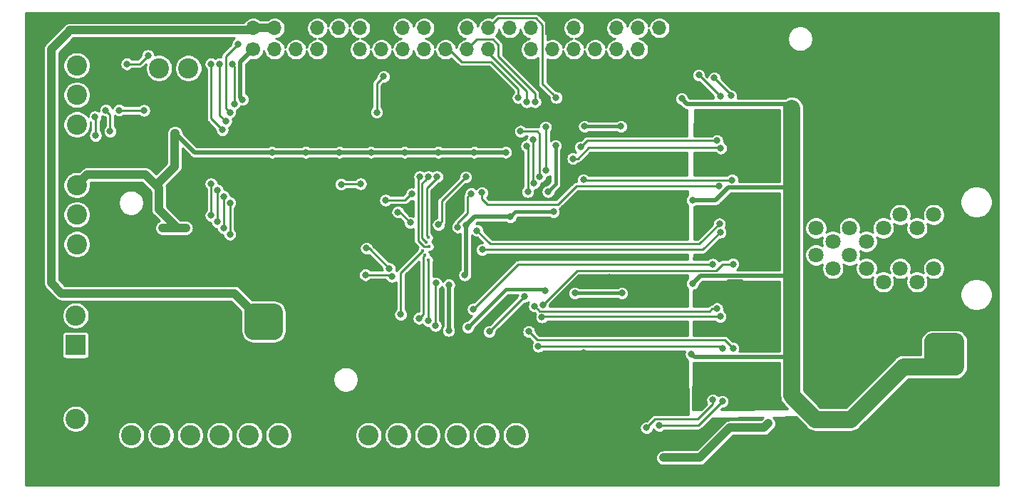
<source format=gbr>
G04 #@! TF.GenerationSoftware,KiCad,Pcbnew,(5.1.5-0-10_14)*
G04 #@! TF.CreationDate,2020-02-28T16:00:44-08:00*
G04 #@! TF.ProjectId,MotorDriverBoard_v2,4d6f746f-7244-4726-9976-6572426f6172,rev?*
G04 #@! TF.SameCoordinates,Original*
G04 #@! TF.FileFunction,Copper,L2,Bot*
G04 #@! TF.FilePolarity,Positive*
%FSLAX46Y46*%
G04 Gerber Fmt 4.6, Leading zero omitted, Abs format (unit mm)*
G04 Created by KiCad (PCBNEW (5.1.5-0-10_14)) date 2020-02-28 16:00:44*
%MOMM*%
%LPD*%
G04 APERTURE LIST*
%ADD10O,1.700000X1.700000*%
%ADD11R,1.700000X1.700000*%
%ADD12C,1.700000*%
%ADD13C,2.400000*%
%ADD14R,2.400000X2.400000*%
%ADD15C,1.800000*%
%ADD16R,1.800000X1.800000*%
%ADD17C,0.500000*%
%ADD18C,0.100000*%
%ADD19C,0.800000*%
%ADD20C,0.400000*%
%ADD21C,1.000000*%
%ADD22C,0.500000*%
%ADD23C,0.450000*%
%ADD24C,0.250000*%
%ADD25C,2.000000*%
%ADD26C,0.254000*%
G04 APERTURE END LIST*
D10*
X143260000Y-31230000D03*
D11*
X143260000Y-33770000D03*
D10*
X140720000Y-31230000D03*
X140720000Y-33770000D03*
X138180000Y-31230000D03*
X138180000Y-33770000D03*
D11*
X135640000Y-31230000D03*
D10*
X135640000Y-33770000D03*
X133100000Y-31230000D03*
X133100000Y-33770000D03*
D11*
X130560000Y-31230000D03*
D10*
X130560000Y-33770000D03*
X128020000Y-31230000D03*
X128020000Y-33770000D03*
X125480000Y-31230000D03*
D11*
X125480000Y-33770000D03*
D10*
X122940000Y-31230000D03*
X122940000Y-33770000D03*
X120400000Y-31230000D03*
X120400000Y-33770000D03*
D11*
X117860000Y-31230000D03*
D10*
X117860000Y-33770000D03*
X115320000Y-31230000D03*
X115320000Y-33770000D03*
X112780000Y-31230000D03*
X112780000Y-33770000D03*
D11*
X110240000Y-31230000D03*
D10*
X110240000Y-33770000D03*
X107700000Y-31230000D03*
X107700000Y-33770000D03*
X105160000Y-31230000D03*
D11*
X105160000Y-33770000D03*
D10*
X102620000Y-31230000D03*
X102620000Y-33770000D03*
D11*
X100080000Y-31230000D03*
D10*
X100080000Y-33770000D03*
X97540000Y-31230000D03*
X97540000Y-33770000D03*
X95000000Y-31230000D03*
D12*
X95000000Y-33770000D03*
D13*
X73914000Y-77668000D03*
D14*
X73914000Y-74168000D03*
D15*
X169875000Y-61404000D03*
X171875000Y-53404000D03*
X175875000Y-53404000D03*
X173875000Y-61404000D03*
X173875000Y-55004000D03*
X169875000Y-55004000D03*
X165875000Y-55004000D03*
D16*
X173875000Y-58204000D03*
X169875000Y-58204000D03*
D15*
X165875000Y-58204000D03*
D16*
X175875000Y-56604000D03*
X171875000Y-56604000D03*
D15*
X167875000Y-56604000D03*
X175875000Y-59804000D03*
X171875000Y-59804000D03*
X167875000Y-59804000D03*
X163875000Y-56604000D03*
X161875000Y-55004000D03*
X161875000Y-58204000D03*
X163875000Y-59804000D03*
D17*
X153073000Y-72964000D03*
X152273000Y-72964000D03*
X151473000Y-72964000D03*
X153073000Y-72164000D03*
X152273000Y-72164000D03*
X151473000Y-72164000D03*
X153073000Y-71364000D03*
X152273000Y-71364000D03*
X151473000Y-71364000D03*
G04 #@! TA.AperFunction,Conductor*
D18*
G36*
X153097504Y-71115204D02*
G01*
X153121773Y-71118804D01*
X153145571Y-71124765D01*
X153168671Y-71133030D01*
X153190849Y-71143520D01*
X153211893Y-71156133D01*
X153231598Y-71170747D01*
X153249777Y-71187223D01*
X153266253Y-71205402D01*
X153280867Y-71225107D01*
X153293480Y-71246151D01*
X153303970Y-71268329D01*
X153312235Y-71291429D01*
X153318196Y-71315227D01*
X153321796Y-71339496D01*
X153323000Y-71364000D01*
X153323000Y-72964000D01*
X153321796Y-72988504D01*
X153318196Y-73012773D01*
X153312235Y-73036571D01*
X153303970Y-73059671D01*
X153293480Y-73081849D01*
X153280867Y-73102893D01*
X153266253Y-73122598D01*
X153249777Y-73140777D01*
X153231598Y-73157253D01*
X153211893Y-73171867D01*
X153190849Y-73184480D01*
X153168671Y-73194970D01*
X153145571Y-73203235D01*
X153121773Y-73209196D01*
X153097504Y-73212796D01*
X153073000Y-73214000D01*
X151473000Y-73214000D01*
X151448496Y-73212796D01*
X151424227Y-73209196D01*
X151400429Y-73203235D01*
X151377329Y-73194970D01*
X151355151Y-73184480D01*
X151334107Y-73171867D01*
X151314402Y-73157253D01*
X151296223Y-73140777D01*
X151279747Y-73122598D01*
X151265133Y-73102893D01*
X151252520Y-73081849D01*
X151242030Y-73059671D01*
X151233765Y-73036571D01*
X151227804Y-73012773D01*
X151224204Y-72988504D01*
X151223000Y-72964000D01*
X151223000Y-71364000D01*
X151224204Y-71339496D01*
X151227804Y-71315227D01*
X151233765Y-71291429D01*
X151242030Y-71268329D01*
X151252520Y-71246151D01*
X151265133Y-71225107D01*
X151279747Y-71205402D01*
X151296223Y-71187223D01*
X151314402Y-71170747D01*
X151334107Y-71156133D01*
X151355151Y-71143520D01*
X151377329Y-71133030D01*
X151400429Y-71124765D01*
X151424227Y-71118804D01*
X151448496Y-71115204D01*
X151473000Y-71114000D01*
X153073000Y-71114000D01*
X153097504Y-71115204D01*
G37*
G04 #@! TD.AperFunction*
D17*
X153073000Y-62964000D03*
X152273000Y-62964000D03*
X151473000Y-62964000D03*
X153073000Y-62164000D03*
X152273000Y-62164000D03*
X151473000Y-62164000D03*
X153073000Y-61364000D03*
X152273000Y-61364000D03*
X151473000Y-61364000D03*
G04 #@! TA.AperFunction,Conductor*
D18*
G36*
X153097504Y-61115204D02*
G01*
X153121773Y-61118804D01*
X153145571Y-61124765D01*
X153168671Y-61133030D01*
X153190849Y-61143520D01*
X153211893Y-61156133D01*
X153231598Y-61170747D01*
X153249777Y-61187223D01*
X153266253Y-61205402D01*
X153280867Y-61225107D01*
X153293480Y-61246151D01*
X153303970Y-61268329D01*
X153312235Y-61291429D01*
X153318196Y-61315227D01*
X153321796Y-61339496D01*
X153323000Y-61364000D01*
X153323000Y-62964000D01*
X153321796Y-62988504D01*
X153318196Y-63012773D01*
X153312235Y-63036571D01*
X153303970Y-63059671D01*
X153293480Y-63081849D01*
X153280867Y-63102893D01*
X153266253Y-63122598D01*
X153249777Y-63140777D01*
X153231598Y-63157253D01*
X153211893Y-63171867D01*
X153190849Y-63184480D01*
X153168671Y-63194970D01*
X153145571Y-63203235D01*
X153121773Y-63209196D01*
X153097504Y-63212796D01*
X153073000Y-63214000D01*
X151473000Y-63214000D01*
X151448496Y-63212796D01*
X151424227Y-63209196D01*
X151400429Y-63203235D01*
X151377329Y-63194970D01*
X151355151Y-63184480D01*
X151334107Y-63171867D01*
X151314402Y-63157253D01*
X151296223Y-63140777D01*
X151279747Y-63122598D01*
X151265133Y-63102893D01*
X151252520Y-63081849D01*
X151242030Y-63059671D01*
X151233765Y-63036571D01*
X151227804Y-63012773D01*
X151224204Y-62988504D01*
X151223000Y-62964000D01*
X151223000Y-61364000D01*
X151224204Y-61339496D01*
X151227804Y-61315227D01*
X151233765Y-61291429D01*
X151242030Y-61268329D01*
X151252520Y-61246151D01*
X151265133Y-61225107D01*
X151279747Y-61205402D01*
X151296223Y-61187223D01*
X151314402Y-61170747D01*
X151334107Y-61156133D01*
X151355151Y-61143520D01*
X151377329Y-61133030D01*
X151400429Y-61124765D01*
X151424227Y-61118804D01*
X151448496Y-61115204D01*
X151473000Y-61114000D01*
X153073000Y-61114000D01*
X153097504Y-61115204D01*
G37*
G04 #@! TD.AperFunction*
D17*
X153073000Y-52964000D03*
X152273000Y-52964000D03*
X151473000Y-52964000D03*
X153073000Y-52164000D03*
X152273000Y-52164000D03*
X151473000Y-52164000D03*
X153073000Y-51364000D03*
X152273000Y-51364000D03*
X151473000Y-51364000D03*
G04 #@! TA.AperFunction,Conductor*
D18*
G36*
X153097504Y-51115204D02*
G01*
X153121773Y-51118804D01*
X153145571Y-51124765D01*
X153168671Y-51133030D01*
X153190849Y-51143520D01*
X153211893Y-51156133D01*
X153231598Y-51170747D01*
X153249777Y-51187223D01*
X153266253Y-51205402D01*
X153280867Y-51225107D01*
X153293480Y-51246151D01*
X153303970Y-51268329D01*
X153312235Y-51291429D01*
X153318196Y-51315227D01*
X153321796Y-51339496D01*
X153323000Y-51364000D01*
X153323000Y-52964000D01*
X153321796Y-52988504D01*
X153318196Y-53012773D01*
X153312235Y-53036571D01*
X153303970Y-53059671D01*
X153293480Y-53081849D01*
X153280867Y-53102893D01*
X153266253Y-53122598D01*
X153249777Y-53140777D01*
X153231598Y-53157253D01*
X153211893Y-53171867D01*
X153190849Y-53184480D01*
X153168671Y-53194970D01*
X153145571Y-53203235D01*
X153121773Y-53209196D01*
X153097504Y-53212796D01*
X153073000Y-53214000D01*
X151473000Y-53214000D01*
X151448496Y-53212796D01*
X151424227Y-53209196D01*
X151400429Y-53203235D01*
X151377329Y-53194970D01*
X151355151Y-53184480D01*
X151334107Y-53171867D01*
X151314402Y-53157253D01*
X151296223Y-53140777D01*
X151279747Y-53122598D01*
X151265133Y-53102893D01*
X151252520Y-53081849D01*
X151242030Y-53059671D01*
X151233765Y-53036571D01*
X151227804Y-53012773D01*
X151224204Y-52988504D01*
X151223000Y-52964000D01*
X151223000Y-51364000D01*
X151224204Y-51339496D01*
X151227804Y-51315227D01*
X151233765Y-51291429D01*
X151242030Y-51268329D01*
X151252520Y-51246151D01*
X151265133Y-51225107D01*
X151279747Y-51205402D01*
X151296223Y-51187223D01*
X151314402Y-51170747D01*
X151334107Y-51156133D01*
X151355151Y-51143520D01*
X151377329Y-51133030D01*
X151400429Y-51124765D01*
X151424227Y-51118804D01*
X151448496Y-51115204D01*
X151473000Y-51114000D01*
X153073000Y-51114000D01*
X153097504Y-51115204D01*
G37*
G04 #@! TD.AperFunction*
D14*
X73914000Y-68905000D03*
D13*
X73914000Y-65405000D03*
G04 #@! TA.AperFunction,Conductor*
D18*
G36*
X153097504Y-41115204D02*
G01*
X153121773Y-41118804D01*
X153145571Y-41124765D01*
X153168671Y-41133030D01*
X153190849Y-41143520D01*
X153211893Y-41156133D01*
X153231598Y-41170747D01*
X153249777Y-41187223D01*
X153266253Y-41205402D01*
X153280867Y-41225107D01*
X153293480Y-41246151D01*
X153303970Y-41268329D01*
X153312235Y-41291429D01*
X153318196Y-41315227D01*
X153321796Y-41339496D01*
X153323000Y-41364000D01*
X153323000Y-42964000D01*
X153321796Y-42988504D01*
X153318196Y-43012773D01*
X153312235Y-43036571D01*
X153303970Y-43059671D01*
X153293480Y-43081849D01*
X153280867Y-43102893D01*
X153266253Y-43122598D01*
X153249777Y-43140777D01*
X153231598Y-43157253D01*
X153211893Y-43171867D01*
X153190849Y-43184480D01*
X153168671Y-43194970D01*
X153145571Y-43203235D01*
X153121773Y-43209196D01*
X153097504Y-43212796D01*
X153073000Y-43214000D01*
X151473000Y-43214000D01*
X151448496Y-43212796D01*
X151424227Y-43209196D01*
X151400429Y-43203235D01*
X151377329Y-43194970D01*
X151355151Y-43184480D01*
X151334107Y-43171867D01*
X151314402Y-43157253D01*
X151296223Y-43140777D01*
X151279747Y-43122598D01*
X151265133Y-43102893D01*
X151252520Y-43081849D01*
X151242030Y-43059671D01*
X151233765Y-43036571D01*
X151227804Y-43012773D01*
X151224204Y-42988504D01*
X151223000Y-42964000D01*
X151223000Y-41364000D01*
X151224204Y-41339496D01*
X151227804Y-41315227D01*
X151233765Y-41291429D01*
X151242030Y-41268329D01*
X151252520Y-41246151D01*
X151265133Y-41225107D01*
X151279747Y-41205402D01*
X151296223Y-41187223D01*
X151314402Y-41170747D01*
X151334107Y-41156133D01*
X151355151Y-41143520D01*
X151377329Y-41133030D01*
X151400429Y-41124765D01*
X151424227Y-41118804D01*
X151448496Y-41115204D01*
X151473000Y-41114000D01*
X153073000Y-41114000D01*
X153097504Y-41115204D01*
G37*
G04 #@! TD.AperFunction*
D17*
X151473000Y-41364000D03*
X152273000Y-41364000D03*
X153073000Y-41364000D03*
X151473000Y-42164000D03*
X152273000Y-42164000D03*
X153073000Y-42164000D03*
X151473000Y-42964000D03*
X152273000Y-42964000D03*
X153073000Y-42964000D03*
D14*
X133212000Y-79629000D03*
X129712000Y-79629000D03*
D13*
X126212000Y-79629000D03*
X122712000Y-79629000D03*
X119212000Y-79629000D03*
X115712000Y-79629000D03*
X112212000Y-79629000D03*
X108712000Y-79629000D03*
D14*
X105018000Y-79629000D03*
X101518000Y-79629000D03*
D13*
X98018000Y-79629000D03*
X94518000Y-79629000D03*
X91018000Y-79629000D03*
X87518000Y-79629000D03*
X84018000Y-79629000D03*
X80518000Y-79629000D03*
D14*
X74041000Y-60411000D03*
D13*
X74041000Y-56911000D03*
X74041000Y-53411000D03*
X74041000Y-49911000D03*
X83812500Y-36004500D03*
X87312500Y-36004500D03*
D14*
X74041000Y-46187000D03*
D13*
X74041000Y-42687000D03*
X74041000Y-39187000D03*
X74041000Y-35687000D03*
D19*
X80500000Y-39500000D03*
X139526660Y-40345732D03*
X133858000Y-51816000D03*
X112649000Y-57424000D03*
X117983000Y-57404000D03*
X123317000Y-58928000D03*
X127508000Y-56134000D03*
X144018000Y-61087000D03*
X114300000Y-61468000D03*
X116459000Y-53340000D03*
X132461000Y-49657000D03*
X162179000Y-63627000D03*
X161290000Y-63627000D03*
X161036000Y-60452000D03*
X161925000Y-60198000D03*
X160909000Y-53467000D03*
X160909000Y-50800000D03*
X161798000Y-50800000D03*
X160782000Y-43688000D03*
X161163000Y-73533000D03*
X162052000Y-73533000D03*
X126746000Y-51308000D03*
X161671000Y-53340000D03*
X161671000Y-43942000D03*
X160782000Y-40894000D03*
X161544000Y-40894000D03*
X138176000Y-55499000D03*
X137350500Y-60833000D03*
X134239000Y-69850000D03*
X139446000Y-55499000D03*
X94742000Y-42354500D03*
X98742500Y-42354500D03*
X102743000Y-42354500D03*
X106743500Y-42418000D03*
X110744000Y-42418000D03*
X114744500Y-42418000D03*
X118745000Y-42354500D03*
X122745500Y-42354500D03*
X109029500Y-50165000D03*
X159258000Y-78486000D03*
X164846000Y-82550000D03*
X164846000Y-80772000D03*
X164592000Y-75946000D03*
X164592000Y-74676000D03*
X153416000Y-84074000D03*
X89916000Y-59182000D03*
X89916000Y-60452000D03*
X90170000Y-67564000D03*
X90170000Y-68580000D03*
X100838000Y-53594000D03*
X100838000Y-54610000D03*
X79756000Y-61214000D03*
X92710000Y-75438000D03*
X89408000Y-75438000D03*
X96266000Y-75438000D03*
X84582000Y-75438000D03*
X124460000Y-75438000D03*
X120904000Y-75438000D03*
X117602000Y-75438000D03*
X113030000Y-75438000D03*
X80518000Y-43180000D03*
X80518000Y-44450000D03*
X81500000Y-54787800D03*
X79095600Y-54787800D03*
X138430000Y-67056000D03*
X161036000Y-69596000D03*
X161188400Y-68630800D03*
X138684000Y-48514000D03*
X81000000Y-33500000D03*
X113750000Y-47750000D03*
X117750000Y-47750000D03*
X121750000Y-47750000D03*
X87250000Y-47250000D03*
X88250000Y-38500000D03*
X87000000Y-55000000D03*
X84250000Y-55000000D03*
X85750000Y-43750000D03*
X117000013Y-45999987D03*
X121250000Y-46000000D03*
X125000000Y-46000000D03*
X113000000Y-45999996D03*
X109000000Y-46000000D03*
X105250000Y-45999996D03*
X101249988Y-46000000D03*
X97250000Y-46000000D03*
X149606000Y-80772000D03*
X156210000Y-78232000D03*
X143764000Y-82296000D03*
X120314844Y-54691156D03*
X125552000Y-53670000D03*
X120142000Y-60579000D03*
X118237000Y-67183004D03*
X120523000Y-66802000D03*
X129667000Y-62484000D03*
X133223000Y-62738000D03*
X138811000Y-62738000D03*
X138684000Y-42926000D03*
X134366000Y-42926000D03*
X130937000Y-45212000D03*
X130048000Y-50673000D03*
X130683000Y-53086000D03*
X118250000Y-61750000D03*
X111503514Y-60760106D03*
X108343780Y-60569630D03*
X93750000Y-39720110D03*
X95000000Y-65000000D03*
X97500000Y-65000000D03*
X95000000Y-67250000D03*
X97500000Y-67250000D03*
X72908571Y-31841429D03*
X80000000Y-35500000D03*
X82499998Y-34500000D03*
X82025635Y-41025635D03*
X79075469Y-41000000D03*
X117015128Y-54603314D03*
X120269000Y-48932000D03*
D20*
X115824000Y-56133998D03*
D19*
X116840000Y-48895000D03*
D20*
X115568971Y-56677117D03*
D19*
X115839987Y-48895000D03*
D20*
X115918212Y-57184011D03*
D19*
X114808000Y-48895002D03*
D20*
X115137795Y-57695609D03*
D19*
X112522000Y-65278000D03*
X107750000Y-49750000D03*
X105455865Y-49794135D03*
X109691980Y-41250000D03*
X110500004Y-37000000D03*
D20*
X115431604Y-58218763D03*
D19*
X114703791Y-65726468D03*
D20*
X115824000Y-58800992D03*
D19*
X115824000Y-66040000D03*
X116713000Y-61543010D03*
X116656059Y-66594708D03*
X129794000Y-48133000D03*
X129750000Y-43000000D03*
X131000000Y-39500008D03*
X127635000Y-50673000D03*
X127500000Y-45250000D03*
X127500000Y-40000000D03*
X128360010Y-49662192D03*
X128250000Y-44500000D03*
X128500004Y-40000000D03*
X129032000Y-48895000D03*
X126775000Y-43500000D03*
X126500000Y-39500008D03*
X90000000Y-53500000D03*
X90000000Y-49750000D03*
X90750000Y-54250000D03*
X90750000Y-50500000D03*
X89999997Y-35500000D03*
X91343656Y-43329848D03*
X91500000Y-51250000D03*
X91500000Y-55000000D03*
X92250000Y-52000000D03*
X92250000Y-55750000D03*
X92749986Y-40250000D03*
X92495981Y-35521300D03*
X91000000Y-35500000D03*
X91750000Y-42331870D03*
X92250006Y-41250000D03*
X93203205Y-33149967D03*
X150537037Y-45504000D03*
X132999500Y-46740977D03*
X150096782Y-44606125D03*
X133897897Y-45382945D03*
X150495000Y-39370000D03*
X147954994Y-36830000D03*
X151765000Y-39281490D03*
X149777489Y-37166511D03*
X150495000Y-55499000D03*
X122210507Y-57569456D03*
X150407128Y-54502866D03*
X121597847Y-55303847D03*
X113665000Y-54356000D03*
X112189748Y-53096515D03*
X150368000Y-50006490D03*
X122174000Y-50800000D03*
X151892000Y-49281490D03*
X134239000Y-49276000D03*
X150495000Y-65504000D03*
X129307439Y-65585012D03*
X150108982Y-64581507D03*
X128423039Y-64276423D03*
X127254000Y-63119000D03*
X123062994Y-67310000D03*
X121158000Y-64643000D03*
X149606000Y-59309000D03*
X152019000Y-59281490D03*
X129413000Y-64135000D03*
X143256000Y-78485998D03*
X150757348Y-75592472D03*
X141732000Y-78740000D03*
X149606000Y-75438000D03*
X150749000Y-69281490D03*
X128877520Y-69051010D03*
X127757347Y-67314653D03*
X152019000Y-69281490D03*
X113869987Y-50936209D03*
X119313039Y-54891434D03*
X110744000Y-51689004D03*
X120904000Y-50890011D03*
X111175076Y-59815568D03*
X108458000Y-57404000D03*
X78000000Y-43500000D03*
X77500000Y-41000000D03*
X178500000Y-71500000D03*
X178500000Y-68500000D03*
X175750000Y-68500000D03*
X145923000Y-39624000D03*
X147193000Y-51689000D03*
X147193000Y-61595000D03*
X147066000Y-69977000D03*
X177000000Y-69950000D03*
X175750000Y-71500000D03*
X76213500Y-41786500D03*
X76274990Y-43999986D03*
D21*
X85661500Y-47688500D02*
X85661500Y-43750000D01*
X83439000Y-49911000D02*
X85661500Y-47688500D01*
X85661500Y-43750000D02*
X85750000Y-43750000D01*
X86000000Y-55000000D02*
X84250000Y-55000000D01*
X87000000Y-55000000D02*
X86000000Y-55000000D01*
D22*
X117000013Y-45999987D02*
X121249987Y-45999987D01*
X121249987Y-45999987D02*
X121250000Y-46000000D01*
X121250000Y-46000000D02*
X125000000Y-46000000D01*
X117000013Y-45999987D02*
X113000009Y-45999987D01*
X113000009Y-45999987D02*
X113000000Y-45999996D01*
X109000004Y-45999996D02*
X109000000Y-46000000D01*
X113000000Y-45999996D02*
X109000004Y-45999996D01*
X109000000Y-46000000D02*
X105250004Y-46000000D01*
X105250004Y-46000000D02*
X105250000Y-45999996D01*
X101249992Y-45999996D02*
X101249988Y-46000000D01*
X105250000Y-45999996D02*
X101249992Y-45999996D01*
X101249988Y-46000000D02*
X97250000Y-46000000D01*
X88000000Y-46000000D02*
X97250000Y-46000000D01*
X85750000Y-43750000D02*
X88000000Y-46000000D01*
D21*
X155702000Y-78740000D02*
X155810001Y-78631999D01*
X151638000Y-78740000D02*
X155702000Y-78740000D01*
X155810001Y-78631999D02*
X156210000Y-78232000D01*
X149606000Y-80772000D02*
X151638000Y-78740000D01*
X148082000Y-82296000D02*
X143764000Y-82296000D01*
X149606000Y-80772000D02*
X148082000Y-82296000D01*
X82194400Y-48666400D02*
X83439000Y-49911000D01*
X75285600Y-48666400D02*
X82194400Y-48666400D01*
X74041000Y-49911000D02*
X75285600Y-48666400D01*
X83820000Y-52820000D02*
X86000000Y-55000000D01*
X83820000Y-50292000D02*
X83820000Y-52820000D01*
X83439000Y-49911000D02*
X83820000Y-50292000D01*
D22*
X121336000Y-53670000D02*
X125552000Y-53670000D01*
X120314844Y-54691156D02*
X121336000Y-53670000D01*
X120314844Y-60406156D02*
X120142000Y-60579000D01*
X120314844Y-54691156D02*
X120314844Y-60406156D01*
D23*
X129476999Y-62293999D02*
X129667000Y-62484000D01*
X125031001Y-62293999D02*
X129476999Y-62293999D01*
X120523000Y-66802000D02*
X125031001Y-62293999D01*
X133223000Y-62738000D02*
X138811000Y-62738000D01*
X138684000Y-42926000D02*
X134366000Y-42926000D01*
X130937000Y-49784000D02*
X130048000Y-50673000D01*
X130937000Y-45212000D02*
X130937000Y-49784000D01*
X126136000Y-53086000D02*
X125552000Y-53670000D01*
X130683000Y-53086000D02*
X126136000Y-53086000D01*
D22*
X118237000Y-61763000D02*
X118250000Y-61750000D01*
X118237000Y-67183004D02*
X118237000Y-61763000D01*
D24*
X108343780Y-60569630D02*
X111313038Y-60569630D01*
X111313038Y-60569630D02*
X111503514Y-60760106D01*
D22*
X93500000Y-39470110D02*
X93750000Y-39720110D01*
X93500000Y-35270000D02*
X93500000Y-39470110D01*
X95000000Y-33770000D02*
X93500000Y-35270000D01*
D21*
X95000000Y-65000000D02*
X92750000Y-62750000D01*
X92750000Y-62750000D02*
X72234999Y-62750000D01*
X72234999Y-62750000D02*
X71000000Y-61515001D01*
X71000000Y-61515001D02*
X71000000Y-33750000D01*
X71000000Y-33750000D02*
X72908571Y-31841429D01*
D25*
X95000000Y-67250000D02*
X97500000Y-67250000D01*
X97500000Y-65000000D02*
X95000000Y-65000000D01*
X97500000Y-67250000D02*
X97500000Y-65000000D01*
X95000000Y-67250000D02*
X95000000Y-65000000D01*
X96750000Y-67250000D02*
X96750000Y-66750000D01*
X96750000Y-66750000D02*
X95000000Y-65000000D01*
X97500000Y-67250000D02*
X96750000Y-67250000D01*
X95000000Y-67250000D02*
X95250000Y-67250000D01*
X95250000Y-67250000D02*
X97500000Y-65000000D01*
D21*
X73250000Y-31500000D02*
X94730000Y-31500000D01*
X94730000Y-31500000D02*
X95000000Y-31230000D01*
X72908571Y-31841429D02*
X73250000Y-31500000D01*
X95000000Y-31230000D02*
X97540000Y-31230000D01*
D24*
X81499998Y-35500000D02*
X82499998Y-34500000D01*
X80000000Y-35500000D02*
X81499998Y-35500000D01*
X79101104Y-41025635D02*
X79075469Y-41000000D01*
X82025635Y-41025635D02*
X79101104Y-41025635D01*
X117415127Y-54203315D02*
X117415127Y-51785873D01*
X117415127Y-51785873D02*
X119869001Y-49331999D01*
X119869001Y-49331999D02*
X120269000Y-48932000D01*
X117015128Y-54603314D02*
X117415127Y-54203315D01*
X115624001Y-50295106D02*
X116840000Y-49079107D01*
X116840000Y-49079107D02*
X116840000Y-48895000D01*
X115824000Y-56133998D02*
X115624001Y-55933999D01*
X115624001Y-55933999D02*
X115624001Y-50295106D01*
X115568971Y-56677117D02*
X115044998Y-56153144D01*
X115044998Y-49689989D02*
X115439988Y-49294999D01*
X115439988Y-49294999D02*
X115839987Y-48895000D01*
X115044998Y-56153144D02*
X115044998Y-49689989D01*
X115918212Y-57184011D02*
X115900105Y-57202118D01*
X115900105Y-57202118D02*
X115316970Y-57202118D01*
X114594987Y-56480135D02*
X114594987Y-49108015D01*
X115316970Y-57202118D02*
X114594987Y-56480135D01*
X114594987Y-49108015D02*
X114808000Y-48895002D01*
X112522000Y-64712315D02*
X112522000Y-65278000D01*
X112522000Y-60311404D02*
X112522000Y-64712315D01*
X115137795Y-57695609D02*
X112522000Y-60311404D01*
X107750000Y-49750000D02*
X105500000Y-49750000D01*
X105500000Y-49750000D02*
X105455865Y-49794135D01*
X109691980Y-41250000D02*
X109691980Y-37808024D01*
X110100005Y-37399999D02*
X110500004Y-37000000D01*
X109691980Y-37808024D02*
X110100005Y-37399999D01*
X115103790Y-65326469D02*
X114703791Y-65726468D01*
X115431604Y-58218763D02*
X115231605Y-58418762D01*
X115231605Y-58418762D02*
X115231605Y-65198654D01*
X115231605Y-65198654D02*
X115103790Y-65326469D01*
X115824000Y-58800992D02*
X115824000Y-66040000D01*
X116713000Y-61612010D02*
X116730010Y-61595000D01*
X116713000Y-61612010D02*
X116713000Y-61543010D01*
X116713000Y-61612010D02*
X116656059Y-61668951D01*
X116656059Y-61668951D02*
X116656059Y-66029023D01*
X116656059Y-66029023D02*
X116656059Y-66594708D01*
X129794000Y-48133000D02*
X129794000Y-43044000D01*
X129794000Y-43044000D02*
X129750000Y-43000000D01*
X130600001Y-39100009D02*
X131000000Y-39500008D01*
X124115001Y-30054999D02*
X128569500Y-30054999D01*
X122940000Y-31230000D02*
X124115001Y-30054999D01*
X128569500Y-30054999D02*
X129384999Y-30870498D01*
X129384999Y-37885007D02*
X130600001Y-39100009D01*
X129384999Y-30870498D02*
X129384999Y-37885007D01*
X127635000Y-45385000D02*
X127500000Y-45250000D01*
X127635000Y-50673000D02*
X127635000Y-45385000D01*
X122940000Y-34190000D02*
X127500000Y-38750000D01*
X127500000Y-38750000D02*
X127500000Y-40000000D01*
X122940000Y-33770000D02*
X122940000Y-34190000D01*
X128250000Y-49552182D02*
X128250000Y-44500000D01*
X128360010Y-49662192D02*
X128250000Y-49552182D01*
X128500004Y-39434315D02*
X128500004Y-40000000D01*
X128500004Y-39000004D02*
X128500004Y-39434315D01*
X124115001Y-34615001D02*
X128500004Y-39000004D01*
X124115001Y-33205999D02*
X124115001Y-34615001D01*
X123504001Y-32594999D02*
X124115001Y-33205999D01*
X120400000Y-33770000D02*
X121575001Y-32594999D01*
X121575001Y-32594999D02*
X123504001Y-32594999D01*
X129032000Y-48895000D02*
X129032000Y-43782000D01*
X129032000Y-43782000D02*
X129000000Y-43750000D01*
X128750000Y-43500000D02*
X126775000Y-43500000D01*
X129032000Y-43782000D02*
X128750000Y-43500000D01*
X123250000Y-35250000D02*
X126500000Y-38500000D01*
X119750000Y-35250000D02*
X123250000Y-35250000D01*
X118270000Y-33770000D02*
X119750000Y-35250000D01*
X126500000Y-38500000D02*
X126500000Y-39500008D01*
X117860000Y-33770000D02*
X118270000Y-33770000D01*
X90000000Y-53500000D02*
X90000000Y-49750000D01*
X90750000Y-54250000D02*
X90750000Y-50500000D01*
X90943657Y-42929849D02*
X91343656Y-43329848D01*
X89999997Y-35500000D02*
X89999997Y-41986189D01*
X89999997Y-41986189D02*
X90943657Y-42929849D01*
X91500000Y-51250000D02*
X91500000Y-55000000D01*
X92250000Y-52000000D02*
X92250000Y-55750000D01*
X92749986Y-35775305D02*
X92495981Y-35521300D01*
X92749986Y-40250000D02*
X92749986Y-35775305D01*
X91000000Y-35500000D02*
X91000000Y-41581870D01*
X91000000Y-41581870D02*
X91750000Y-42331870D01*
X92250006Y-41250000D02*
X91750000Y-40749994D01*
X91750000Y-34603172D02*
X92803206Y-33549966D01*
X91750000Y-40749994D02*
X91750000Y-34603172D01*
X92803206Y-33549966D02*
X93203205Y-33149967D01*
X133565185Y-46740977D02*
X132999500Y-46740977D01*
X150499037Y-45466000D02*
X134840162Y-45466000D01*
X150537037Y-45504000D02*
X150499037Y-45466000D01*
X134840162Y-45466000D02*
X133565185Y-46740977D01*
X150096782Y-44606125D02*
X134674717Y-44606125D01*
X134297896Y-44982946D02*
X133897897Y-45382945D01*
X134674717Y-44606125D02*
X134297896Y-44982946D01*
X147955000Y-36830000D02*
X147954994Y-36830000D01*
X150495000Y-39370000D02*
X147955000Y-36830000D01*
X151638000Y-39116000D02*
X151638000Y-39027022D01*
X151638000Y-39027022D02*
X150177488Y-37566510D01*
X150177488Y-37566510D02*
X149777489Y-37166511D01*
X150495000Y-55499000D02*
X148424544Y-57569456D01*
X148424544Y-57569456D02*
X122776192Y-57569456D01*
X122776192Y-57569456D02*
X122210507Y-57569456D01*
X123190000Y-56896000D02*
X148013994Y-56896000D01*
X148013994Y-56896000D02*
X150407128Y-54502866D01*
X121597847Y-55303847D02*
X123190000Y-56896000D01*
X113665000Y-54356000D02*
X112405515Y-53096515D01*
X112405515Y-53096515D02*
X112189748Y-53096515D01*
X122174000Y-51562000D02*
X122174000Y-50800000D01*
X150368000Y-50006490D02*
X133381510Y-50006490D01*
X131191000Y-52197000D02*
X122809000Y-52197000D01*
X133381510Y-50006490D02*
X131191000Y-52197000D01*
X122809000Y-52197000D02*
X122174000Y-51562000D01*
X151892000Y-49281490D02*
X134244490Y-49281490D01*
X134244490Y-49281490D02*
X134239000Y-49276000D01*
X129388451Y-65504000D02*
X129307439Y-65585012D01*
X150495000Y-65504000D02*
X129388451Y-65504000D01*
X129006618Y-64860002D02*
X128823038Y-64676422D01*
X150108982Y-64581507D02*
X149543297Y-64581507D01*
X149543297Y-64581507D02*
X149264802Y-64860002D01*
X149264802Y-64860002D02*
X129006618Y-64860002D01*
X128823038Y-64676422D02*
X128423039Y-64276423D01*
X127254000Y-63119000D02*
X123063000Y-67310000D01*
X123063000Y-67310000D02*
X123062994Y-67310000D01*
X149040315Y-59309000D02*
X149606000Y-59309000D01*
X121158000Y-64643000D02*
X126492000Y-59309000D01*
X126492000Y-59309000D02*
X149040315Y-59309000D01*
X133477000Y-60071000D02*
X129413000Y-64135000D01*
X149987000Y-60071000D02*
X133477000Y-60071000D01*
X150776510Y-59281490D02*
X149987000Y-60071000D01*
X152019000Y-59281490D02*
X150776510Y-59281490D01*
X150357349Y-75992471D02*
X150757348Y-75592472D01*
X147863822Y-78485998D02*
X150357349Y-75992471D01*
X143256000Y-78485998D02*
X147863822Y-78485998D01*
X149606000Y-75946000D02*
X149606000Y-75438000D01*
X147828000Y-77724000D02*
X149606000Y-75946000D01*
X142748000Y-77724000D02*
X147828000Y-77724000D01*
X141732000Y-78740000D02*
X142748000Y-77724000D01*
X129443205Y-69051010D02*
X128877520Y-69051010D01*
X150518520Y-69051010D02*
X129443205Y-69051010D01*
X150749000Y-69281490D02*
X150518520Y-69051010D01*
X128768694Y-68326000D02*
X151063510Y-68326000D01*
X127757347Y-67314653D02*
X128768694Y-68326000D01*
X151063510Y-68326000D02*
X152019000Y-69281490D01*
X113919000Y-50800000D02*
X113029996Y-51689004D01*
X111309685Y-51689004D02*
X110744000Y-51689004D01*
X113029996Y-51689004D02*
X111309685Y-51689004D01*
X120504001Y-51290010D02*
X120904000Y-50890011D01*
X120504001Y-53231999D02*
X120504001Y-51290010D01*
X119313039Y-54422961D02*
X120504001Y-53231999D01*
X119313039Y-54891434D02*
X119313039Y-54422961D01*
X108763508Y-57404000D02*
X108458000Y-57404000D01*
X111175076Y-59815568D02*
X108763508Y-57404000D01*
X78000000Y-41500000D02*
X77500000Y-41000000D01*
X78000000Y-43500000D02*
X78000000Y-41500000D01*
D22*
X149926490Y-51689000D02*
X147193000Y-51689000D01*
X159004002Y-49910998D02*
X158783509Y-50131491D01*
D25*
X159004002Y-40767002D02*
X159004002Y-49910998D01*
D22*
X151483999Y-50131491D02*
X149926490Y-51689000D01*
X158783509Y-50131491D02*
X151483999Y-50131491D01*
X148124001Y-60663999D02*
X147193000Y-61595000D01*
X158707999Y-60663999D02*
X148124001Y-60663999D01*
X159004002Y-60960002D02*
X158707999Y-60663999D01*
D25*
X159004002Y-49910998D02*
X159004002Y-60960002D01*
X159004002Y-60960002D02*
X159004002Y-70357998D01*
D22*
X147446998Y-70357998D02*
X147066000Y-69977000D01*
X159004002Y-70357998D02*
X147446998Y-70357998D01*
X146322999Y-40023999D02*
X145923000Y-39624000D01*
X146576999Y-40277999D02*
X146322999Y-40023999D01*
X158496000Y-40259000D02*
X158477001Y-40277999D01*
X158477001Y-40277999D02*
X146576999Y-40277999D01*
X159004002Y-40767002D02*
X158496000Y-40259000D01*
D25*
X177000000Y-70250000D02*
X177000000Y-69950000D01*
X175750000Y-71500000D02*
X177000000Y-70250000D01*
X175750000Y-71500000D02*
X175750000Y-68500000D01*
X175750000Y-68500000D02*
X178500000Y-68500000D01*
X178500000Y-68500000D02*
X178500000Y-71500000D01*
X178500000Y-71500000D02*
X175750000Y-71500000D01*
X161824000Y-77750000D02*
X166000000Y-77750000D01*
X166000000Y-77750000D02*
X172250000Y-71500000D01*
X159004002Y-74930002D02*
X161824000Y-77750000D01*
X172250000Y-71500000D02*
X175750000Y-71500000D01*
X159004002Y-70357998D02*
X159004002Y-74930002D01*
D24*
X76274990Y-41847990D02*
X76213500Y-41786500D01*
X76274990Y-43999986D02*
X76274990Y-41847990D01*
D26*
G36*
X183548001Y-85548000D02*
G01*
X67952000Y-85548000D01*
X67952000Y-79468755D01*
X78891000Y-79468755D01*
X78891000Y-79789245D01*
X78953525Y-80103578D01*
X79076172Y-80399673D01*
X79254227Y-80666152D01*
X79480848Y-80892773D01*
X79747327Y-81070828D01*
X80043422Y-81193475D01*
X80357755Y-81256000D01*
X80678245Y-81256000D01*
X80992578Y-81193475D01*
X81288673Y-81070828D01*
X81555152Y-80892773D01*
X81781773Y-80666152D01*
X81959828Y-80399673D01*
X82082475Y-80103578D01*
X82145000Y-79789245D01*
X82145000Y-79468755D01*
X82391000Y-79468755D01*
X82391000Y-79789245D01*
X82453525Y-80103578D01*
X82576172Y-80399673D01*
X82754227Y-80666152D01*
X82980848Y-80892773D01*
X83247327Y-81070828D01*
X83543422Y-81193475D01*
X83857755Y-81256000D01*
X84178245Y-81256000D01*
X84492578Y-81193475D01*
X84788673Y-81070828D01*
X85055152Y-80892773D01*
X85281773Y-80666152D01*
X85459828Y-80399673D01*
X85582475Y-80103578D01*
X85645000Y-79789245D01*
X85645000Y-79468755D01*
X85891000Y-79468755D01*
X85891000Y-79789245D01*
X85953525Y-80103578D01*
X86076172Y-80399673D01*
X86254227Y-80666152D01*
X86480848Y-80892773D01*
X86747327Y-81070828D01*
X87043422Y-81193475D01*
X87357755Y-81256000D01*
X87678245Y-81256000D01*
X87992578Y-81193475D01*
X88288673Y-81070828D01*
X88555152Y-80892773D01*
X88781773Y-80666152D01*
X88959828Y-80399673D01*
X89082475Y-80103578D01*
X89145000Y-79789245D01*
X89145000Y-79468755D01*
X89391000Y-79468755D01*
X89391000Y-79789245D01*
X89453525Y-80103578D01*
X89576172Y-80399673D01*
X89754227Y-80666152D01*
X89980848Y-80892773D01*
X90247327Y-81070828D01*
X90543422Y-81193475D01*
X90857755Y-81256000D01*
X91178245Y-81256000D01*
X91492578Y-81193475D01*
X91788673Y-81070828D01*
X92055152Y-80892773D01*
X92281773Y-80666152D01*
X92459828Y-80399673D01*
X92582475Y-80103578D01*
X92645000Y-79789245D01*
X92645000Y-79468755D01*
X92891000Y-79468755D01*
X92891000Y-79789245D01*
X92953525Y-80103578D01*
X93076172Y-80399673D01*
X93254227Y-80666152D01*
X93480848Y-80892773D01*
X93747327Y-81070828D01*
X94043422Y-81193475D01*
X94357755Y-81256000D01*
X94678245Y-81256000D01*
X94992578Y-81193475D01*
X95288673Y-81070828D01*
X95555152Y-80892773D01*
X95781773Y-80666152D01*
X95959828Y-80399673D01*
X96082475Y-80103578D01*
X96145000Y-79789245D01*
X96145000Y-79468755D01*
X96391000Y-79468755D01*
X96391000Y-79789245D01*
X96453525Y-80103578D01*
X96576172Y-80399673D01*
X96754227Y-80666152D01*
X96980848Y-80892773D01*
X97247327Y-81070828D01*
X97543422Y-81193475D01*
X97857755Y-81256000D01*
X98178245Y-81256000D01*
X98492578Y-81193475D01*
X98788673Y-81070828D01*
X99055152Y-80892773D01*
X99281773Y-80666152D01*
X99459828Y-80399673D01*
X99582475Y-80103578D01*
X99645000Y-79789245D01*
X99645000Y-79468755D01*
X107085000Y-79468755D01*
X107085000Y-79789245D01*
X107147525Y-80103578D01*
X107270172Y-80399673D01*
X107448227Y-80666152D01*
X107674848Y-80892773D01*
X107941327Y-81070828D01*
X108237422Y-81193475D01*
X108551755Y-81256000D01*
X108872245Y-81256000D01*
X109186578Y-81193475D01*
X109482673Y-81070828D01*
X109749152Y-80892773D01*
X109975773Y-80666152D01*
X110153828Y-80399673D01*
X110276475Y-80103578D01*
X110339000Y-79789245D01*
X110339000Y-79468755D01*
X110585000Y-79468755D01*
X110585000Y-79789245D01*
X110647525Y-80103578D01*
X110770172Y-80399673D01*
X110948227Y-80666152D01*
X111174848Y-80892773D01*
X111441327Y-81070828D01*
X111737422Y-81193475D01*
X112051755Y-81256000D01*
X112372245Y-81256000D01*
X112686578Y-81193475D01*
X112982673Y-81070828D01*
X113249152Y-80892773D01*
X113475773Y-80666152D01*
X113653828Y-80399673D01*
X113776475Y-80103578D01*
X113839000Y-79789245D01*
X113839000Y-79468755D01*
X114085000Y-79468755D01*
X114085000Y-79789245D01*
X114147525Y-80103578D01*
X114270172Y-80399673D01*
X114448227Y-80666152D01*
X114674848Y-80892773D01*
X114941327Y-81070828D01*
X115237422Y-81193475D01*
X115551755Y-81256000D01*
X115872245Y-81256000D01*
X116186578Y-81193475D01*
X116482673Y-81070828D01*
X116749152Y-80892773D01*
X116975773Y-80666152D01*
X117153828Y-80399673D01*
X117276475Y-80103578D01*
X117339000Y-79789245D01*
X117339000Y-79468755D01*
X117585000Y-79468755D01*
X117585000Y-79789245D01*
X117647525Y-80103578D01*
X117770172Y-80399673D01*
X117948227Y-80666152D01*
X118174848Y-80892773D01*
X118441327Y-81070828D01*
X118737422Y-81193475D01*
X119051755Y-81256000D01*
X119372245Y-81256000D01*
X119686578Y-81193475D01*
X119982673Y-81070828D01*
X120249152Y-80892773D01*
X120475773Y-80666152D01*
X120653828Y-80399673D01*
X120776475Y-80103578D01*
X120839000Y-79789245D01*
X120839000Y-79468755D01*
X121085000Y-79468755D01*
X121085000Y-79789245D01*
X121147525Y-80103578D01*
X121270172Y-80399673D01*
X121448227Y-80666152D01*
X121674848Y-80892773D01*
X121941327Y-81070828D01*
X122237422Y-81193475D01*
X122551755Y-81256000D01*
X122872245Y-81256000D01*
X123186578Y-81193475D01*
X123482673Y-81070828D01*
X123749152Y-80892773D01*
X123975773Y-80666152D01*
X124153828Y-80399673D01*
X124276475Y-80103578D01*
X124339000Y-79789245D01*
X124339000Y-79468755D01*
X124585000Y-79468755D01*
X124585000Y-79789245D01*
X124647525Y-80103578D01*
X124770172Y-80399673D01*
X124948227Y-80666152D01*
X125174848Y-80892773D01*
X125441327Y-81070828D01*
X125737422Y-81193475D01*
X126051755Y-81256000D01*
X126372245Y-81256000D01*
X126686578Y-81193475D01*
X126982673Y-81070828D01*
X127249152Y-80892773D01*
X127475773Y-80666152D01*
X127653828Y-80399673D01*
X127776475Y-80103578D01*
X127839000Y-79789245D01*
X127839000Y-79468755D01*
X127776475Y-79154422D01*
X127653828Y-78858327D01*
X127475773Y-78591848D01*
X127249152Y-78365227D01*
X126982673Y-78187172D01*
X126686578Y-78064525D01*
X126372245Y-78002000D01*
X126051755Y-78002000D01*
X125737422Y-78064525D01*
X125441327Y-78187172D01*
X125174848Y-78365227D01*
X124948227Y-78591848D01*
X124770172Y-78858327D01*
X124647525Y-79154422D01*
X124585000Y-79468755D01*
X124339000Y-79468755D01*
X124276475Y-79154422D01*
X124153828Y-78858327D01*
X123975773Y-78591848D01*
X123749152Y-78365227D01*
X123482673Y-78187172D01*
X123186578Y-78064525D01*
X122872245Y-78002000D01*
X122551755Y-78002000D01*
X122237422Y-78064525D01*
X121941327Y-78187172D01*
X121674848Y-78365227D01*
X121448227Y-78591848D01*
X121270172Y-78858327D01*
X121147525Y-79154422D01*
X121085000Y-79468755D01*
X120839000Y-79468755D01*
X120776475Y-79154422D01*
X120653828Y-78858327D01*
X120475773Y-78591848D01*
X120249152Y-78365227D01*
X119982673Y-78187172D01*
X119686578Y-78064525D01*
X119372245Y-78002000D01*
X119051755Y-78002000D01*
X118737422Y-78064525D01*
X118441327Y-78187172D01*
X118174848Y-78365227D01*
X117948227Y-78591848D01*
X117770172Y-78858327D01*
X117647525Y-79154422D01*
X117585000Y-79468755D01*
X117339000Y-79468755D01*
X117276475Y-79154422D01*
X117153828Y-78858327D01*
X116975773Y-78591848D01*
X116749152Y-78365227D01*
X116482673Y-78187172D01*
X116186578Y-78064525D01*
X115872245Y-78002000D01*
X115551755Y-78002000D01*
X115237422Y-78064525D01*
X114941327Y-78187172D01*
X114674848Y-78365227D01*
X114448227Y-78591848D01*
X114270172Y-78858327D01*
X114147525Y-79154422D01*
X114085000Y-79468755D01*
X113839000Y-79468755D01*
X113776475Y-79154422D01*
X113653828Y-78858327D01*
X113475773Y-78591848D01*
X113249152Y-78365227D01*
X112982673Y-78187172D01*
X112686578Y-78064525D01*
X112372245Y-78002000D01*
X112051755Y-78002000D01*
X111737422Y-78064525D01*
X111441327Y-78187172D01*
X111174848Y-78365227D01*
X110948227Y-78591848D01*
X110770172Y-78858327D01*
X110647525Y-79154422D01*
X110585000Y-79468755D01*
X110339000Y-79468755D01*
X110276475Y-79154422D01*
X110153828Y-78858327D01*
X109975773Y-78591848D01*
X109749152Y-78365227D01*
X109482673Y-78187172D01*
X109186578Y-78064525D01*
X108872245Y-78002000D01*
X108551755Y-78002000D01*
X108237422Y-78064525D01*
X107941327Y-78187172D01*
X107674848Y-78365227D01*
X107448227Y-78591848D01*
X107270172Y-78858327D01*
X107147525Y-79154422D01*
X107085000Y-79468755D01*
X99645000Y-79468755D01*
X99582475Y-79154422D01*
X99459828Y-78858327D01*
X99281773Y-78591848D01*
X99055152Y-78365227D01*
X98788673Y-78187172D01*
X98492578Y-78064525D01*
X98178245Y-78002000D01*
X97857755Y-78002000D01*
X97543422Y-78064525D01*
X97247327Y-78187172D01*
X96980848Y-78365227D01*
X96754227Y-78591848D01*
X96576172Y-78858327D01*
X96453525Y-79154422D01*
X96391000Y-79468755D01*
X96145000Y-79468755D01*
X96082475Y-79154422D01*
X95959828Y-78858327D01*
X95781773Y-78591848D01*
X95555152Y-78365227D01*
X95288673Y-78187172D01*
X94992578Y-78064525D01*
X94678245Y-78002000D01*
X94357755Y-78002000D01*
X94043422Y-78064525D01*
X93747327Y-78187172D01*
X93480848Y-78365227D01*
X93254227Y-78591848D01*
X93076172Y-78858327D01*
X92953525Y-79154422D01*
X92891000Y-79468755D01*
X92645000Y-79468755D01*
X92582475Y-79154422D01*
X92459828Y-78858327D01*
X92281773Y-78591848D01*
X92055152Y-78365227D01*
X91788673Y-78187172D01*
X91492578Y-78064525D01*
X91178245Y-78002000D01*
X90857755Y-78002000D01*
X90543422Y-78064525D01*
X90247327Y-78187172D01*
X89980848Y-78365227D01*
X89754227Y-78591848D01*
X89576172Y-78858327D01*
X89453525Y-79154422D01*
X89391000Y-79468755D01*
X89145000Y-79468755D01*
X89082475Y-79154422D01*
X88959828Y-78858327D01*
X88781773Y-78591848D01*
X88555152Y-78365227D01*
X88288673Y-78187172D01*
X87992578Y-78064525D01*
X87678245Y-78002000D01*
X87357755Y-78002000D01*
X87043422Y-78064525D01*
X86747327Y-78187172D01*
X86480848Y-78365227D01*
X86254227Y-78591848D01*
X86076172Y-78858327D01*
X85953525Y-79154422D01*
X85891000Y-79468755D01*
X85645000Y-79468755D01*
X85582475Y-79154422D01*
X85459828Y-78858327D01*
X85281773Y-78591848D01*
X85055152Y-78365227D01*
X84788673Y-78187172D01*
X84492578Y-78064525D01*
X84178245Y-78002000D01*
X83857755Y-78002000D01*
X83543422Y-78064525D01*
X83247327Y-78187172D01*
X82980848Y-78365227D01*
X82754227Y-78591848D01*
X82576172Y-78858327D01*
X82453525Y-79154422D01*
X82391000Y-79468755D01*
X82145000Y-79468755D01*
X82082475Y-79154422D01*
X81959828Y-78858327D01*
X81781773Y-78591848D01*
X81555152Y-78365227D01*
X81288673Y-78187172D01*
X80992578Y-78064525D01*
X80678245Y-78002000D01*
X80357755Y-78002000D01*
X80043422Y-78064525D01*
X79747327Y-78187172D01*
X79480848Y-78365227D01*
X79254227Y-78591848D01*
X79076172Y-78858327D01*
X78953525Y-79154422D01*
X78891000Y-79468755D01*
X67952000Y-79468755D01*
X67952000Y-77507755D01*
X72287000Y-77507755D01*
X72287000Y-77828245D01*
X72349525Y-78142578D01*
X72472172Y-78438673D01*
X72650227Y-78705152D01*
X72876848Y-78931773D01*
X73143327Y-79109828D01*
X73439422Y-79232475D01*
X73753755Y-79295000D01*
X74074245Y-79295000D01*
X74388578Y-79232475D01*
X74684673Y-79109828D01*
X74951152Y-78931773D01*
X75177773Y-78705152D01*
X75355828Y-78438673D01*
X75478475Y-78142578D01*
X75541000Y-77828245D01*
X75541000Y-77507755D01*
X75478475Y-77193422D01*
X75355828Y-76897327D01*
X75177773Y-76630848D01*
X74951152Y-76404227D01*
X74684673Y-76226172D01*
X74388578Y-76103525D01*
X74074245Y-76041000D01*
X73753755Y-76041000D01*
X73439422Y-76103525D01*
X73143327Y-76226172D01*
X72876848Y-76404227D01*
X72650227Y-76630848D01*
X72472172Y-76897327D01*
X72349525Y-77193422D01*
X72287000Y-77507755D01*
X67952000Y-77507755D01*
X67952000Y-72849604D01*
X104473000Y-72849604D01*
X104473000Y-73150396D01*
X104531681Y-73445410D01*
X104646790Y-73723306D01*
X104813901Y-73973406D01*
X105026594Y-74186099D01*
X105276694Y-74353210D01*
X105554590Y-74468319D01*
X105849604Y-74527000D01*
X106150396Y-74527000D01*
X106445410Y-74468319D01*
X106723306Y-74353210D01*
X106973406Y-74186099D01*
X107186099Y-73973406D01*
X107353210Y-73723306D01*
X107468319Y-73445410D01*
X107527000Y-73150396D01*
X107527000Y-72849604D01*
X107468319Y-72554590D01*
X107353210Y-72276694D01*
X107186099Y-72026594D01*
X106973406Y-71813901D01*
X106723306Y-71646790D01*
X106445410Y-71531681D01*
X106150396Y-71473000D01*
X105849604Y-71473000D01*
X105554590Y-71531681D01*
X105276694Y-71646790D01*
X105026594Y-71813901D01*
X104813901Y-72026594D01*
X104646790Y-72276694D01*
X104531681Y-72554590D01*
X104473000Y-72849604D01*
X67952000Y-72849604D01*
X67952000Y-67705000D01*
X72284934Y-67705000D01*
X72284934Y-70105000D01*
X72293178Y-70188707D01*
X72317595Y-70269196D01*
X72357245Y-70343376D01*
X72410605Y-70408395D01*
X72475624Y-70461755D01*
X72549804Y-70501405D01*
X72630293Y-70525822D01*
X72714000Y-70534066D01*
X75114000Y-70534066D01*
X75197707Y-70525822D01*
X75278196Y-70501405D01*
X75352376Y-70461755D01*
X75417395Y-70408395D01*
X75470755Y-70343376D01*
X75510405Y-70269196D01*
X75534822Y-70188707D01*
X75543066Y-70105000D01*
X75543066Y-67705000D01*
X75534822Y-67621293D01*
X75510405Y-67540804D01*
X75470755Y-67466624D01*
X75417395Y-67401605D01*
X75352376Y-67348245D01*
X75278196Y-67308595D01*
X75197707Y-67284178D01*
X75114000Y-67275934D01*
X72714000Y-67275934D01*
X72630293Y-67284178D01*
X72549804Y-67308595D01*
X72475624Y-67348245D01*
X72410605Y-67401605D01*
X72357245Y-67466624D01*
X72317595Y-67540804D01*
X72293178Y-67621293D01*
X72284934Y-67705000D01*
X67952000Y-67705000D01*
X67952000Y-65244755D01*
X72287000Y-65244755D01*
X72287000Y-65565245D01*
X72349525Y-65879578D01*
X72472172Y-66175673D01*
X72650227Y-66442152D01*
X72876848Y-66668773D01*
X73143327Y-66846828D01*
X73439422Y-66969475D01*
X73753755Y-67032000D01*
X74074245Y-67032000D01*
X74388578Y-66969475D01*
X74684673Y-66846828D01*
X74951152Y-66668773D01*
X75177773Y-66442152D01*
X75355828Y-66175673D01*
X75478475Y-65879578D01*
X75541000Y-65565245D01*
X75541000Y-65244755D01*
X75478475Y-64930422D01*
X75355828Y-64634327D01*
X75177773Y-64367848D01*
X74951152Y-64141227D01*
X74684673Y-63963172D01*
X74388578Y-63840525D01*
X74074245Y-63778000D01*
X73753755Y-63778000D01*
X73439422Y-63840525D01*
X73143327Y-63963172D01*
X72876848Y-64141227D01*
X72650227Y-64367848D01*
X72472172Y-64634327D01*
X72349525Y-64930422D01*
X72287000Y-65244755D01*
X67952000Y-65244755D01*
X67952000Y-33750000D01*
X70068516Y-33750000D01*
X70073001Y-33795537D01*
X70073000Y-61469474D01*
X70068516Y-61515001D01*
X70073000Y-61560528D01*
X70073000Y-61560538D01*
X70086413Y-61696724D01*
X70139420Y-61871464D01*
X70225499Y-62032506D01*
X70300962Y-62124458D01*
X70341341Y-62173660D01*
X70376713Y-62202689D01*
X71547311Y-63373287D01*
X71576340Y-63408659D01*
X71611711Y-63437687D01*
X71717493Y-63524501D01*
X71795312Y-63566096D01*
X71878535Y-63610580D01*
X72053275Y-63663587D01*
X72189461Y-63677000D01*
X72189473Y-63677000D01*
X72234998Y-63681484D01*
X72280523Y-63677000D01*
X92366025Y-63677000D01*
X93577118Y-64888093D01*
X93566096Y-65000000D01*
X93573001Y-65070107D01*
X93573000Y-67179902D01*
X93566096Y-67250000D01*
X93593648Y-67529741D01*
X93675245Y-67798731D01*
X93807752Y-68046634D01*
X93986077Y-68263923D01*
X94162412Y-68408638D01*
X94203366Y-68442248D01*
X94451269Y-68574755D01*
X94720259Y-68656352D01*
X95000000Y-68683904D01*
X95070097Y-68677000D01*
X95179912Y-68677000D01*
X95250000Y-68683903D01*
X95320088Y-68677000D01*
X96679902Y-68677000D01*
X96750000Y-68683904D01*
X96820097Y-68677000D01*
X97429902Y-68677000D01*
X97500000Y-68683904D01*
X97570097Y-68677000D01*
X97570098Y-68677000D01*
X97779741Y-68656352D01*
X98048731Y-68574755D01*
X98296634Y-68442248D01*
X98513923Y-68263923D01*
X98692248Y-68046634D01*
X98824755Y-67798731D01*
X98906352Y-67529741D01*
X98933904Y-67250000D01*
X98927000Y-67179902D01*
X98927000Y-65070098D01*
X98933904Y-65000000D01*
X98924003Y-64899468D01*
X98906352Y-64720259D01*
X98824755Y-64451269D01*
X98692248Y-64203366D01*
X98513923Y-63986077D01*
X98296634Y-63807752D01*
X98048731Y-63675245D01*
X97779741Y-63593648D01*
X97500000Y-63566096D01*
X97429902Y-63573000D01*
X95070098Y-63573000D01*
X95000000Y-63566096D01*
X94929903Y-63573000D01*
X94929902Y-63573000D01*
X94888093Y-63577118D01*
X93437687Y-62126712D01*
X93408659Y-62091341D01*
X93267505Y-61975499D01*
X93106464Y-61889420D01*
X92931724Y-61836413D01*
X92795538Y-61823000D01*
X92795527Y-61823000D01*
X92750000Y-61818516D01*
X92704473Y-61823000D01*
X72618974Y-61823000D01*
X71927000Y-61131026D01*
X71927000Y-60488178D01*
X107516780Y-60488178D01*
X107516780Y-60651082D01*
X107548562Y-60810857D01*
X107610903Y-60961361D01*
X107701408Y-61096811D01*
X107816599Y-61212002D01*
X107952049Y-61302507D01*
X108102553Y-61364848D01*
X108262328Y-61396630D01*
X108425232Y-61396630D01*
X108585007Y-61364848D01*
X108735511Y-61302507D01*
X108870961Y-61212002D01*
X108961333Y-61121630D01*
X110758125Y-61121630D01*
X110770637Y-61151837D01*
X110861142Y-61287287D01*
X110976333Y-61402478D01*
X111111783Y-61492983D01*
X111262287Y-61555324D01*
X111422062Y-61587106D01*
X111584966Y-61587106D01*
X111744741Y-61555324D01*
X111895245Y-61492983D01*
X111970000Y-61443033D01*
X111970001Y-64660446D01*
X111879628Y-64750819D01*
X111789123Y-64886269D01*
X111726782Y-65036773D01*
X111695000Y-65196548D01*
X111695000Y-65359452D01*
X111726782Y-65519227D01*
X111789123Y-65669731D01*
X111879628Y-65805181D01*
X111994819Y-65920372D01*
X112130269Y-66010877D01*
X112280773Y-66073218D01*
X112440548Y-66105000D01*
X112603452Y-66105000D01*
X112763227Y-66073218D01*
X112913731Y-66010877D01*
X113049181Y-65920372D01*
X113164372Y-65805181D01*
X113254877Y-65669731D01*
X113317218Y-65519227D01*
X113349000Y-65359452D01*
X113349000Y-65196548D01*
X113317218Y-65036773D01*
X113254877Y-64886269D01*
X113164372Y-64750819D01*
X113074000Y-64660447D01*
X113074000Y-60540048D01*
X114679605Y-58934444D01*
X114679606Y-64899468D01*
X114622339Y-64899468D01*
X114462564Y-64931250D01*
X114312060Y-64993591D01*
X114176610Y-65084096D01*
X114061419Y-65199287D01*
X113970914Y-65334737D01*
X113908573Y-65485241D01*
X113876791Y-65645016D01*
X113876791Y-65807920D01*
X113908573Y-65967695D01*
X113970914Y-66118199D01*
X114061419Y-66253649D01*
X114176610Y-66368840D01*
X114312060Y-66459345D01*
X114462564Y-66521686D01*
X114622339Y-66553468D01*
X114785243Y-66553468D01*
X114945018Y-66521686D01*
X115095522Y-66459345D01*
X115105237Y-66452854D01*
X115181628Y-66567181D01*
X115296819Y-66682372D01*
X115432269Y-66772877D01*
X115582773Y-66835218D01*
X115742548Y-66867000D01*
X115873709Y-66867000D01*
X115923182Y-66986439D01*
X116013687Y-67121889D01*
X116128878Y-67237080D01*
X116264328Y-67327585D01*
X116414832Y-67389926D01*
X116574607Y-67421708D01*
X116737511Y-67421708D01*
X116897286Y-67389926D01*
X117047790Y-67327585D01*
X117183240Y-67237080D01*
X117298431Y-67121889D01*
X117388936Y-66986439D01*
X117451277Y-66835935D01*
X117483059Y-66676160D01*
X117483059Y-66513256D01*
X117451277Y-66353481D01*
X117388936Y-66202977D01*
X117298431Y-66067527D01*
X117208059Y-65977155D01*
X117208059Y-62206845D01*
X117240181Y-62185382D01*
X117355372Y-62070191D01*
X117444081Y-61937429D01*
X117454782Y-61991227D01*
X117517123Y-62141731D01*
X117560001Y-62205902D01*
X117560000Y-66707647D01*
X117504123Y-66791273D01*
X117441782Y-66941777D01*
X117410000Y-67101552D01*
X117410000Y-67264456D01*
X117441782Y-67424231D01*
X117504123Y-67574735D01*
X117594628Y-67710185D01*
X117709819Y-67825376D01*
X117845269Y-67915881D01*
X117995773Y-67978222D01*
X118155548Y-68010004D01*
X118318452Y-68010004D01*
X118478227Y-67978222D01*
X118628731Y-67915881D01*
X118764181Y-67825376D01*
X118879372Y-67710185D01*
X118969877Y-67574735D01*
X119032218Y-67424231D01*
X119064000Y-67264456D01*
X119064000Y-67101552D01*
X119032218Y-66941777D01*
X118969877Y-66791273D01*
X118914000Y-66707647D01*
X118914000Y-62244812D01*
X118982877Y-62141731D01*
X119045218Y-61991227D01*
X119077000Y-61831452D01*
X119077000Y-61668548D01*
X119045218Y-61508773D01*
X118982877Y-61358269D01*
X118892372Y-61222819D01*
X118777181Y-61107628D01*
X118641731Y-61017123D01*
X118491227Y-60954782D01*
X118331452Y-60923000D01*
X118168548Y-60923000D01*
X118008773Y-60954782D01*
X117858269Y-61017123D01*
X117722819Y-61107628D01*
X117607628Y-61222819D01*
X117518919Y-61355581D01*
X117508218Y-61301783D01*
X117445877Y-61151279D01*
X117355372Y-61015829D01*
X117240181Y-60900638D01*
X117104731Y-60810133D01*
X116954227Y-60747792D01*
X116794452Y-60716010D01*
X116631548Y-60716010D01*
X116471773Y-60747792D01*
X116376000Y-60787463D01*
X116376000Y-59103436D01*
X116379640Y-59097988D01*
X116426905Y-58983881D01*
X116451000Y-58862746D01*
X116451000Y-58739238D01*
X116426905Y-58618103D01*
X116379640Y-58503996D01*
X116311023Y-58401303D01*
X116223689Y-58313969D01*
X116120996Y-58245352D01*
X116058604Y-58219508D01*
X116058604Y-58157009D01*
X116034509Y-58035874D01*
X115987244Y-57921767D01*
X115918627Y-57819074D01*
X115910564Y-57811011D01*
X115979966Y-57811011D01*
X116101101Y-57786916D01*
X116215208Y-57739651D01*
X116317901Y-57671034D01*
X116405235Y-57583700D01*
X116473852Y-57481007D01*
X116521117Y-57366900D01*
X116545212Y-57245765D01*
X116545212Y-57122257D01*
X116521117Y-57001122D01*
X116473852Y-56887015D01*
X116405235Y-56784322D01*
X116317901Y-56696988D01*
X116215208Y-56628371D01*
X116213653Y-56627727D01*
X116223689Y-56621021D01*
X116311023Y-56533687D01*
X116379640Y-56430994D01*
X116426905Y-56316887D01*
X116451000Y-56195752D01*
X116451000Y-56072244D01*
X116426905Y-55951109D01*
X116379640Y-55837002D01*
X116311023Y-55734309D01*
X116223689Y-55646975D01*
X116176001Y-55615111D01*
X116176001Y-54521862D01*
X116188128Y-54521862D01*
X116188128Y-54684766D01*
X116219910Y-54844541D01*
X116282251Y-54995045D01*
X116372756Y-55130495D01*
X116487947Y-55245686D01*
X116623397Y-55336191D01*
X116773901Y-55398532D01*
X116933676Y-55430314D01*
X117096580Y-55430314D01*
X117256355Y-55398532D01*
X117406859Y-55336191D01*
X117542309Y-55245686D01*
X117657500Y-55130495D01*
X117748005Y-54995045D01*
X117810346Y-54844541D01*
X117817220Y-54809982D01*
X118486039Y-54809982D01*
X118486039Y-54972886D01*
X118517821Y-55132661D01*
X118580162Y-55283165D01*
X118670667Y-55418615D01*
X118785858Y-55533806D01*
X118921308Y-55624311D01*
X119071812Y-55686652D01*
X119231587Y-55718434D01*
X119394491Y-55718434D01*
X119554266Y-55686652D01*
X119637844Y-55652033D01*
X119637845Y-59921243D01*
X119614819Y-59936628D01*
X119499628Y-60051819D01*
X119409123Y-60187269D01*
X119346782Y-60337773D01*
X119315000Y-60497548D01*
X119315000Y-60660452D01*
X119346782Y-60820227D01*
X119409123Y-60970731D01*
X119499628Y-61106181D01*
X119614819Y-61221372D01*
X119750269Y-61311877D01*
X119900773Y-61374218D01*
X120060548Y-61406000D01*
X120223452Y-61406000D01*
X120383227Y-61374218D01*
X120533731Y-61311877D01*
X120669181Y-61221372D01*
X120784372Y-61106181D01*
X120874877Y-60970731D01*
X120937218Y-60820227D01*
X120969000Y-60660452D01*
X120969000Y-60581884D01*
X120982048Y-60538871D01*
X120991844Y-60439408D01*
X120991844Y-60439399D01*
X120995118Y-60406157D01*
X120991844Y-60372915D01*
X120991844Y-55867397D01*
X121070666Y-55946219D01*
X121206116Y-56036724D01*
X121356620Y-56099065D01*
X121516395Y-56130847D01*
X121644202Y-56130847D01*
X122255811Y-56742456D01*
X122129055Y-56742456D01*
X121969280Y-56774238D01*
X121818776Y-56836579D01*
X121683326Y-56927084D01*
X121568135Y-57042275D01*
X121477630Y-57177725D01*
X121415289Y-57328229D01*
X121383507Y-57488004D01*
X121383507Y-57650908D01*
X121415289Y-57810683D01*
X121477630Y-57961187D01*
X121568135Y-58096637D01*
X121683326Y-58211828D01*
X121818776Y-58302333D01*
X121969280Y-58364674D01*
X122129055Y-58396456D01*
X122291959Y-58396456D01*
X122451734Y-58364674D01*
X122602238Y-58302333D01*
X122737688Y-58211828D01*
X122828060Y-58121456D01*
X146619411Y-58121456D01*
X146621566Y-58757000D01*
X126519105Y-58757000D01*
X126491999Y-58754330D01*
X126464893Y-58757000D01*
X126464891Y-58757000D01*
X126383789Y-58764988D01*
X126279737Y-58796552D01*
X126183842Y-58847809D01*
X126099789Y-58916789D01*
X126082508Y-58937846D01*
X121204356Y-63816000D01*
X121076548Y-63816000D01*
X120916773Y-63847782D01*
X120766269Y-63910123D01*
X120630819Y-64000628D01*
X120515628Y-64115819D01*
X120425123Y-64251269D01*
X120362782Y-64401773D01*
X120331000Y-64561548D01*
X120331000Y-64724452D01*
X120362782Y-64884227D01*
X120425123Y-65034731D01*
X120515628Y-65170181D01*
X120630819Y-65285372D01*
X120766269Y-65375877D01*
X120916773Y-65438218D01*
X120956761Y-65446172D01*
X120424553Y-65978381D01*
X120281773Y-66006782D01*
X120131269Y-66069123D01*
X119995819Y-66159628D01*
X119880628Y-66274819D01*
X119790123Y-66410269D01*
X119727782Y-66560773D01*
X119696000Y-66720548D01*
X119696000Y-66883452D01*
X119727782Y-67043227D01*
X119790123Y-67193731D01*
X119880628Y-67329181D01*
X119995819Y-67444372D01*
X120131269Y-67534877D01*
X120281773Y-67597218D01*
X120441548Y-67629000D01*
X120604452Y-67629000D01*
X120764227Y-67597218D01*
X120914731Y-67534877D01*
X121050181Y-67444372D01*
X121165372Y-67329181D01*
X121255877Y-67193731D01*
X121318218Y-67043227D01*
X121346619Y-66900447D01*
X125301068Y-62945999D01*
X126445211Y-62945999D01*
X126427000Y-63037548D01*
X126427000Y-63165354D01*
X123109356Y-66483000D01*
X122981542Y-66483000D01*
X122821767Y-66514782D01*
X122671263Y-66577123D01*
X122535813Y-66667628D01*
X122420622Y-66782819D01*
X122330117Y-66918269D01*
X122267776Y-67068773D01*
X122235994Y-67228548D01*
X122235994Y-67391452D01*
X122267776Y-67551227D01*
X122330117Y-67701731D01*
X122420622Y-67837181D01*
X122535813Y-67952372D01*
X122671263Y-68042877D01*
X122821767Y-68105218D01*
X122981542Y-68137000D01*
X123144446Y-68137000D01*
X123304221Y-68105218D01*
X123454725Y-68042877D01*
X123590175Y-67952372D01*
X123705366Y-67837181D01*
X123795871Y-67701731D01*
X123858212Y-67551227D01*
X123889994Y-67391452D01*
X123889994Y-67263650D01*
X127207646Y-63946000D01*
X127335452Y-63946000D01*
X127495227Y-63914218D01*
X127645731Y-63851877D01*
X127765610Y-63771776D01*
X127690162Y-63884692D01*
X127627821Y-64035196D01*
X127596039Y-64194971D01*
X127596039Y-64357875D01*
X127627821Y-64517650D01*
X127690162Y-64668154D01*
X127780667Y-64803604D01*
X127895858Y-64918795D01*
X128031308Y-65009300D01*
X128181812Y-65071641D01*
X128341587Y-65103423D01*
X128469395Y-65103423D01*
X128570078Y-65204107D01*
X128512221Y-65343785D01*
X128480439Y-65503560D01*
X128480439Y-65666464D01*
X128512221Y-65826239D01*
X128574562Y-65976743D01*
X128665067Y-66112193D01*
X128780258Y-66227384D01*
X128915708Y-66317889D01*
X129066212Y-66380230D01*
X129225987Y-66412012D01*
X129388891Y-66412012D01*
X129548666Y-66380230D01*
X129699170Y-66317889D01*
X129834620Y-66227384D01*
X129949811Y-66112193D01*
X129987358Y-66056000D01*
X146646308Y-66056000D01*
X146652132Y-67774000D01*
X128997340Y-67774000D01*
X128584347Y-67361008D01*
X128584347Y-67233201D01*
X128552565Y-67073426D01*
X128490224Y-66922922D01*
X128399719Y-66787472D01*
X128284528Y-66672281D01*
X128149078Y-66581776D01*
X127998574Y-66519435D01*
X127838799Y-66487653D01*
X127675895Y-66487653D01*
X127516120Y-66519435D01*
X127365616Y-66581776D01*
X127230166Y-66672281D01*
X127114975Y-66787472D01*
X127024470Y-66922922D01*
X126962129Y-67073426D01*
X126930347Y-67233201D01*
X126930347Y-67396105D01*
X126962129Y-67555880D01*
X127024470Y-67706384D01*
X127114975Y-67841834D01*
X127230166Y-67957025D01*
X127365616Y-68047530D01*
X127516120Y-68109871D01*
X127675895Y-68141653D01*
X127803702Y-68141653D01*
X128215413Y-68553365D01*
X128144643Y-68659279D01*
X128082302Y-68809783D01*
X128050520Y-68969558D01*
X128050520Y-69132462D01*
X128082302Y-69292237D01*
X128144643Y-69442741D01*
X128235148Y-69578191D01*
X128350339Y-69693382D01*
X128485789Y-69783887D01*
X128636293Y-69846228D01*
X128796068Y-69878010D01*
X128958972Y-69878010D01*
X129118747Y-69846228D01*
X129269251Y-69783887D01*
X129404701Y-69693382D01*
X129495073Y-69603010D01*
X146325774Y-69603010D01*
X146270782Y-69735773D01*
X146239000Y-69895548D01*
X146239000Y-70058452D01*
X146270782Y-70218227D01*
X146333123Y-70368731D01*
X146423628Y-70504181D01*
X146538819Y-70619372D01*
X146662056Y-70701717D01*
X146683989Y-77172000D01*
X142775106Y-77172000D01*
X142748000Y-77169330D01*
X142720894Y-77172000D01*
X142720891Y-77172000D01*
X142639789Y-77179988D01*
X142535737Y-77211552D01*
X142439842Y-77262809D01*
X142355789Y-77331789D01*
X142338504Y-77352851D01*
X141778356Y-77913000D01*
X141650548Y-77913000D01*
X141490773Y-77944782D01*
X141340269Y-78007123D01*
X141204819Y-78097628D01*
X141089628Y-78212819D01*
X140999123Y-78348269D01*
X140936782Y-78498773D01*
X140905000Y-78658548D01*
X140905000Y-78821452D01*
X140936782Y-78981227D01*
X140999123Y-79131731D01*
X141089628Y-79267181D01*
X141204819Y-79382372D01*
X141340269Y-79472877D01*
X141490773Y-79535218D01*
X141650548Y-79567000D01*
X141813452Y-79567000D01*
X141973227Y-79535218D01*
X142123731Y-79472877D01*
X142259181Y-79382372D01*
X142374372Y-79267181D01*
X142464877Y-79131731D01*
X142527218Y-78981227D01*
X142542143Y-78906195D01*
X142613628Y-79013179D01*
X142728819Y-79128370D01*
X142864269Y-79218875D01*
X143014773Y-79281216D01*
X143174548Y-79312998D01*
X143337452Y-79312998D01*
X143497227Y-79281216D01*
X143647731Y-79218875D01*
X143783181Y-79128370D01*
X143873553Y-79037998D01*
X147836716Y-79037998D01*
X147863822Y-79040668D01*
X147890928Y-79037998D01*
X147890931Y-79037998D01*
X147972033Y-79030010D01*
X148076085Y-78998446D01*
X148171980Y-78947189D01*
X148256033Y-78878209D01*
X148273322Y-78857142D01*
X149560879Y-77569586D01*
X155629680Y-77509050D01*
X155586713Y-77544312D01*
X155318025Y-77813000D01*
X151683527Y-77813000D01*
X151638000Y-77808516D01*
X151592473Y-77813000D01*
X151592462Y-77813000D01*
X151456276Y-77826413D01*
X151281536Y-77879420D01*
X151120494Y-77965499D01*
X151014712Y-78052312D01*
X151014708Y-78052316D01*
X150979341Y-78081341D01*
X150950316Y-78116708D01*
X148982716Y-80084309D01*
X148982711Y-80084313D01*
X147698025Y-81369000D01*
X143718462Y-81369000D01*
X143582276Y-81382413D01*
X143407536Y-81435420D01*
X143246495Y-81521499D01*
X143105341Y-81637341D01*
X142989499Y-81778495D01*
X142903420Y-81939536D01*
X142850413Y-82114276D01*
X142832515Y-82296000D01*
X142850413Y-82477724D01*
X142903420Y-82652464D01*
X142989499Y-82813505D01*
X143105341Y-82954659D01*
X143246495Y-83070501D01*
X143407536Y-83156580D01*
X143582276Y-83209587D01*
X143718462Y-83223000D01*
X148036473Y-83223000D01*
X148082000Y-83227484D01*
X148127527Y-83223000D01*
X148127538Y-83223000D01*
X148263724Y-83209587D01*
X148438464Y-83156580D01*
X148599505Y-83070501D01*
X148740659Y-82954659D01*
X148769688Y-82919287D01*
X150293687Y-81395289D01*
X150293691Y-81395284D01*
X152021976Y-79667000D01*
X155656473Y-79667000D01*
X155702000Y-79671484D01*
X155747527Y-79667000D01*
X155747538Y-79667000D01*
X155883724Y-79653587D01*
X156058464Y-79600580D01*
X156219505Y-79514501D01*
X156360659Y-79398659D01*
X156389688Y-79363287D01*
X156897688Y-78855287D01*
X156984501Y-78749505D01*
X157070580Y-78588464D01*
X157123586Y-78413724D01*
X157141484Y-78232001D01*
X157123586Y-78050277D01*
X157070580Y-77875537D01*
X156984501Y-77714495D01*
X156868659Y-77573341D01*
X156776382Y-77497611D01*
X159526101Y-77470183D01*
X160765390Y-78709472D01*
X160810077Y-78763923D01*
X161027366Y-78942248D01*
X161275269Y-79074755D01*
X161544259Y-79156352D01*
X161753902Y-79177000D01*
X161753911Y-79177000D01*
X161823999Y-79183903D01*
X161894087Y-79177000D01*
X165929912Y-79177000D01*
X166000000Y-79183903D01*
X166070088Y-79177000D01*
X166070098Y-79177000D01*
X166279741Y-79156352D01*
X166548731Y-79074755D01*
X166796634Y-78942248D01*
X167013923Y-78763923D01*
X167058609Y-78709473D01*
X172841083Y-72927000D01*
X175679902Y-72927000D01*
X175750000Y-72933904D01*
X175820097Y-72927000D01*
X178429903Y-72927000D01*
X178500000Y-72933904D01*
X178779741Y-72906352D01*
X179048731Y-72824755D01*
X179296634Y-72692248D01*
X179513923Y-72513923D01*
X179692248Y-72296634D01*
X179824755Y-72048731D01*
X179906352Y-71779741D01*
X179927000Y-71570098D01*
X179927000Y-71570097D01*
X179933904Y-71500000D01*
X179927000Y-71429902D01*
X179927000Y-68570098D01*
X179933904Y-68500000D01*
X179906352Y-68220259D01*
X179824755Y-67951269D01*
X179692248Y-67703366D01*
X179513923Y-67486077D01*
X179296634Y-67307752D01*
X179048731Y-67175245D01*
X178779741Y-67093648D01*
X178570098Y-67073000D01*
X178570097Y-67073000D01*
X178500000Y-67066096D01*
X178429902Y-67073000D01*
X175820098Y-67073000D01*
X175750000Y-67066096D01*
X175679903Y-67073000D01*
X175679902Y-67073000D01*
X175470259Y-67093648D01*
X175201269Y-67175245D01*
X174953366Y-67307752D01*
X174736077Y-67486077D01*
X174557752Y-67703366D01*
X174425245Y-67951269D01*
X174343648Y-68220259D01*
X174316096Y-68500000D01*
X174323001Y-68570107D01*
X174323000Y-70073000D01*
X172320090Y-70073000D01*
X172250000Y-70066097D01*
X172179910Y-70073000D01*
X172179902Y-70073000D01*
X171994474Y-70091263D01*
X171970258Y-70093648D01*
X171932836Y-70105000D01*
X171701269Y-70175245D01*
X171453366Y-70307752D01*
X171413291Y-70340641D01*
X171290525Y-70441392D01*
X171290522Y-70441395D01*
X171236077Y-70486077D01*
X171191395Y-70540522D01*
X165408918Y-76323000D01*
X162415082Y-76323000D01*
X160431002Y-74338920D01*
X160431002Y-54873302D01*
X160548000Y-54873302D01*
X160548000Y-55134698D01*
X160598996Y-55391072D01*
X160699028Y-55632570D01*
X160844252Y-55849913D01*
X161029087Y-56034748D01*
X161246430Y-56179972D01*
X161487928Y-56280004D01*
X161744302Y-56331000D01*
X162005698Y-56331000D01*
X162262072Y-56280004D01*
X162503570Y-56179972D01*
X162656680Y-56077667D01*
X162598996Y-56216928D01*
X162548000Y-56473302D01*
X162548000Y-56734698D01*
X162598996Y-56991072D01*
X162656680Y-57130333D01*
X162503570Y-57028028D01*
X162262072Y-56927996D01*
X162005698Y-56877000D01*
X161744302Y-56877000D01*
X161487928Y-56927996D01*
X161246430Y-57028028D01*
X161029087Y-57173252D01*
X160844252Y-57358087D01*
X160699028Y-57575430D01*
X160598996Y-57816928D01*
X160548000Y-58073302D01*
X160548000Y-58334698D01*
X160598996Y-58591072D01*
X160699028Y-58832570D01*
X160844252Y-59049913D01*
X161029087Y-59234748D01*
X161246430Y-59379972D01*
X161487928Y-59480004D01*
X161744302Y-59531000D01*
X162005698Y-59531000D01*
X162262072Y-59480004D01*
X162503570Y-59379972D01*
X162656680Y-59277667D01*
X162598996Y-59416928D01*
X162548000Y-59673302D01*
X162548000Y-59934698D01*
X162598996Y-60191072D01*
X162699028Y-60432570D01*
X162844252Y-60649913D01*
X163029087Y-60834748D01*
X163246430Y-60979972D01*
X163487928Y-61080004D01*
X163744302Y-61131000D01*
X164005698Y-61131000D01*
X164262072Y-61080004D01*
X164503570Y-60979972D01*
X164720913Y-60834748D01*
X164905748Y-60649913D01*
X165050972Y-60432570D01*
X165151004Y-60191072D01*
X165202000Y-59934698D01*
X165202000Y-59673302D01*
X165151004Y-59416928D01*
X165093320Y-59277667D01*
X165246430Y-59379972D01*
X165487928Y-59480004D01*
X165744302Y-59531000D01*
X166005698Y-59531000D01*
X166262072Y-59480004D01*
X166503570Y-59379972D01*
X166656680Y-59277667D01*
X166598996Y-59416928D01*
X166548000Y-59673302D01*
X166548000Y-59934698D01*
X166598996Y-60191072D01*
X166699028Y-60432570D01*
X166844252Y-60649913D01*
X167029087Y-60834748D01*
X167246430Y-60979972D01*
X167487928Y-61080004D01*
X167744302Y-61131000D01*
X168005698Y-61131000D01*
X168262072Y-61080004D01*
X168503570Y-60979972D01*
X168656680Y-60877667D01*
X168598996Y-61016928D01*
X168548000Y-61273302D01*
X168548000Y-61534698D01*
X168598996Y-61791072D01*
X168699028Y-62032570D01*
X168844252Y-62249913D01*
X169029087Y-62434748D01*
X169246430Y-62579972D01*
X169487928Y-62680004D01*
X169744302Y-62731000D01*
X170005698Y-62731000D01*
X170262072Y-62680004D01*
X170503570Y-62579972D01*
X170720913Y-62434748D01*
X170905748Y-62249913D01*
X171050972Y-62032570D01*
X171151004Y-61791072D01*
X171202000Y-61534698D01*
X171202000Y-61273302D01*
X171151004Y-61016928D01*
X171093320Y-60877667D01*
X171246430Y-60979972D01*
X171487928Y-61080004D01*
X171744302Y-61131000D01*
X172005698Y-61131000D01*
X172262072Y-61080004D01*
X172503570Y-60979972D01*
X172656680Y-60877667D01*
X172598996Y-61016928D01*
X172548000Y-61273302D01*
X172548000Y-61534698D01*
X172598996Y-61791072D01*
X172699028Y-62032570D01*
X172844252Y-62249913D01*
X173029087Y-62434748D01*
X173246430Y-62579972D01*
X173487928Y-62680004D01*
X173744302Y-62731000D01*
X174005698Y-62731000D01*
X174090122Y-62714207D01*
X178998000Y-62714207D01*
X178998000Y-63093793D01*
X179072053Y-63466085D01*
X179217315Y-63816777D01*
X179428201Y-64132391D01*
X179696609Y-64400799D01*
X180012223Y-64611685D01*
X180362915Y-64756947D01*
X180735207Y-64831000D01*
X181114793Y-64831000D01*
X181487085Y-64756947D01*
X181837777Y-64611685D01*
X182153391Y-64400799D01*
X182421799Y-64132391D01*
X182632685Y-63816777D01*
X182777947Y-63466085D01*
X182852000Y-63093793D01*
X182852000Y-62714207D01*
X182777947Y-62341915D01*
X182632685Y-61991223D01*
X182421799Y-61675609D01*
X182153391Y-61407201D01*
X181837777Y-61196315D01*
X181487085Y-61051053D01*
X181114793Y-60977000D01*
X180735207Y-60977000D01*
X180362915Y-61051053D01*
X180012223Y-61196315D01*
X179696609Y-61407201D01*
X179428201Y-61675609D01*
X179217315Y-61991223D01*
X179072053Y-62341915D01*
X178998000Y-62714207D01*
X174090122Y-62714207D01*
X174262072Y-62680004D01*
X174503570Y-62579972D01*
X174720913Y-62434748D01*
X174905748Y-62249913D01*
X175050972Y-62032570D01*
X175151004Y-61791072D01*
X175202000Y-61534698D01*
X175202000Y-61273302D01*
X175151004Y-61016928D01*
X175093320Y-60877667D01*
X175246430Y-60979972D01*
X175487928Y-61080004D01*
X175744302Y-61131000D01*
X176005698Y-61131000D01*
X176262072Y-61080004D01*
X176503570Y-60979972D01*
X176720913Y-60834748D01*
X176905748Y-60649913D01*
X177050972Y-60432570D01*
X177151004Y-60191072D01*
X177202000Y-59934698D01*
X177202000Y-59673302D01*
X177151004Y-59416928D01*
X177050972Y-59175430D01*
X176905748Y-58958087D01*
X176720913Y-58773252D01*
X176503570Y-58628028D01*
X176262072Y-58527996D01*
X176005698Y-58477000D01*
X175744302Y-58477000D01*
X175487928Y-58527996D01*
X175246430Y-58628028D01*
X175029087Y-58773252D01*
X174844252Y-58958087D01*
X174699028Y-59175430D01*
X174598996Y-59416928D01*
X174548000Y-59673302D01*
X174548000Y-59934698D01*
X174598996Y-60191072D01*
X174656680Y-60330333D01*
X174503570Y-60228028D01*
X174262072Y-60127996D01*
X174005698Y-60077000D01*
X173744302Y-60077000D01*
X173487928Y-60127996D01*
X173246430Y-60228028D01*
X173093320Y-60330333D01*
X173151004Y-60191072D01*
X173202000Y-59934698D01*
X173202000Y-59673302D01*
X173151004Y-59416928D01*
X173050972Y-59175430D01*
X172905748Y-58958087D01*
X172720913Y-58773252D01*
X172503570Y-58628028D01*
X172262072Y-58527996D01*
X172005698Y-58477000D01*
X171744302Y-58477000D01*
X171487928Y-58527996D01*
X171246430Y-58628028D01*
X171029087Y-58773252D01*
X170844252Y-58958087D01*
X170699028Y-59175430D01*
X170598996Y-59416928D01*
X170548000Y-59673302D01*
X170548000Y-59934698D01*
X170598996Y-60191072D01*
X170656680Y-60330333D01*
X170503570Y-60228028D01*
X170262072Y-60127996D01*
X170005698Y-60077000D01*
X169744302Y-60077000D01*
X169487928Y-60127996D01*
X169246430Y-60228028D01*
X169093320Y-60330333D01*
X169151004Y-60191072D01*
X169202000Y-59934698D01*
X169202000Y-59673302D01*
X169151004Y-59416928D01*
X169050972Y-59175430D01*
X168905748Y-58958087D01*
X168720913Y-58773252D01*
X168503570Y-58628028D01*
X168262072Y-58527996D01*
X168005698Y-58477000D01*
X167744302Y-58477000D01*
X167487928Y-58527996D01*
X167246430Y-58628028D01*
X167093320Y-58730333D01*
X167151004Y-58591072D01*
X167202000Y-58334698D01*
X167202000Y-58073302D01*
X167151004Y-57816928D01*
X167093320Y-57677667D01*
X167246430Y-57779972D01*
X167487928Y-57880004D01*
X167744302Y-57931000D01*
X168005698Y-57931000D01*
X168262072Y-57880004D01*
X168503570Y-57779972D01*
X168720913Y-57634748D01*
X168905748Y-57449913D01*
X169050972Y-57232570D01*
X169151004Y-56991072D01*
X169202000Y-56734698D01*
X169202000Y-56473302D01*
X169151004Y-56216928D01*
X169093320Y-56077667D01*
X169246430Y-56179972D01*
X169487928Y-56280004D01*
X169744302Y-56331000D01*
X170005698Y-56331000D01*
X170262072Y-56280004D01*
X170503570Y-56179972D01*
X170720913Y-56034748D01*
X170905748Y-55849913D01*
X171050972Y-55632570D01*
X171151004Y-55391072D01*
X171202000Y-55134698D01*
X171202000Y-54873302D01*
X171151004Y-54616928D01*
X171093320Y-54477667D01*
X171246430Y-54579972D01*
X171487928Y-54680004D01*
X171744302Y-54731000D01*
X172005698Y-54731000D01*
X172262072Y-54680004D01*
X172503570Y-54579972D01*
X172656680Y-54477667D01*
X172598996Y-54616928D01*
X172548000Y-54873302D01*
X172548000Y-55134698D01*
X172598996Y-55391072D01*
X172699028Y-55632570D01*
X172844252Y-55849913D01*
X173029087Y-56034748D01*
X173246430Y-56179972D01*
X173487928Y-56280004D01*
X173744302Y-56331000D01*
X174005698Y-56331000D01*
X174262072Y-56280004D01*
X174503570Y-56179972D01*
X174720913Y-56034748D01*
X174905748Y-55849913D01*
X175050972Y-55632570D01*
X175151004Y-55391072D01*
X175202000Y-55134698D01*
X175202000Y-54873302D01*
X175151004Y-54616928D01*
X175093320Y-54477667D01*
X175246430Y-54579972D01*
X175487928Y-54680004D01*
X175744302Y-54731000D01*
X176005698Y-54731000D01*
X176262072Y-54680004D01*
X176503570Y-54579972D01*
X176720913Y-54434748D01*
X176905748Y-54249913D01*
X177050972Y-54032570D01*
X177151004Y-53791072D01*
X177202000Y-53534698D01*
X177202000Y-53273302D01*
X177151004Y-53016928D01*
X177050972Y-52775430D01*
X176905748Y-52558087D01*
X176720913Y-52373252D01*
X176503570Y-52228028D01*
X176262072Y-52127996D01*
X176005698Y-52077000D01*
X175744302Y-52077000D01*
X175487928Y-52127996D01*
X175246430Y-52228028D01*
X175029087Y-52373252D01*
X174844252Y-52558087D01*
X174699028Y-52775430D01*
X174598996Y-53016928D01*
X174548000Y-53273302D01*
X174548000Y-53534698D01*
X174598996Y-53791072D01*
X174656680Y-53930333D01*
X174503570Y-53828028D01*
X174262072Y-53727996D01*
X174005698Y-53677000D01*
X173744302Y-53677000D01*
X173487928Y-53727996D01*
X173246430Y-53828028D01*
X173093320Y-53930333D01*
X173151004Y-53791072D01*
X173202000Y-53534698D01*
X173202000Y-53273302D01*
X173151004Y-53016928D01*
X173050972Y-52775430D01*
X172905748Y-52558087D01*
X172720913Y-52373252D01*
X172503570Y-52228028D01*
X172262072Y-52127996D01*
X172005698Y-52077000D01*
X171744302Y-52077000D01*
X171487928Y-52127996D01*
X171246430Y-52228028D01*
X171029087Y-52373252D01*
X170844252Y-52558087D01*
X170699028Y-52775430D01*
X170598996Y-53016928D01*
X170548000Y-53273302D01*
X170548000Y-53534698D01*
X170598996Y-53791072D01*
X170656680Y-53930333D01*
X170503570Y-53828028D01*
X170262072Y-53727996D01*
X170005698Y-53677000D01*
X169744302Y-53677000D01*
X169487928Y-53727996D01*
X169246430Y-53828028D01*
X169029087Y-53973252D01*
X168844252Y-54158087D01*
X168699028Y-54375430D01*
X168598996Y-54616928D01*
X168548000Y-54873302D01*
X168548000Y-55134698D01*
X168598996Y-55391072D01*
X168656680Y-55530333D01*
X168503570Y-55428028D01*
X168262072Y-55327996D01*
X168005698Y-55277000D01*
X167744302Y-55277000D01*
X167487928Y-55327996D01*
X167246430Y-55428028D01*
X167093320Y-55530333D01*
X167151004Y-55391072D01*
X167202000Y-55134698D01*
X167202000Y-54873302D01*
X167151004Y-54616928D01*
X167050972Y-54375430D01*
X166905748Y-54158087D01*
X166720913Y-53973252D01*
X166503570Y-53828028D01*
X166262072Y-53727996D01*
X166005698Y-53677000D01*
X165744302Y-53677000D01*
X165487928Y-53727996D01*
X165246430Y-53828028D01*
X165029087Y-53973252D01*
X164844252Y-54158087D01*
X164699028Y-54375430D01*
X164598996Y-54616928D01*
X164548000Y-54873302D01*
X164548000Y-55134698D01*
X164598996Y-55391072D01*
X164656680Y-55530333D01*
X164503570Y-55428028D01*
X164262072Y-55327996D01*
X164005698Y-55277000D01*
X163744302Y-55277000D01*
X163487928Y-55327996D01*
X163246430Y-55428028D01*
X163093320Y-55530333D01*
X163151004Y-55391072D01*
X163202000Y-55134698D01*
X163202000Y-54873302D01*
X163151004Y-54616928D01*
X163050972Y-54375430D01*
X162905748Y-54158087D01*
X162720913Y-53973252D01*
X162503570Y-53828028D01*
X162262072Y-53727996D01*
X162005698Y-53677000D01*
X161744302Y-53677000D01*
X161487928Y-53727996D01*
X161246430Y-53828028D01*
X161029087Y-53973252D01*
X160844252Y-54158087D01*
X160699028Y-54375430D01*
X160598996Y-54616928D01*
X160548000Y-54873302D01*
X160431002Y-54873302D01*
X160431002Y-51714207D01*
X178998000Y-51714207D01*
X178998000Y-52093793D01*
X179072053Y-52466085D01*
X179217315Y-52816777D01*
X179428201Y-53132391D01*
X179696609Y-53400799D01*
X180012223Y-53611685D01*
X180362915Y-53756947D01*
X180735207Y-53831000D01*
X181114793Y-53831000D01*
X181487085Y-53756947D01*
X181837777Y-53611685D01*
X182153391Y-53400799D01*
X182421799Y-53132391D01*
X182632685Y-52816777D01*
X182777947Y-52466085D01*
X182852000Y-52093793D01*
X182852000Y-51714207D01*
X182777947Y-51341915D01*
X182632685Y-50991223D01*
X182421799Y-50675609D01*
X182153391Y-50407201D01*
X181837777Y-50196315D01*
X181487085Y-50051053D01*
X181114793Y-49977000D01*
X180735207Y-49977000D01*
X180362915Y-50051053D01*
X180012223Y-50196315D01*
X179696609Y-50407201D01*
X179428201Y-50675609D01*
X179217315Y-50991223D01*
X179072053Y-51341915D01*
X178998000Y-51714207D01*
X160431002Y-51714207D01*
X160431002Y-40696904D01*
X160410354Y-40487261D01*
X160328757Y-40218271D01*
X160196250Y-39970368D01*
X160017924Y-39753079D01*
X159800635Y-39574754D01*
X159552732Y-39442247D01*
X159283742Y-39360650D01*
X159004002Y-39333098D01*
X158724261Y-39360650D01*
X158455271Y-39442247D01*
X158207368Y-39574754D01*
X158175389Y-39600999D01*
X152527792Y-39600999D01*
X152560218Y-39522717D01*
X152592000Y-39362942D01*
X152592000Y-39200038D01*
X152560218Y-39040263D01*
X152497877Y-38889759D01*
X152407372Y-38754309D01*
X152292181Y-38639118D01*
X152156731Y-38548613D01*
X152006227Y-38486272D01*
X151846452Y-38454490D01*
X151846113Y-38454490D01*
X150604489Y-37212867D01*
X150604489Y-37085059D01*
X150572707Y-36925284D01*
X150510366Y-36774780D01*
X150419861Y-36639330D01*
X150304670Y-36524139D01*
X150169220Y-36433634D01*
X150018716Y-36371293D01*
X149858941Y-36339511D01*
X149696037Y-36339511D01*
X149536262Y-36371293D01*
X149385758Y-36433634D01*
X149250308Y-36524139D01*
X149135117Y-36639330D01*
X149044612Y-36774780D01*
X148982271Y-36925284D01*
X148957161Y-37051517D01*
X148781994Y-36876350D01*
X148781994Y-36748548D01*
X148750212Y-36588773D01*
X148687871Y-36438269D01*
X148597366Y-36302819D01*
X148482175Y-36187628D01*
X148346725Y-36097123D01*
X148196221Y-36034782D01*
X148036446Y-36003000D01*
X147873542Y-36003000D01*
X147713767Y-36034782D01*
X147563263Y-36097123D01*
X147427813Y-36187628D01*
X147312622Y-36302819D01*
X147222117Y-36438269D01*
X147159776Y-36588773D01*
X147127994Y-36748548D01*
X147127994Y-36911452D01*
X147159776Y-37071227D01*
X147222117Y-37221731D01*
X147312622Y-37357181D01*
X147427813Y-37472372D01*
X147563263Y-37562877D01*
X147713767Y-37625218D01*
X147873542Y-37657000D01*
X148001356Y-37657000D01*
X149668000Y-39323646D01*
X149668000Y-39451452D01*
X149697747Y-39600999D01*
X146857421Y-39600999D01*
X146778197Y-39521775D01*
X146778192Y-39521771D01*
X146737840Y-39481419D01*
X146718218Y-39382773D01*
X146655877Y-39232269D01*
X146565372Y-39096819D01*
X146450181Y-38981628D01*
X146314731Y-38891123D01*
X146164227Y-38828782D01*
X146004452Y-38797000D01*
X145841548Y-38797000D01*
X145681773Y-38828782D01*
X145531269Y-38891123D01*
X145395819Y-38981628D01*
X145280628Y-39096819D01*
X145190123Y-39232269D01*
X145127782Y-39382773D01*
X145096000Y-39542548D01*
X145096000Y-39705452D01*
X145127782Y-39865227D01*
X145190123Y-40015731D01*
X145280628Y-40151181D01*
X145395819Y-40266372D01*
X145531269Y-40356877D01*
X145681773Y-40419218D01*
X145780419Y-40438840D01*
X145820771Y-40479192D01*
X145820775Y-40479197D01*
X146074769Y-40733190D01*
X146095972Y-40759026D01*
X146199058Y-40843627D01*
X146316669Y-40906491D01*
X146444284Y-40945203D01*
X146543747Y-40954999D01*
X146543756Y-40954999D01*
X146561226Y-40956720D01*
X146571725Y-44054125D01*
X134701814Y-44054125D01*
X134674716Y-44051456D01*
X134647618Y-44054125D01*
X134647608Y-44054125D01*
X134566506Y-44062113D01*
X134462454Y-44093677D01*
X134417815Y-44117537D01*
X134366558Y-44144934D01*
X134309829Y-44191491D01*
X134282506Y-44213914D01*
X134265225Y-44234971D01*
X133944253Y-44555945D01*
X133816445Y-44555945D01*
X133656670Y-44587727D01*
X133506166Y-44650068D01*
X133370716Y-44740573D01*
X133255525Y-44855764D01*
X133165020Y-44991214D01*
X133102679Y-45141718D01*
X133070897Y-45301493D01*
X133070897Y-45464397D01*
X133102679Y-45624172D01*
X133165020Y-45774676D01*
X133255525Y-45910126D01*
X133326818Y-45981419D01*
X133240727Y-45945759D01*
X133080952Y-45913977D01*
X132918048Y-45913977D01*
X132758273Y-45945759D01*
X132607769Y-46008100D01*
X132472319Y-46098605D01*
X132357128Y-46213796D01*
X132266623Y-46349246D01*
X132204282Y-46499750D01*
X132172500Y-46659525D01*
X132172500Y-46822429D01*
X132204282Y-46982204D01*
X132266623Y-47132708D01*
X132357128Y-47268158D01*
X132472319Y-47383349D01*
X132607769Y-47473854D01*
X132758273Y-47536195D01*
X132918048Y-47567977D01*
X133080952Y-47567977D01*
X133240727Y-47536195D01*
X133391231Y-47473854D01*
X133526681Y-47383349D01*
X133619758Y-47290272D01*
X133673396Y-47284989D01*
X133777448Y-47253425D01*
X133873343Y-47202168D01*
X133957396Y-47133188D01*
X133974685Y-47112121D01*
X135068808Y-46018000D01*
X146578383Y-46018000D01*
X146587574Y-48729490D01*
X134862043Y-48729490D01*
X134766181Y-48633628D01*
X134630731Y-48543123D01*
X134480227Y-48480782D01*
X134320452Y-48449000D01*
X134157548Y-48449000D01*
X133997773Y-48480782D01*
X133847269Y-48543123D01*
X133711819Y-48633628D01*
X133596628Y-48748819D01*
X133506123Y-48884269D01*
X133443782Y-49034773D01*
X133412000Y-49194548D01*
X133412000Y-49357452D01*
X133431303Y-49454490D01*
X133408616Y-49454490D01*
X133381510Y-49451820D01*
X133354404Y-49454490D01*
X133354401Y-49454490D01*
X133273299Y-49462478D01*
X133169247Y-49494042D01*
X133073352Y-49545299D01*
X132989299Y-49614279D01*
X132972014Y-49635341D01*
X130962356Y-51645000D01*
X123037645Y-51645000D01*
X122768099Y-51375454D01*
X122816372Y-51327181D01*
X122906877Y-51191731D01*
X122969218Y-51041227D01*
X123001000Y-50881452D01*
X123001000Y-50718548D01*
X122969218Y-50558773D01*
X122906877Y-50408269D01*
X122816372Y-50272819D01*
X122701181Y-50157628D01*
X122565731Y-50067123D01*
X122415227Y-50004782D01*
X122255452Y-49973000D01*
X122092548Y-49973000D01*
X121932773Y-50004782D01*
X121782269Y-50067123D01*
X121646819Y-50157628D01*
X121531628Y-50272819D01*
X121501480Y-50317938D01*
X121431181Y-50247639D01*
X121295731Y-50157134D01*
X121145227Y-50094793D01*
X120985452Y-50063011D01*
X120822548Y-50063011D01*
X120662773Y-50094793D01*
X120512269Y-50157134D01*
X120376819Y-50247639D01*
X120261628Y-50362830D01*
X120171123Y-50498280D01*
X120108782Y-50648784D01*
X120077000Y-50808559D01*
X120077000Y-50940192D01*
X120063926Y-50956123D01*
X120042810Y-50981853D01*
X119991553Y-51077748D01*
X119974432Y-51134191D01*
X119961581Y-51176556D01*
X119959990Y-51181800D01*
X119949331Y-51290010D01*
X119952002Y-51317126D01*
X119952001Y-53003353D01*
X118941891Y-54013465D01*
X118920829Y-54030750D01*
X118875148Y-54086413D01*
X118851848Y-54114804D01*
X118800591Y-54210699D01*
X118796102Y-54225499D01*
X118789741Y-54246467D01*
X118785858Y-54249062D01*
X118670667Y-54364253D01*
X118580162Y-54499703D01*
X118517821Y-54650207D01*
X118486039Y-54809982D01*
X117817220Y-54809982D01*
X117842128Y-54684766D01*
X117842128Y-54553134D01*
X117876318Y-54511473D01*
X117927575Y-54415578D01*
X117959139Y-54311526D01*
X117967127Y-54230424D01*
X117967127Y-54230422D01*
X117969797Y-54203316D01*
X117967127Y-54176210D01*
X117967127Y-52014517D01*
X120222645Y-49759000D01*
X120350452Y-49759000D01*
X120510227Y-49727218D01*
X120660731Y-49664877D01*
X120796181Y-49574372D01*
X120911372Y-49459181D01*
X121001877Y-49323731D01*
X121064218Y-49173227D01*
X121096000Y-49013452D01*
X121096000Y-48850548D01*
X121064218Y-48690773D01*
X121001877Y-48540269D01*
X120911372Y-48404819D01*
X120796181Y-48289628D01*
X120660731Y-48199123D01*
X120510227Y-48136782D01*
X120350452Y-48105000D01*
X120187548Y-48105000D01*
X120027773Y-48136782D01*
X119877269Y-48199123D01*
X119741819Y-48289628D01*
X119626628Y-48404819D01*
X119536123Y-48540269D01*
X119473782Y-48690773D01*
X119442000Y-48850548D01*
X119442000Y-48978355D01*
X117043979Y-51376377D01*
X117022917Y-51393662D01*
X116973572Y-51453790D01*
X116953936Y-51477716D01*
X116902679Y-51573611D01*
X116871116Y-51677663D01*
X116860457Y-51785873D01*
X116863128Y-51812989D01*
X116863127Y-53790347D01*
X116773901Y-53808096D01*
X116623397Y-53870437D01*
X116487947Y-53960942D01*
X116372756Y-54076133D01*
X116282251Y-54211583D01*
X116219910Y-54362087D01*
X116188128Y-54521862D01*
X116176001Y-54521862D01*
X116176001Y-50523750D01*
X116991733Y-49708020D01*
X117081227Y-49690218D01*
X117231731Y-49627877D01*
X117367181Y-49537372D01*
X117482372Y-49422181D01*
X117572877Y-49286731D01*
X117635218Y-49136227D01*
X117667000Y-48976452D01*
X117667000Y-48813548D01*
X117635218Y-48653773D01*
X117572877Y-48503269D01*
X117482372Y-48367819D01*
X117367181Y-48252628D01*
X117231731Y-48162123D01*
X117081227Y-48099782D01*
X116921452Y-48068000D01*
X116758548Y-48068000D01*
X116598773Y-48099782D01*
X116448269Y-48162123D01*
X116339993Y-48234471D01*
X116231718Y-48162123D01*
X116081214Y-48099782D01*
X115921439Y-48068000D01*
X115758535Y-48068000D01*
X115598760Y-48099782D01*
X115448256Y-48162123D01*
X115323992Y-48245154D01*
X115199731Y-48162125D01*
X115049227Y-48099784D01*
X114889452Y-48068002D01*
X114726548Y-48068002D01*
X114566773Y-48099784D01*
X114416269Y-48162125D01*
X114280819Y-48252630D01*
X114165628Y-48367821D01*
X114075123Y-48503271D01*
X114012782Y-48653775D01*
X113981000Y-48813550D01*
X113981000Y-48976454D01*
X114012782Y-49136229D01*
X114042988Y-49209152D01*
X114042988Y-50127420D01*
X113951439Y-50109209D01*
X113788535Y-50109209D01*
X113628760Y-50140991D01*
X113478256Y-50203332D01*
X113342806Y-50293837D01*
X113227615Y-50409028D01*
X113137110Y-50544478D01*
X113074769Y-50694982D01*
X113042987Y-50854757D01*
X113042987Y-50895368D01*
X112801352Y-51137004D01*
X111361553Y-51137004D01*
X111271181Y-51046632D01*
X111135731Y-50956127D01*
X110985227Y-50893786D01*
X110825452Y-50862004D01*
X110662548Y-50862004D01*
X110502773Y-50893786D01*
X110352269Y-50956127D01*
X110216819Y-51046632D01*
X110101628Y-51161823D01*
X110011123Y-51297273D01*
X109948782Y-51447777D01*
X109917000Y-51607552D01*
X109917000Y-51770456D01*
X109948782Y-51930231D01*
X110011123Y-52080735D01*
X110101628Y-52216185D01*
X110216819Y-52331376D01*
X110352269Y-52421881D01*
X110502773Y-52484222D01*
X110662548Y-52516004D01*
X110825452Y-52516004D01*
X110985227Y-52484222D01*
X111135731Y-52421881D01*
X111271181Y-52331376D01*
X111361553Y-52241004D01*
X113002890Y-52241004D01*
X113029996Y-52243674D01*
X113057102Y-52241004D01*
X113057105Y-52241004D01*
X113138207Y-52233016D01*
X113242259Y-52201452D01*
X113338154Y-52150195D01*
X113422207Y-52081215D01*
X113439496Y-52060148D01*
X113745080Y-51754565D01*
X113788535Y-51763209D01*
X113951439Y-51763209D01*
X114042988Y-51744998D01*
X114042987Y-53617430D01*
X113906227Y-53560782D01*
X113746452Y-53529000D01*
X113618645Y-53529000D01*
X112994907Y-52905262D01*
X112984966Y-52855288D01*
X112922625Y-52704784D01*
X112832120Y-52569334D01*
X112716929Y-52454143D01*
X112581479Y-52363638D01*
X112430975Y-52301297D01*
X112271200Y-52269515D01*
X112108296Y-52269515D01*
X111948521Y-52301297D01*
X111798017Y-52363638D01*
X111662567Y-52454143D01*
X111547376Y-52569334D01*
X111456871Y-52704784D01*
X111394530Y-52855288D01*
X111362748Y-53015063D01*
X111362748Y-53177967D01*
X111394530Y-53337742D01*
X111456871Y-53488246D01*
X111547376Y-53623696D01*
X111662567Y-53738887D01*
X111798017Y-53829392D01*
X111948521Y-53891733D01*
X112108296Y-53923515D01*
X112271200Y-53923515D01*
X112421895Y-53893539D01*
X112838000Y-54309645D01*
X112838000Y-54437452D01*
X112869782Y-54597227D01*
X112932123Y-54747731D01*
X113022628Y-54883181D01*
X113137819Y-54998372D01*
X113273269Y-55088877D01*
X113423773Y-55151218D01*
X113583548Y-55183000D01*
X113746452Y-55183000D01*
X113906227Y-55151218D01*
X114042987Y-55094570D01*
X114042987Y-56453029D01*
X114040317Y-56480135D01*
X114042987Y-56507241D01*
X114042987Y-56507243D01*
X114050975Y-56588345D01*
X114082539Y-56692397D01*
X114133796Y-56788293D01*
X114202776Y-56872346D01*
X114223843Y-56889635D01*
X114642503Y-57308296D01*
X114582155Y-57398613D01*
X114534890Y-57512720D01*
X114533612Y-57519146D01*
X112150856Y-59901904D01*
X112129789Y-59919193D01*
X112060809Y-60003246D01*
X112009552Y-60099142D01*
X112008426Y-60102854D01*
X111963617Y-60072914D01*
X111970294Y-60056795D01*
X112002076Y-59897020D01*
X112002076Y-59734116D01*
X111970294Y-59574341D01*
X111907953Y-59423837D01*
X111817448Y-59288387D01*
X111702257Y-59173196D01*
X111566807Y-59082691D01*
X111416303Y-59020350D01*
X111256528Y-58988568D01*
X111128722Y-58988568D01*
X109218070Y-57077918D01*
X109190877Y-57012269D01*
X109100372Y-56876819D01*
X108985181Y-56761628D01*
X108849731Y-56671123D01*
X108699227Y-56608782D01*
X108539452Y-56577000D01*
X108376548Y-56577000D01*
X108216773Y-56608782D01*
X108066269Y-56671123D01*
X107930819Y-56761628D01*
X107815628Y-56876819D01*
X107725123Y-57012269D01*
X107662782Y-57162773D01*
X107631000Y-57322548D01*
X107631000Y-57485452D01*
X107662782Y-57645227D01*
X107725123Y-57795731D01*
X107815628Y-57931181D01*
X107930819Y-58046372D01*
X108066269Y-58136877D01*
X108216773Y-58199218D01*
X108376548Y-58231000D01*
X108539452Y-58231000D01*
X108699227Y-58199218D01*
X108754986Y-58176122D01*
X110348076Y-59769214D01*
X110348076Y-59897020D01*
X110372067Y-60017630D01*
X108961333Y-60017630D01*
X108870961Y-59927258D01*
X108735511Y-59836753D01*
X108585007Y-59774412D01*
X108425232Y-59742630D01*
X108262328Y-59742630D01*
X108102553Y-59774412D01*
X107952049Y-59836753D01*
X107816599Y-59927258D01*
X107701408Y-60042449D01*
X107610903Y-60177899D01*
X107548562Y-60328403D01*
X107516780Y-60488178D01*
X71927000Y-60488178D01*
X71927000Y-56750755D01*
X72414000Y-56750755D01*
X72414000Y-57071245D01*
X72476525Y-57385578D01*
X72599172Y-57681673D01*
X72777227Y-57948152D01*
X73003848Y-58174773D01*
X73270327Y-58352828D01*
X73566422Y-58475475D01*
X73880755Y-58538000D01*
X74201245Y-58538000D01*
X74515578Y-58475475D01*
X74811673Y-58352828D01*
X75078152Y-58174773D01*
X75304773Y-57948152D01*
X75482828Y-57681673D01*
X75605475Y-57385578D01*
X75668000Y-57071245D01*
X75668000Y-56750755D01*
X75605475Y-56436422D01*
X75482828Y-56140327D01*
X75304773Y-55873848D01*
X75078152Y-55647227D01*
X74811673Y-55469172D01*
X74515578Y-55346525D01*
X74201245Y-55284000D01*
X73880755Y-55284000D01*
X73566422Y-55346525D01*
X73270327Y-55469172D01*
X73003848Y-55647227D01*
X72777227Y-55873848D01*
X72599172Y-56140327D01*
X72476525Y-56436422D01*
X72414000Y-56750755D01*
X71927000Y-56750755D01*
X71927000Y-53250755D01*
X72414000Y-53250755D01*
X72414000Y-53571245D01*
X72476525Y-53885578D01*
X72599172Y-54181673D01*
X72777227Y-54448152D01*
X73003848Y-54674773D01*
X73270327Y-54852828D01*
X73566422Y-54975475D01*
X73880755Y-55038000D01*
X74201245Y-55038000D01*
X74515578Y-54975475D01*
X74811673Y-54852828D01*
X75078152Y-54674773D01*
X75304773Y-54448152D01*
X75482828Y-54181673D01*
X75605475Y-53885578D01*
X75668000Y-53571245D01*
X75668000Y-53250755D01*
X75605475Y-52936422D01*
X75482828Y-52640327D01*
X75304773Y-52373848D01*
X75078152Y-52147227D01*
X74811673Y-51969172D01*
X74523012Y-51849604D01*
X78973000Y-51849604D01*
X78973000Y-52150396D01*
X79031681Y-52445410D01*
X79146790Y-52723306D01*
X79313901Y-52973406D01*
X79526594Y-53186099D01*
X79776694Y-53353210D01*
X80054590Y-53468319D01*
X80349604Y-53527000D01*
X80650396Y-53527000D01*
X80945410Y-53468319D01*
X81223306Y-53353210D01*
X81473406Y-53186099D01*
X81686099Y-52973406D01*
X81853210Y-52723306D01*
X81968319Y-52445410D01*
X82027000Y-52150396D01*
X82027000Y-51849604D01*
X81968319Y-51554590D01*
X81853210Y-51276694D01*
X81686099Y-51026594D01*
X81473406Y-50813901D01*
X81223306Y-50646790D01*
X80945410Y-50531681D01*
X80650396Y-50473000D01*
X80349604Y-50473000D01*
X80054590Y-50531681D01*
X79776694Y-50646790D01*
X79526594Y-50813901D01*
X79313901Y-51026594D01*
X79146790Y-51276694D01*
X79031681Y-51554590D01*
X78973000Y-51849604D01*
X74523012Y-51849604D01*
X74515578Y-51846525D01*
X74201245Y-51784000D01*
X73880755Y-51784000D01*
X73566422Y-51846525D01*
X73270327Y-51969172D01*
X73003848Y-52147227D01*
X72777227Y-52373848D01*
X72599172Y-52640327D01*
X72476525Y-52936422D01*
X72414000Y-53250755D01*
X71927000Y-53250755D01*
X71927000Y-49750755D01*
X72414000Y-49750755D01*
X72414000Y-50071245D01*
X72476525Y-50385578D01*
X72599172Y-50681673D01*
X72777227Y-50948152D01*
X73003848Y-51174773D01*
X73270327Y-51352828D01*
X73566422Y-51475475D01*
X73880755Y-51538000D01*
X74201245Y-51538000D01*
X74515578Y-51475475D01*
X74811673Y-51352828D01*
X75078152Y-51174773D01*
X75304773Y-50948152D01*
X75482828Y-50681673D01*
X75605475Y-50385578D01*
X75668000Y-50071245D01*
X75668000Y-49750755D01*
X75642154Y-49620821D01*
X75669576Y-49593400D01*
X81810425Y-49593400D01*
X82751316Y-50534292D01*
X82780341Y-50569659D01*
X82815708Y-50598684D01*
X82815712Y-50598688D01*
X82815718Y-50598693D01*
X82893000Y-50675975D01*
X82893001Y-52774463D01*
X82888516Y-52820000D01*
X82893001Y-52865537D01*
X82893001Y-52865538D01*
X82906414Y-53001724D01*
X82911026Y-53016928D01*
X82959420Y-53176463D01*
X83045499Y-53337505D01*
X83132312Y-53443287D01*
X83132317Y-53443292D01*
X83161342Y-53478659D01*
X83196708Y-53507683D01*
X83851118Y-54162093D01*
X83732495Y-54225499D01*
X83591341Y-54341341D01*
X83475499Y-54482495D01*
X83389420Y-54643536D01*
X83336413Y-54818276D01*
X83318515Y-55000000D01*
X83336413Y-55181724D01*
X83389420Y-55356464D01*
X83475499Y-55517505D01*
X83591341Y-55658659D01*
X83732495Y-55774501D01*
X83893536Y-55860580D01*
X84068276Y-55913587D01*
X84204462Y-55927000D01*
X85954473Y-55927000D01*
X86000000Y-55931484D01*
X86045527Y-55927000D01*
X87045538Y-55927000D01*
X87181724Y-55913587D01*
X87356464Y-55860580D01*
X87517505Y-55774501D01*
X87658659Y-55658659D01*
X87774501Y-55517505D01*
X87860580Y-55356464D01*
X87913587Y-55181724D01*
X87931485Y-55000000D01*
X87913587Y-54818276D01*
X87860580Y-54643536D01*
X87774501Y-54482495D01*
X87658659Y-54341341D01*
X87517505Y-54225499D01*
X87356464Y-54139420D01*
X87181724Y-54086413D01*
X87045538Y-54073000D01*
X86383976Y-54073000D01*
X84747000Y-52436025D01*
X84747000Y-50337524D01*
X84751484Y-50291999D01*
X84747000Y-50246474D01*
X84747000Y-50246462D01*
X84733587Y-50110276D01*
X84691021Y-49969954D01*
X84992427Y-49668548D01*
X89173000Y-49668548D01*
X89173000Y-49831452D01*
X89204782Y-49991227D01*
X89267123Y-50141731D01*
X89357628Y-50277181D01*
X89448001Y-50367554D01*
X89448000Y-52882447D01*
X89357628Y-52972819D01*
X89267123Y-53108269D01*
X89204782Y-53258773D01*
X89173000Y-53418548D01*
X89173000Y-53581452D01*
X89204782Y-53741227D01*
X89267123Y-53891731D01*
X89357628Y-54027181D01*
X89472819Y-54142372D01*
X89608269Y-54232877D01*
X89758773Y-54295218D01*
X89918548Y-54327000D01*
X89923000Y-54327000D01*
X89923000Y-54331452D01*
X89954782Y-54491227D01*
X90017123Y-54641731D01*
X90107628Y-54777181D01*
X90222819Y-54892372D01*
X90358269Y-54982877D01*
X90508773Y-55045218D01*
X90668548Y-55077000D01*
X90673000Y-55077000D01*
X90673000Y-55081452D01*
X90704782Y-55241227D01*
X90767123Y-55391731D01*
X90857628Y-55527181D01*
X90972819Y-55642372D01*
X91108269Y-55732877D01*
X91258773Y-55795218D01*
X91418548Y-55827000D01*
X91423000Y-55827000D01*
X91423000Y-55831452D01*
X91454782Y-55991227D01*
X91517123Y-56141731D01*
X91607628Y-56277181D01*
X91722819Y-56392372D01*
X91858269Y-56482877D01*
X92008773Y-56545218D01*
X92168548Y-56577000D01*
X92331452Y-56577000D01*
X92491227Y-56545218D01*
X92641731Y-56482877D01*
X92777181Y-56392372D01*
X92892372Y-56277181D01*
X92982877Y-56141731D01*
X93045218Y-55991227D01*
X93077000Y-55831452D01*
X93077000Y-55668548D01*
X93045218Y-55508773D01*
X92982877Y-55358269D01*
X92892372Y-55222819D01*
X92802000Y-55132447D01*
X92802000Y-52617553D01*
X92892372Y-52527181D01*
X92982877Y-52391731D01*
X93045218Y-52241227D01*
X93077000Y-52081452D01*
X93077000Y-51918548D01*
X93045218Y-51758773D01*
X92982877Y-51608269D01*
X92892372Y-51472819D01*
X92777181Y-51357628D01*
X92641731Y-51267123D01*
X92491227Y-51204782D01*
X92331452Y-51173000D01*
X92327000Y-51173000D01*
X92327000Y-51168548D01*
X92295218Y-51008773D01*
X92232877Y-50858269D01*
X92142372Y-50722819D01*
X92027181Y-50607628D01*
X91891731Y-50517123D01*
X91741227Y-50454782D01*
X91581452Y-50423000D01*
X91577000Y-50423000D01*
X91577000Y-50418548D01*
X91545218Y-50258773D01*
X91482877Y-50108269D01*
X91392372Y-49972819D01*
X91277181Y-49857628D01*
X91141731Y-49767123D01*
X91010302Y-49712683D01*
X104628865Y-49712683D01*
X104628865Y-49875587D01*
X104660647Y-50035362D01*
X104722988Y-50185866D01*
X104813493Y-50321316D01*
X104928684Y-50436507D01*
X105064134Y-50527012D01*
X105214638Y-50589353D01*
X105374413Y-50621135D01*
X105537317Y-50621135D01*
X105697092Y-50589353D01*
X105847596Y-50527012D01*
X105983046Y-50436507D01*
X106098237Y-50321316D01*
X106111144Y-50302000D01*
X107132447Y-50302000D01*
X107222819Y-50392372D01*
X107358269Y-50482877D01*
X107508773Y-50545218D01*
X107668548Y-50577000D01*
X107831452Y-50577000D01*
X107991227Y-50545218D01*
X108141731Y-50482877D01*
X108277181Y-50392372D01*
X108392372Y-50277181D01*
X108482877Y-50141731D01*
X108545218Y-49991227D01*
X108577000Y-49831452D01*
X108577000Y-49668548D01*
X108545218Y-49508773D01*
X108482877Y-49358269D01*
X108392372Y-49222819D01*
X108277181Y-49107628D01*
X108141731Y-49017123D01*
X107991227Y-48954782D01*
X107831452Y-48923000D01*
X107668548Y-48923000D01*
X107508773Y-48954782D01*
X107358269Y-49017123D01*
X107222819Y-49107628D01*
X107132447Y-49198000D01*
X106029283Y-49198000D01*
X105983046Y-49151763D01*
X105847596Y-49061258D01*
X105697092Y-48998917D01*
X105537317Y-48967135D01*
X105374413Y-48967135D01*
X105214638Y-48998917D01*
X105064134Y-49061258D01*
X104928684Y-49151763D01*
X104813493Y-49266954D01*
X104722988Y-49402404D01*
X104660647Y-49552908D01*
X104628865Y-49712683D01*
X91010302Y-49712683D01*
X90991227Y-49704782D01*
X90831452Y-49673000D01*
X90827000Y-49673000D01*
X90827000Y-49668548D01*
X90795218Y-49508773D01*
X90732877Y-49358269D01*
X90642372Y-49222819D01*
X90527181Y-49107628D01*
X90391731Y-49017123D01*
X90241227Y-48954782D01*
X90081452Y-48923000D01*
X89918548Y-48923000D01*
X89758773Y-48954782D01*
X89608269Y-49017123D01*
X89472819Y-49107628D01*
X89357628Y-49222819D01*
X89267123Y-49358269D01*
X89204782Y-49508773D01*
X89173000Y-49668548D01*
X84992427Y-49668548D01*
X86284793Y-48376183D01*
X86320159Y-48347159D01*
X86349184Y-48311792D01*
X86349188Y-48311788D01*
X86436002Y-48206006D01*
X86522080Y-48044964D01*
X86522080Y-48044963D01*
X86575087Y-47870224D01*
X86588500Y-47734038D01*
X86588500Y-47734027D01*
X86592984Y-47688500D01*
X86588500Y-47642973D01*
X86588500Y-45545923D01*
X87497778Y-46455201D01*
X87518973Y-46481027D01*
X87544797Y-46502220D01*
X87544801Y-46502224D01*
X87622059Y-46565628D01*
X87739670Y-46628492D01*
X87867285Y-46667204D01*
X88000000Y-46680275D01*
X88033252Y-46677000D01*
X96774643Y-46677000D01*
X96858269Y-46732877D01*
X97008773Y-46795218D01*
X97168548Y-46827000D01*
X97331452Y-46827000D01*
X97491227Y-46795218D01*
X97641731Y-46732877D01*
X97725357Y-46677000D01*
X100774631Y-46677000D01*
X100858257Y-46732877D01*
X101008761Y-46795218D01*
X101168536Y-46827000D01*
X101331440Y-46827000D01*
X101491215Y-46795218D01*
X101641719Y-46732877D01*
X101725351Y-46676996D01*
X104774643Y-46676996D01*
X104858269Y-46732873D01*
X105008773Y-46795214D01*
X105168548Y-46826996D01*
X105331452Y-46826996D01*
X105491227Y-46795214D01*
X105641731Y-46732873D01*
X105725351Y-46677000D01*
X108524643Y-46677000D01*
X108608269Y-46732877D01*
X108758773Y-46795218D01*
X108918548Y-46827000D01*
X109081452Y-46827000D01*
X109241227Y-46795218D01*
X109391731Y-46732877D01*
X109475363Y-46676996D01*
X112524643Y-46676996D01*
X112608269Y-46732873D01*
X112758773Y-46795214D01*
X112918548Y-46826996D01*
X113081452Y-46826996D01*
X113241227Y-46795214D01*
X113391731Y-46732873D01*
X113475370Y-46676987D01*
X116524656Y-46676987D01*
X116608282Y-46732864D01*
X116758786Y-46795205D01*
X116918561Y-46826987D01*
X117081465Y-46826987D01*
X117241240Y-46795205D01*
X117391744Y-46732864D01*
X117475370Y-46676987D01*
X120774624Y-46676987D01*
X120858269Y-46732877D01*
X121008773Y-46795218D01*
X121168548Y-46827000D01*
X121331452Y-46827000D01*
X121491227Y-46795218D01*
X121641731Y-46732877D01*
X121725357Y-46677000D01*
X124524643Y-46677000D01*
X124608269Y-46732877D01*
X124758773Y-46795218D01*
X124918548Y-46827000D01*
X125081452Y-46827000D01*
X125241227Y-46795218D01*
X125391731Y-46732877D01*
X125527181Y-46642372D01*
X125642372Y-46527181D01*
X125732877Y-46391731D01*
X125795218Y-46241227D01*
X125827000Y-46081452D01*
X125827000Y-45918548D01*
X125795218Y-45758773D01*
X125732877Y-45608269D01*
X125642372Y-45472819D01*
X125527181Y-45357628D01*
X125391731Y-45267123D01*
X125241227Y-45204782D01*
X125081452Y-45173000D01*
X124918548Y-45173000D01*
X124758773Y-45204782D01*
X124608269Y-45267123D01*
X124524643Y-45323000D01*
X121725357Y-45323000D01*
X121641731Y-45267123D01*
X121491227Y-45204782D01*
X121331452Y-45173000D01*
X121168548Y-45173000D01*
X121008773Y-45204782D01*
X120858269Y-45267123D01*
X120774663Y-45322987D01*
X117475370Y-45322987D01*
X117391744Y-45267110D01*
X117241240Y-45204769D01*
X117081465Y-45172987D01*
X116918561Y-45172987D01*
X116758786Y-45204769D01*
X116608282Y-45267110D01*
X116524656Y-45322987D01*
X113475343Y-45322987D01*
X113391731Y-45267119D01*
X113241227Y-45204778D01*
X113081452Y-45172996D01*
X112918548Y-45172996D01*
X112758773Y-45204778D01*
X112608269Y-45267119D01*
X112524643Y-45322996D01*
X109475351Y-45322996D01*
X109391731Y-45267123D01*
X109241227Y-45204782D01*
X109081452Y-45173000D01*
X108918548Y-45173000D01*
X108758773Y-45204782D01*
X108608269Y-45267123D01*
X108524643Y-45323000D01*
X105725363Y-45323000D01*
X105641731Y-45267119D01*
X105491227Y-45204778D01*
X105331452Y-45172996D01*
X105168548Y-45172996D01*
X105008773Y-45204778D01*
X104858269Y-45267119D01*
X104774643Y-45322996D01*
X101725339Y-45322996D01*
X101641719Y-45267123D01*
X101491215Y-45204782D01*
X101331440Y-45173000D01*
X101168536Y-45173000D01*
X101008761Y-45204782D01*
X100858257Y-45267123D01*
X100774631Y-45323000D01*
X97725357Y-45323000D01*
X97641731Y-45267123D01*
X97491227Y-45204782D01*
X97331452Y-45173000D01*
X97168548Y-45173000D01*
X97008773Y-45204782D01*
X96858269Y-45267123D01*
X96774643Y-45323000D01*
X88280423Y-45323000D01*
X86678651Y-43721229D01*
X86663587Y-43568276D01*
X86610580Y-43393536D01*
X86524501Y-43232495D01*
X86408659Y-43091341D01*
X86267505Y-42975499D01*
X86106464Y-42889420D01*
X85931724Y-42836413D01*
X85795538Y-42823000D01*
X85707038Y-42823000D01*
X85661500Y-42818515D01*
X85615963Y-42823000D01*
X85615962Y-42823000D01*
X85479776Y-42836413D01*
X85305036Y-42889420D01*
X85143995Y-42975499D01*
X85002841Y-43091341D01*
X84886999Y-43232495D01*
X84800920Y-43393536D01*
X84747913Y-43568276D01*
X84730015Y-43750000D01*
X84734501Y-43795548D01*
X84734500Y-47304524D01*
X83439000Y-48600025D01*
X82882088Y-48043113D01*
X82853059Y-48007741D01*
X82711905Y-47891899D01*
X82550864Y-47805820D01*
X82376124Y-47752813D01*
X82239938Y-47739400D01*
X82239927Y-47739400D01*
X82194400Y-47734916D01*
X82148873Y-47739400D01*
X75331126Y-47739400D01*
X75285599Y-47734916D01*
X75240072Y-47739400D01*
X75240062Y-47739400D01*
X75103876Y-47752813D01*
X74929136Y-47805820D01*
X74824190Y-47861916D01*
X74768094Y-47891899D01*
X74662312Y-47978712D01*
X74662308Y-47978716D01*
X74626941Y-48007741D01*
X74597916Y-48043108D01*
X74331179Y-48309846D01*
X74201245Y-48284000D01*
X73880755Y-48284000D01*
X73566422Y-48346525D01*
X73270327Y-48469172D01*
X73003848Y-48647227D01*
X72777227Y-48873848D01*
X72599172Y-49140327D01*
X72476525Y-49436422D01*
X72414000Y-49750755D01*
X71927000Y-49750755D01*
X71927000Y-42526755D01*
X72414000Y-42526755D01*
X72414000Y-42847245D01*
X72476525Y-43161578D01*
X72599172Y-43457673D01*
X72777227Y-43724152D01*
X73003848Y-43950773D01*
X73270327Y-44128828D01*
X73566422Y-44251475D01*
X73880755Y-44314000D01*
X74201245Y-44314000D01*
X74515578Y-44251475D01*
X74811673Y-44128828D01*
X75078152Y-43950773D01*
X75304773Y-43724152D01*
X75482828Y-43457673D01*
X75605475Y-43161578D01*
X75668000Y-42847245D01*
X75668000Y-42526755D01*
X75639147Y-42381700D01*
X75686319Y-42428872D01*
X75722991Y-42453375D01*
X75722990Y-43382433D01*
X75632618Y-43472805D01*
X75542113Y-43608255D01*
X75479772Y-43758759D01*
X75447990Y-43918534D01*
X75447990Y-44081438D01*
X75479772Y-44241213D01*
X75542113Y-44391717D01*
X75632618Y-44527167D01*
X75747809Y-44642358D01*
X75883259Y-44732863D01*
X76033763Y-44795204D01*
X76193538Y-44826986D01*
X76356442Y-44826986D01*
X76516217Y-44795204D01*
X76666721Y-44732863D01*
X76802171Y-44642358D01*
X76917362Y-44527167D01*
X77007867Y-44391717D01*
X77070208Y-44241213D01*
X77101990Y-44081438D01*
X77101990Y-43918534D01*
X77070208Y-43758759D01*
X77007867Y-43608255D01*
X76917362Y-43472805D01*
X76826990Y-43382433D01*
X76826990Y-42342563D01*
X76855872Y-42313681D01*
X76946377Y-42178231D01*
X77008718Y-42027727D01*
X77040500Y-41867952D01*
X77040500Y-41705048D01*
X77036496Y-41684920D01*
X77108269Y-41732877D01*
X77258773Y-41795218D01*
X77418548Y-41827000D01*
X77448001Y-41827000D01*
X77448000Y-42882447D01*
X77357628Y-42972819D01*
X77267123Y-43108269D01*
X77204782Y-43258773D01*
X77173000Y-43418548D01*
X77173000Y-43581452D01*
X77204782Y-43741227D01*
X77267123Y-43891731D01*
X77357628Y-44027181D01*
X77472819Y-44142372D01*
X77608269Y-44232877D01*
X77758773Y-44295218D01*
X77918548Y-44327000D01*
X78081452Y-44327000D01*
X78241227Y-44295218D01*
X78391731Y-44232877D01*
X78527181Y-44142372D01*
X78642372Y-44027181D01*
X78732877Y-43891731D01*
X78795218Y-43741227D01*
X78827000Y-43581452D01*
X78827000Y-43418548D01*
X78795218Y-43258773D01*
X78732877Y-43108269D01*
X78642372Y-42972819D01*
X78552000Y-42882447D01*
X78552000Y-41644852D01*
X78683738Y-41732877D01*
X78834242Y-41795218D01*
X78994017Y-41827000D01*
X79156921Y-41827000D01*
X79316696Y-41795218D01*
X79467200Y-41732877D01*
X79602650Y-41642372D01*
X79667387Y-41577635D01*
X81408082Y-41577635D01*
X81498454Y-41668007D01*
X81633904Y-41758512D01*
X81784408Y-41820853D01*
X81944183Y-41852635D01*
X82107087Y-41852635D01*
X82266862Y-41820853D01*
X82417366Y-41758512D01*
X82552816Y-41668007D01*
X82668007Y-41552816D01*
X82758512Y-41417366D01*
X82820853Y-41266862D01*
X82852635Y-41107087D01*
X82852635Y-40944183D01*
X82820853Y-40784408D01*
X82758512Y-40633904D01*
X82668007Y-40498454D01*
X82552816Y-40383263D01*
X82417366Y-40292758D01*
X82266862Y-40230417D01*
X82107087Y-40198635D01*
X81944183Y-40198635D01*
X81784408Y-40230417D01*
X81633904Y-40292758D01*
X81498454Y-40383263D01*
X81408082Y-40473635D01*
X79718386Y-40473635D01*
X79717841Y-40472819D01*
X79602650Y-40357628D01*
X79467200Y-40267123D01*
X79316696Y-40204782D01*
X79156921Y-40173000D01*
X78994017Y-40173000D01*
X78834242Y-40204782D01*
X78683738Y-40267123D01*
X78548288Y-40357628D01*
X78433097Y-40472819D01*
X78342592Y-40608269D01*
X78287735Y-40740706D01*
X78232877Y-40608269D01*
X78142372Y-40472819D01*
X78027181Y-40357628D01*
X77891731Y-40267123D01*
X77741227Y-40204782D01*
X77581452Y-40173000D01*
X77418548Y-40173000D01*
X77258773Y-40204782D01*
X77108269Y-40267123D01*
X76972819Y-40357628D01*
X76857628Y-40472819D01*
X76767123Y-40608269D01*
X76704782Y-40758773D01*
X76673000Y-40918548D01*
X76673000Y-41081452D01*
X76677004Y-41101580D01*
X76605231Y-41053623D01*
X76454727Y-40991282D01*
X76294952Y-40959500D01*
X76132048Y-40959500D01*
X75972273Y-40991282D01*
X75821769Y-41053623D01*
X75686319Y-41144128D01*
X75571128Y-41259319D01*
X75480623Y-41394769D01*
X75418282Y-41545273D01*
X75386500Y-41705048D01*
X75386500Y-41772161D01*
X75304773Y-41649848D01*
X75078152Y-41423227D01*
X74811673Y-41245172D01*
X74515578Y-41122525D01*
X74201245Y-41060000D01*
X73880755Y-41060000D01*
X73566422Y-41122525D01*
X73270327Y-41245172D01*
X73003848Y-41423227D01*
X72777227Y-41649848D01*
X72599172Y-41916327D01*
X72476525Y-42212422D01*
X72414000Y-42526755D01*
X71927000Y-42526755D01*
X71927000Y-39026755D01*
X72414000Y-39026755D01*
X72414000Y-39347245D01*
X72476525Y-39661578D01*
X72599172Y-39957673D01*
X72777227Y-40224152D01*
X73003848Y-40450773D01*
X73270327Y-40628828D01*
X73566422Y-40751475D01*
X73880755Y-40814000D01*
X74201245Y-40814000D01*
X74515578Y-40751475D01*
X74811673Y-40628828D01*
X75078152Y-40450773D01*
X75304773Y-40224152D01*
X75482828Y-39957673D01*
X75605475Y-39661578D01*
X75668000Y-39347245D01*
X75668000Y-39026755D01*
X75605475Y-38712422D01*
X75482828Y-38416327D01*
X75304773Y-38149848D01*
X75078152Y-37923227D01*
X74811673Y-37745172D01*
X74515578Y-37622525D01*
X74201245Y-37560000D01*
X73880755Y-37560000D01*
X73566422Y-37622525D01*
X73270327Y-37745172D01*
X73003848Y-37923227D01*
X72777227Y-38149848D01*
X72599172Y-38416327D01*
X72476525Y-38712422D01*
X72414000Y-39026755D01*
X71927000Y-39026755D01*
X71927000Y-35526755D01*
X72414000Y-35526755D01*
X72414000Y-35847245D01*
X72476525Y-36161578D01*
X72599172Y-36457673D01*
X72777227Y-36724152D01*
X73003848Y-36950773D01*
X73270327Y-37128828D01*
X73566422Y-37251475D01*
X73880755Y-37314000D01*
X74201245Y-37314000D01*
X74515578Y-37251475D01*
X74811673Y-37128828D01*
X75078152Y-36950773D01*
X75304773Y-36724152D01*
X75482828Y-36457673D01*
X75605475Y-36161578D01*
X75668000Y-35847245D01*
X75668000Y-35526755D01*
X75646477Y-35418548D01*
X79173000Y-35418548D01*
X79173000Y-35581452D01*
X79204782Y-35741227D01*
X79267123Y-35891731D01*
X79357628Y-36027181D01*
X79472819Y-36142372D01*
X79608269Y-36232877D01*
X79758773Y-36295218D01*
X79918548Y-36327000D01*
X80081452Y-36327000D01*
X80241227Y-36295218D01*
X80391731Y-36232877D01*
X80527181Y-36142372D01*
X80617553Y-36052000D01*
X81472892Y-36052000D01*
X81499998Y-36054670D01*
X81527104Y-36052000D01*
X81527107Y-36052000D01*
X81608209Y-36044012D01*
X81712261Y-36012448D01*
X81808156Y-35961191D01*
X81892209Y-35892211D01*
X81909498Y-35871144D01*
X82247356Y-35533287D01*
X82185500Y-35844255D01*
X82185500Y-36164745D01*
X82248025Y-36479078D01*
X82370672Y-36775173D01*
X82548727Y-37041652D01*
X82775348Y-37268273D01*
X83041827Y-37446328D01*
X83337922Y-37568975D01*
X83652255Y-37631500D01*
X83972745Y-37631500D01*
X84287078Y-37568975D01*
X84583173Y-37446328D01*
X84849652Y-37268273D01*
X85076273Y-37041652D01*
X85254328Y-36775173D01*
X85376975Y-36479078D01*
X85439500Y-36164745D01*
X85439500Y-35844255D01*
X85685500Y-35844255D01*
X85685500Y-36164745D01*
X85748025Y-36479078D01*
X85870672Y-36775173D01*
X86048727Y-37041652D01*
X86275348Y-37268273D01*
X86541827Y-37446328D01*
X86837922Y-37568975D01*
X87152255Y-37631500D01*
X87472745Y-37631500D01*
X87787078Y-37568975D01*
X88083173Y-37446328D01*
X88349652Y-37268273D01*
X88576273Y-37041652D01*
X88754328Y-36775173D01*
X88876975Y-36479078D01*
X88939500Y-36164745D01*
X88939500Y-35844255D01*
X88876975Y-35529922D01*
X88754328Y-35233827D01*
X88576273Y-34967348D01*
X88349652Y-34740727D01*
X88083173Y-34562672D01*
X87787078Y-34440025D01*
X87472745Y-34377500D01*
X87152255Y-34377500D01*
X86837922Y-34440025D01*
X86541827Y-34562672D01*
X86275348Y-34740727D01*
X86048727Y-34967348D01*
X85870672Y-35233827D01*
X85748025Y-35529922D01*
X85685500Y-35844255D01*
X85439500Y-35844255D01*
X85376975Y-35529922D01*
X85254328Y-35233827D01*
X85076273Y-34967348D01*
X84849652Y-34740727D01*
X84583173Y-34562672D01*
X84287078Y-34440025D01*
X83972745Y-34377500D01*
X83652255Y-34377500D01*
X83337922Y-34440025D01*
X83326998Y-34444550D01*
X83326998Y-34418548D01*
X83295216Y-34258773D01*
X83232875Y-34108269D01*
X83142370Y-33972819D01*
X83027179Y-33857628D01*
X82891729Y-33767123D01*
X82741225Y-33704782D01*
X82581450Y-33673000D01*
X82418546Y-33673000D01*
X82258771Y-33704782D01*
X82108267Y-33767123D01*
X81972817Y-33857628D01*
X81857626Y-33972819D01*
X81767121Y-34108269D01*
X81704780Y-34258773D01*
X81672998Y-34418548D01*
X81672998Y-34546355D01*
X81271354Y-34948000D01*
X80617553Y-34948000D01*
X80527181Y-34857628D01*
X80391731Y-34767123D01*
X80241227Y-34704782D01*
X80081452Y-34673000D01*
X79918548Y-34673000D01*
X79758773Y-34704782D01*
X79608269Y-34767123D01*
X79472819Y-34857628D01*
X79357628Y-34972819D01*
X79267123Y-35108269D01*
X79204782Y-35258773D01*
X79173000Y-35418548D01*
X75646477Y-35418548D01*
X75605475Y-35212422D01*
X75482828Y-34916327D01*
X75304773Y-34649848D01*
X75078152Y-34423227D01*
X74811673Y-34245172D01*
X74515578Y-34122525D01*
X74201245Y-34060000D01*
X73880755Y-34060000D01*
X73566422Y-34122525D01*
X73270327Y-34245172D01*
X73003848Y-34423227D01*
X72777227Y-34649848D01*
X72599172Y-34916327D01*
X72476525Y-35212422D01*
X72414000Y-35526755D01*
X71927000Y-35526755D01*
X71927000Y-34133975D01*
X73596259Y-32464717D01*
X73596264Y-32464711D01*
X73633975Y-32427000D01*
X92796643Y-32427000D01*
X92676024Y-32507595D01*
X92560833Y-32622786D01*
X92470328Y-32758236D01*
X92407987Y-32908740D01*
X92376205Y-33068515D01*
X92376205Y-33196321D01*
X91378852Y-34193676D01*
X91357790Y-34210961D01*
X91318552Y-34258773D01*
X91288809Y-34295015D01*
X91237552Y-34390910D01*
X91205989Y-34494962D01*
X91195330Y-34603172D01*
X91198001Y-34630288D01*
X91198001Y-34696184D01*
X91081452Y-34673000D01*
X90918548Y-34673000D01*
X90758773Y-34704782D01*
X90608269Y-34767123D01*
X90499999Y-34839467D01*
X90391728Y-34767123D01*
X90241224Y-34704782D01*
X90081449Y-34673000D01*
X89918545Y-34673000D01*
X89758770Y-34704782D01*
X89608266Y-34767123D01*
X89472816Y-34857628D01*
X89357625Y-34972819D01*
X89267120Y-35108269D01*
X89204779Y-35258773D01*
X89172997Y-35418548D01*
X89172997Y-35581452D01*
X89204779Y-35741227D01*
X89267120Y-35891731D01*
X89357625Y-36027181D01*
X89447997Y-36117553D01*
X89447998Y-41959073D01*
X89445327Y-41986189D01*
X89454272Y-42077000D01*
X89455986Y-42094400D01*
X89463633Y-42119607D01*
X89487549Y-42198451D01*
X89538806Y-42294346D01*
X89538807Y-42294347D01*
X89607787Y-42378400D01*
X89628849Y-42395685D01*
X90516656Y-43283494D01*
X90516656Y-43411300D01*
X90548438Y-43571075D01*
X90610779Y-43721579D01*
X90701284Y-43857029D01*
X90816475Y-43972220D01*
X90951925Y-44062725D01*
X91102429Y-44125066D01*
X91262204Y-44156848D01*
X91425108Y-44156848D01*
X91584883Y-44125066D01*
X91735387Y-44062725D01*
X91870837Y-43972220D01*
X91986028Y-43857029D01*
X92076533Y-43721579D01*
X92138874Y-43571075D01*
X92169214Y-43418548D01*
X125948000Y-43418548D01*
X125948000Y-43581452D01*
X125979782Y-43741227D01*
X126042123Y-43891731D01*
X126132628Y-44027181D01*
X126247819Y-44142372D01*
X126383269Y-44232877D01*
X126533773Y-44295218D01*
X126693548Y-44327000D01*
X126856452Y-44327000D01*
X127016227Y-44295218D01*
X127166731Y-44232877D01*
X127302181Y-44142372D01*
X127392553Y-44052000D01*
X127554721Y-44052000D01*
X127517123Y-44108269D01*
X127454782Y-44258773D01*
X127423000Y-44418548D01*
X127423000Y-44423000D01*
X127418548Y-44423000D01*
X127258773Y-44454782D01*
X127108269Y-44517123D01*
X126972819Y-44607628D01*
X126857628Y-44722819D01*
X126767123Y-44858269D01*
X126704782Y-45008773D01*
X126673000Y-45168548D01*
X126673000Y-45331452D01*
X126704782Y-45491227D01*
X126767123Y-45641731D01*
X126857628Y-45777181D01*
X126972819Y-45892372D01*
X127083001Y-45965993D01*
X127083000Y-50055447D01*
X126992628Y-50145819D01*
X126902123Y-50281269D01*
X126839782Y-50431773D01*
X126808000Y-50591548D01*
X126808000Y-50754452D01*
X126839782Y-50914227D01*
X126902123Y-51064731D01*
X126992628Y-51200181D01*
X127107819Y-51315372D01*
X127243269Y-51405877D01*
X127393773Y-51468218D01*
X127553548Y-51500000D01*
X127716452Y-51500000D01*
X127876227Y-51468218D01*
X128026731Y-51405877D01*
X128162181Y-51315372D01*
X128277372Y-51200181D01*
X128367877Y-51064731D01*
X128430218Y-50914227D01*
X128462000Y-50754452D01*
X128462000Y-50591548D01*
X128441633Y-50489158D01*
X128601237Y-50457410D01*
X128751741Y-50395069D01*
X128887191Y-50304564D01*
X129002382Y-50189373D01*
X129092887Y-50053923D01*
X129155228Y-49903419D01*
X129187010Y-49743644D01*
X129187010Y-49707368D01*
X129273227Y-49690218D01*
X129423731Y-49627877D01*
X129559181Y-49537372D01*
X129674372Y-49422181D01*
X129764877Y-49286731D01*
X129827218Y-49136227D01*
X129859000Y-48976452D01*
X129859000Y-48960000D01*
X129875452Y-48960000D01*
X130035227Y-48928218D01*
X130185731Y-48865877D01*
X130285001Y-48799547D01*
X130285001Y-49513932D01*
X129949553Y-49849381D01*
X129806773Y-49877782D01*
X129656269Y-49940123D01*
X129520819Y-50030628D01*
X129405628Y-50145819D01*
X129315123Y-50281269D01*
X129252782Y-50431773D01*
X129221000Y-50591548D01*
X129221000Y-50754452D01*
X129252782Y-50914227D01*
X129315123Y-51064731D01*
X129405628Y-51200181D01*
X129520819Y-51315372D01*
X129656269Y-51405877D01*
X129806773Y-51468218D01*
X129966548Y-51500000D01*
X130129452Y-51500000D01*
X130289227Y-51468218D01*
X130439731Y-51405877D01*
X130575181Y-51315372D01*
X130690372Y-51200181D01*
X130780877Y-51064731D01*
X130843218Y-50914227D01*
X130871619Y-50771447D01*
X131375387Y-50267680D01*
X131400264Y-50247264D01*
X131481741Y-50147984D01*
X131542283Y-50034717D01*
X131572369Y-49935536D01*
X131579565Y-49911815D01*
X131592154Y-49784000D01*
X131589000Y-49751978D01*
X131589000Y-45724772D01*
X131669877Y-45603731D01*
X131732218Y-45453227D01*
X131764000Y-45293452D01*
X131764000Y-45130548D01*
X131732218Y-44970773D01*
X131669877Y-44820269D01*
X131579372Y-44684819D01*
X131464181Y-44569628D01*
X131328731Y-44479123D01*
X131178227Y-44416782D01*
X131018452Y-44385000D01*
X130855548Y-44385000D01*
X130695773Y-44416782D01*
X130545269Y-44479123D01*
X130409819Y-44569628D01*
X130346000Y-44633447D01*
X130346000Y-43573553D01*
X130392372Y-43527181D01*
X130482877Y-43391731D01*
X130545218Y-43241227D01*
X130577000Y-43081452D01*
X130577000Y-42918548D01*
X130562281Y-42844548D01*
X133539000Y-42844548D01*
X133539000Y-43007452D01*
X133570782Y-43167227D01*
X133633123Y-43317731D01*
X133723628Y-43453181D01*
X133838819Y-43568372D01*
X133974269Y-43658877D01*
X134124773Y-43721218D01*
X134284548Y-43753000D01*
X134447452Y-43753000D01*
X134607227Y-43721218D01*
X134757731Y-43658877D01*
X134878772Y-43578000D01*
X138171228Y-43578000D01*
X138292269Y-43658877D01*
X138442773Y-43721218D01*
X138602548Y-43753000D01*
X138765452Y-43753000D01*
X138925227Y-43721218D01*
X139075731Y-43658877D01*
X139211181Y-43568372D01*
X139326372Y-43453181D01*
X139416877Y-43317731D01*
X139479218Y-43167227D01*
X139511000Y-43007452D01*
X139511000Y-42844548D01*
X139479218Y-42684773D01*
X139416877Y-42534269D01*
X139326372Y-42398819D01*
X139211181Y-42283628D01*
X139075731Y-42193123D01*
X138925227Y-42130782D01*
X138765452Y-42099000D01*
X138602548Y-42099000D01*
X138442773Y-42130782D01*
X138292269Y-42193123D01*
X138171228Y-42274000D01*
X134878772Y-42274000D01*
X134757731Y-42193123D01*
X134607227Y-42130782D01*
X134447452Y-42099000D01*
X134284548Y-42099000D01*
X134124773Y-42130782D01*
X133974269Y-42193123D01*
X133838819Y-42283628D01*
X133723628Y-42398819D01*
X133633123Y-42534269D01*
X133570782Y-42684773D01*
X133539000Y-42844548D01*
X130562281Y-42844548D01*
X130545218Y-42758773D01*
X130482877Y-42608269D01*
X130392372Y-42472819D01*
X130277181Y-42357628D01*
X130141731Y-42267123D01*
X129991227Y-42204782D01*
X129831452Y-42173000D01*
X129668548Y-42173000D01*
X129508773Y-42204782D01*
X129358269Y-42267123D01*
X129222819Y-42357628D01*
X129107628Y-42472819D01*
X129017123Y-42608269D01*
X128954782Y-42758773D01*
X128923000Y-42918548D01*
X128923000Y-42975642D01*
X128858211Y-42955988D01*
X128777109Y-42948000D01*
X128777106Y-42948000D01*
X128750000Y-42945330D01*
X128722894Y-42948000D01*
X127392553Y-42948000D01*
X127302181Y-42857628D01*
X127166731Y-42767123D01*
X127016227Y-42704782D01*
X126856452Y-42673000D01*
X126693548Y-42673000D01*
X126533773Y-42704782D01*
X126383269Y-42767123D01*
X126247819Y-42857628D01*
X126132628Y-42972819D01*
X126042123Y-43108269D01*
X125979782Y-43258773D01*
X125948000Y-43418548D01*
X92169214Y-43418548D01*
X92170656Y-43411300D01*
X92170656Y-43248396D01*
X92138874Y-43088621D01*
X92130852Y-43069253D01*
X92141731Y-43064747D01*
X92277181Y-42974242D01*
X92392372Y-42859051D01*
X92482877Y-42723601D01*
X92545218Y-42573097D01*
X92577000Y-42413322D01*
X92577000Y-42250418D01*
X92545218Y-42090643D01*
X92521252Y-42032784D01*
X92641737Y-41982877D01*
X92777187Y-41892372D01*
X92892378Y-41777181D01*
X92982883Y-41641731D01*
X93045224Y-41491227D01*
X93077006Y-41331452D01*
X93077006Y-41168548D01*
X108864980Y-41168548D01*
X108864980Y-41331452D01*
X108896762Y-41491227D01*
X108959103Y-41641731D01*
X109049608Y-41777181D01*
X109164799Y-41892372D01*
X109300249Y-41982877D01*
X109450753Y-42045218D01*
X109610528Y-42077000D01*
X109773432Y-42077000D01*
X109933207Y-42045218D01*
X110083711Y-41982877D01*
X110219161Y-41892372D01*
X110334352Y-41777181D01*
X110424857Y-41641731D01*
X110487198Y-41491227D01*
X110518980Y-41331452D01*
X110518980Y-41168548D01*
X110487198Y-41008773D01*
X110424857Y-40858269D01*
X110334352Y-40722819D01*
X110243980Y-40632447D01*
X110243980Y-38036669D01*
X110453650Y-37827000D01*
X110581456Y-37827000D01*
X110741231Y-37795218D01*
X110891735Y-37732877D01*
X111027185Y-37642372D01*
X111142376Y-37527181D01*
X111232881Y-37391731D01*
X111295222Y-37241227D01*
X111327004Y-37081452D01*
X111327004Y-36918548D01*
X111295222Y-36758773D01*
X111232881Y-36608269D01*
X111142376Y-36472819D01*
X111027185Y-36357628D01*
X110891735Y-36267123D01*
X110741231Y-36204782D01*
X110581456Y-36173000D01*
X110418552Y-36173000D01*
X110258777Y-36204782D01*
X110108273Y-36267123D01*
X109972823Y-36357628D01*
X109857632Y-36472819D01*
X109767127Y-36608269D01*
X109704786Y-36758773D01*
X109673004Y-36918548D01*
X109673004Y-37046354D01*
X109320831Y-37398529D01*
X109299770Y-37415813D01*
X109241040Y-37487376D01*
X109230789Y-37499867D01*
X109179532Y-37595762D01*
X109147969Y-37699814D01*
X109137310Y-37808024D01*
X109139981Y-37835140D01*
X109139980Y-40632447D01*
X109049608Y-40722819D01*
X108959103Y-40858269D01*
X108896762Y-41008773D01*
X108864980Y-41168548D01*
X93077006Y-41168548D01*
X93047810Y-41021775D01*
X93141717Y-40982877D01*
X93277167Y-40892372D01*
X93392358Y-40777181D01*
X93482863Y-40641731D01*
X93533208Y-40520188D01*
X93668548Y-40547110D01*
X93831452Y-40547110D01*
X93991227Y-40515328D01*
X94141731Y-40452987D01*
X94277181Y-40362482D01*
X94392372Y-40247291D01*
X94482877Y-40111841D01*
X94545218Y-39961337D01*
X94577000Y-39801562D01*
X94577000Y-39638658D01*
X94545218Y-39478883D01*
X94482877Y-39328379D01*
X94392372Y-39192929D01*
X94277181Y-39077738D01*
X94177000Y-39010799D01*
X94177000Y-35550422D01*
X94712576Y-35014846D01*
X94874226Y-35047000D01*
X95125774Y-35047000D01*
X95372487Y-34997926D01*
X95604886Y-34901663D01*
X95814040Y-34761911D01*
X95991911Y-34584040D01*
X96131663Y-34374886D01*
X96227926Y-34142487D01*
X96270000Y-33930966D01*
X96312074Y-34142487D01*
X96408337Y-34374886D01*
X96548089Y-34584040D01*
X96725960Y-34761911D01*
X96935114Y-34901663D01*
X97167513Y-34997926D01*
X97414226Y-35047000D01*
X97665774Y-35047000D01*
X97912487Y-34997926D01*
X98144886Y-34901663D01*
X98354040Y-34761911D01*
X98531911Y-34584040D01*
X98671663Y-34374886D01*
X98767926Y-34142487D01*
X98810000Y-33930966D01*
X98852074Y-34142487D01*
X98948337Y-34374886D01*
X99088089Y-34584040D01*
X99265960Y-34761911D01*
X99475114Y-34901663D01*
X99707513Y-34997926D01*
X99954226Y-35047000D01*
X100205774Y-35047000D01*
X100452487Y-34997926D01*
X100684886Y-34901663D01*
X100894040Y-34761911D01*
X101071911Y-34584040D01*
X101211663Y-34374886D01*
X101307926Y-34142487D01*
X101350000Y-33930966D01*
X101392074Y-34142487D01*
X101488337Y-34374886D01*
X101628089Y-34584040D01*
X101805960Y-34761911D01*
X102015114Y-34901663D01*
X102247513Y-34997926D01*
X102494226Y-35047000D01*
X102745774Y-35047000D01*
X102992487Y-34997926D01*
X103224886Y-34901663D01*
X103434040Y-34761911D01*
X103611911Y-34584040D01*
X103751663Y-34374886D01*
X103847926Y-34142487D01*
X103897000Y-33895774D01*
X103897000Y-33644226D01*
X103847926Y-33397513D01*
X103751663Y-33165114D01*
X103611911Y-32955960D01*
X103434040Y-32778089D01*
X103224886Y-32638337D01*
X102992487Y-32542074D01*
X102780966Y-32500000D01*
X102992487Y-32457926D01*
X103224886Y-32361663D01*
X103434040Y-32221911D01*
X103611911Y-32044040D01*
X103751663Y-31834886D01*
X103847926Y-31602487D01*
X103890000Y-31390966D01*
X103932074Y-31602487D01*
X104028337Y-31834886D01*
X104168089Y-32044040D01*
X104345960Y-32221911D01*
X104555114Y-32361663D01*
X104787513Y-32457926D01*
X105034226Y-32507000D01*
X105285774Y-32507000D01*
X105532487Y-32457926D01*
X105764886Y-32361663D01*
X105974040Y-32221911D01*
X106151911Y-32044040D01*
X106291663Y-31834886D01*
X106387926Y-31602487D01*
X106430000Y-31390966D01*
X106472074Y-31602487D01*
X106568337Y-31834886D01*
X106708089Y-32044040D01*
X106885960Y-32221911D01*
X107095114Y-32361663D01*
X107327513Y-32457926D01*
X107539034Y-32500000D01*
X107327513Y-32542074D01*
X107095114Y-32638337D01*
X106885960Y-32778089D01*
X106708089Y-32955960D01*
X106568337Y-33165114D01*
X106472074Y-33397513D01*
X106423000Y-33644226D01*
X106423000Y-33895774D01*
X106472074Y-34142487D01*
X106568337Y-34374886D01*
X106708089Y-34584040D01*
X106885960Y-34761911D01*
X107095114Y-34901663D01*
X107327513Y-34997926D01*
X107574226Y-35047000D01*
X107825774Y-35047000D01*
X108072487Y-34997926D01*
X108304886Y-34901663D01*
X108514040Y-34761911D01*
X108691911Y-34584040D01*
X108831663Y-34374886D01*
X108927926Y-34142487D01*
X108970000Y-33930966D01*
X109012074Y-34142487D01*
X109108337Y-34374886D01*
X109248089Y-34584040D01*
X109425960Y-34761911D01*
X109635114Y-34901663D01*
X109867513Y-34997926D01*
X110114226Y-35047000D01*
X110365774Y-35047000D01*
X110612487Y-34997926D01*
X110844886Y-34901663D01*
X111054040Y-34761911D01*
X111231911Y-34584040D01*
X111371663Y-34374886D01*
X111467926Y-34142487D01*
X111510000Y-33930966D01*
X111552074Y-34142487D01*
X111648337Y-34374886D01*
X111788089Y-34584040D01*
X111965960Y-34761911D01*
X112175114Y-34901663D01*
X112407513Y-34997926D01*
X112654226Y-35047000D01*
X112905774Y-35047000D01*
X113152487Y-34997926D01*
X113384886Y-34901663D01*
X113594040Y-34761911D01*
X113771911Y-34584040D01*
X113911663Y-34374886D01*
X114007926Y-34142487D01*
X114050000Y-33930966D01*
X114092074Y-34142487D01*
X114188337Y-34374886D01*
X114328089Y-34584040D01*
X114505960Y-34761911D01*
X114715114Y-34901663D01*
X114947513Y-34997926D01*
X115194226Y-35047000D01*
X115445774Y-35047000D01*
X115692487Y-34997926D01*
X115924886Y-34901663D01*
X116134040Y-34761911D01*
X116311911Y-34584040D01*
X116451663Y-34374886D01*
X116547926Y-34142487D01*
X116590000Y-33930966D01*
X116632074Y-34142487D01*
X116728337Y-34374886D01*
X116868089Y-34584040D01*
X117045960Y-34761911D01*
X117255114Y-34901663D01*
X117487513Y-34997926D01*
X117734226Y-35047000D01*
X117985774Y-35047000D01*
X118232487Y-34997926D01*
X118464886Y-34901663D01*
X118558480Y-34839125D01*
X119340507Y-35621153D01*
X119357789Y-35642211D01*
X119441842Y-35711191D01*
X119537737Y-35762448D01*
X119641789Y-35794012D01*
X119722891Y-35802000D01*
X119722893Y-35802000D01*
X119749999Y-35804670D01*
X119777105Y-35802000D01*
X123021356Y-35802000D01*
X125948000Y-38728646D01*
X125948000Y-38882455D01*
X125857628Y-38972827D01*
X125767123Y-39108277D01*
X125704782Y-39258781D01*
X125673000Y-39418556D01*
X125673000Y-39581460D01*
X125704782Y-39741235D01*
X125767123Y-39891739D01*
X125857628Y-40027189D01*
X125972819Y-40142380D01*
X126108269Y-40232885D01*
X126258773Y-40295226D01*
X126418548Y-40327008D01*
X126581452Y-40327008D01*
X126728221Y-40297813D01*
X126767123Y-40391731D01*
X126857628Y-40527181D01*
X126972819Y-40642372D01*
X127108269Y-40732877D01*
X127258773Y-40795218D01*
X127418548Y-40827000D01*
X127581452Y-40827000D01*
X127741227Y-40795218D01*
X127891731Y-40732877D01*
X128000002Y-40660532D01*
X128108273Y-40732877D01*
X128258777Y-40795218D01*
X128418552Y-40827000D01*
X128581456Y-40827000D01*
X128741231Y-40795218D01*
X128891735Y-40732877D01*
X129027185Y-40642372D01*
X129142376Y-40527181D01*
X129232881Y-40391731D01*
X129295222Y-40241227D01*
X129327004Y-40081452D01*
X129327004Y-39918548D01*
X129295222Y-39758773D01*
X129232881Y-39608269D01*
X129142376Y-39472819D01*
X129052004Y-39382447D01*
X129052004Y-39027112D01*
X129054674Y-39000004D01*
X129044016Y-38891793D01*
X129012452Y-38787741D01*
X128961195Y-38691846D01*
X128909496Y-38628850D01*
X128909495Y-38628849D01*
X128892215Y-38607793D01*
X128871158Y-38590512D01*
X124667001Y-34386357D01*
X124667001Y-33233096D01*
X124669670Y-33205998D01*
X124667001Y-33178900D01*
X124667001Y-33178890D01*
X124659013Y-33097788D01*
X124627449Y-32993736D01*
X124576192Y-32897841D01*
X124507212Y-32813788D01*
X124486155Y-32796507D01*
X123913501Y-32223855D01*
X123896212Y-32202788D01*
X123828628Y-32147323D01*
X123931911Y-32044040D01*
X124071663Y-31834886D01*
X124167926Y-31602487D01*
X124210000Y-31390966D01*
X124252074Y-31602487D01*
X124348337Y-31834886D01*
X124488089Y-32044040D01*
X124665960Y-32221911D01*
X124875114Y-32361663D01*
X125107513Y-32457926D01*
X125354226Y-32507000D01*
X125605774Y-32507000D01*
X125852487Y-32457926D01*
X126084886Y-32361663D01*
X126294040Y-32221911D01*
X126471911Y-32044040D01*
X126611663Y-31834886D01*
X126707926Y-31602487D01*
X126750000Y-31390966D01*
X126792074Y-31602487D01*
X126888337Y-31834886D01*
X127028089Y-32044040D01*
X127205960Y-32221911D01*
X127415114Y-32361663D01*
X127647513Y-32457926D01*
X127859034Y-32500000D01*
X127647513Y-32542074D01*
X127415114Y-32638337D01*
X127205960Y-32778089D01*
X127028089Y-32955960D01*
X126888337Y-33165114D01*
X126792074Y-33397513D01*
X126743000Y-33644226D01*
X126743000Y-33895774D01*
X126792074Y-34142487D01*
X126888337Y-34374886D01*
X127028089Y-34584040D01*
X127205960Y-34761911D01*
X127415114Y-34901663D01*
X127647513Y-34997926D01*
X127894226Y-35047000D01*
X128145774Y-35047000D01*
X128392487Y-34997926D01*
X128624886Y-34901663D01*
X128833000Y-34762606D01*
X128833000Y-37857891D01*
X128830329Y-37885007D01*
X128840988Y-37993217D01*
X128872551Y-38097269D01*
X128923808Y-38193164D01*
X128923809Y-38193165D01*
X128992789Y-38277218D01*
X129013851Y-38294503D01*
X130173000Y-39453654D01*
X130173000Y-39581460D01*
X130204782Y-39741235D01*
X130267123Y-39891739D01*
X130357628Y-40027189D01*
X130472819Y-40142380D01*
X130608269Y-40232885D01*
X130758773Y-40295226D01*
X130918548Y-40327008D01*
X131081452Y-40327008D01*
X131241227Y-40295226D01*
X131391731Y-40232885D01*
X131527181Y-40142380D01*
X131642372Y-40027189D01*
X131732877Y-39891739D01*
X131795218Y-39741235D01*
X131827000Y-39581460D01*
X131827000Y-39418556D01*
X131795218Y-39258781D01*
X131732877Y-39108277D01*
X131642372Y-38972827D01*
X131527181Y-38857636D01*
X131391731Y-38767131D01*
X131241227Y-38704790D01*
X131081452Y-38673008D01*
X130953646Y-38673008D01*
X129936999Y-37656363D01*
X129936999Y-34889559D01*
X129955114Y-34901663D01*
X130187513Y-34997926D01*
X130434226Y-35047000D01*
X130685774Y-35047000D01*
X130932487Y-34997926D01*
X131164886Y-34901663D01*
X131374040Y-34761911D01*
X131551911Y-34584040D01*
X131691663Y-34374886D01*
X131787926Y-34142487D01*
X131830000Y-33930966D01*
X131872074Y-34142487D01*
X131968337Y-34374886D01*
X132108089Y-34584040D01*
X132285960Y-34761911D01*
X132495114Y-34901663D01*
X132727513Y-34997926D01*
X132974226Y-35047000D01*
X133225774Y-35047000D01*
X133472487Y-34997926D01*
X133704886Y-34901663D01*
X133914040Y-34761911D01*
X134091911Y-34584040D01*
X134231663Y-34374886D01*
X134327926Y-34142487D01*
X134370000Y-33930966D01*
X134412074Y-34142487D01*
X134508337Y-34374886D01*
X134648089Y-34584040D01*
X134825960Y-34761911D01*
X135035114Y-34901663D01*
X135267513Y-34997926D01*
X135514226Y-35047000D01*
X135765774Y-35047000D01*
X136012487Y-34997926D01*
X136244886Y-34901663D01*
X136454040Y-34761911D01*
X136631911Y-34584040D01*
X136771663Y-34374886D01*
X136867926Y-34142487D01*
X136910000Y-33930966D01*
X136952074Y-34142487D01*
X137048337Y-34374886D01*
X137188089Y-34584040D01*
X137365960Y-34761911D01*
X137575114Y-34901663D01*
X137807513Y-34997926D01*
X138054226Y-35047000D01*
X138305774Y-35047000D01*
X138552487Y-34997926D01*
X138784886Y-34901663D01*
X138994040Y-34761911D01*
X139171911Y-34584040D01*
X139311663Y-34374886D01*
X139407926Y-34142487D01*
X139450000Y-33930966D01*
X139492074Y-34142487D01*
X139588337Y-34374886D01*
X139728089Y-34584040D01*
X139905960Y-34761911D01*
X140115114Y-34901663D01*
X140347513Y-34997926D01*
X140594226Y-35047000D01*
X140845774Y-35047000D01*
X141092487Y-34997926D01*
X141324886Y-34901663D01*
X141534040Y-34761911D01*
X141711911Y-34584040D01*
X141851663Y-34374886D01*
X141947926Y-34142487D01*
X141997000Y-33895774D01*
X141997000Y-33644226D01*
X141947926Y-33397513D01*
X141851663Y-33165114D01*
X141711911Y-32955960D01*
X141534040Y-32778089D01*
X141324886Y-32638337D01*
X141092487Y-32542074D01*
X140880966Y-32500000D01*
X141092487Y-32457926D01*
X141324886Y-32361663D01*
X141534040Y-32221911D01*
X141711911Y-32044040D01*
X141851663Y-31834886D01*
X141947926Y-31602487D01*
X141990000Y-31390966D01*
X142032074Y-31602487D01*
X142128337Y-31834886D01*
X142268089Y-32044040D01*
X142445960Y-32221911D01*
X142655114Y-32361663D01*
X142887513Y-32457926D01*
X143134226Y-32507000D01*
X143385774Y-32507000D01*
X143632487Y-32457926D01*
X143864886Y-32361663D01*
X143882933Y-32349604D01*
X158473000Y-32349604D01*
X158473000Y-32650396D01*
X158531681Y-32945410D01*
X158646790Y-33223306D01*
X158813901Y-33473406D01*
X159026594Y-33686099D01*
X159276694Y-33853210D01*
X159554590Y-33968319D01*
X159849604Y-34027000D01*
X160150396Y-34027000D01*
X160445410Y-33968319D01*
X160723306Y-33853210D01*
X160973406Y-33686099D01*
X161186099Y-33473406D01*
X161353210Y-33223306D01*
X161468319Y-32945410D01*
X161527000Y-32650396D01*
X161527000Y-32349604D01*
X161468319Y-32054590D01*
X161353210Y-31776694D01*
X161186099Y-31526594D01*
X160973406Y-31313901D01*
X160723306Y-31146790D01*
X160445410Y-31031681D01*
X160150396Y-30973000D01*
X159849604Y-30973000D01*
X159554590Y-31031681D01*
X159276694Y-31146790D01*
X159026594Y-31313901D01*
X158813901Y-31526594D01*
X158646790Y-31776694D01*
X158531681Y-32054590D01*
X158473000Y-32349604D01*
X143882933Y-32349604D01*
X144074040Y-32221911D01*
X144251911Y-32044040D01*
X144391663Y-31834886D01*
X144487926Y-31602487D01*
X144537000Y-31355774D01*
X144537000Y-31104226D01*
X144487926Y-30857513D01*
X144391663Y-30625114D01*
X144251911Y-30415960D01*
X144074040Y-30238089D01*
X143864886Y-30098337D01*
X143632487Y-30002074D01*
X143385774Y-29953000D01*
X143134226Y-29953000D01*
X142887513Y-30002074D01*
X142655114Y-30098337D01*
X142445960Y-30238089D01*
X142268089Y-30415960D01*
X142128337Y-30625114D01*
X142032074Y-30857513D01*
X141990000Y-31069034D01*
X141947926Y-30857513D01*
X141851663Y-30625114D01*
X141711911Y-30415960D01*
X141534040Y-30238089D01*
X141324886Y-30098337D01*
X141092487Y-30002074D01*
X140845774Y-29953000D01*
X140594226Y-29953000D01*
X140347513Y-30002074D01*
X140115114Y-30098337D01*
X139905960Y-30238089D01*
X139728089Y-30415960D01*
X139588337Y-30625114D01*
X139492074Y-30857513D01*
X139450000Y-31069034D01*
X139407926Y-30857513D01*
X139311663Y-30625114D01*
X139171911Y-30415960D01*
X138994040Y-30238089D01*
X138784886Y-30098337D01*
X138552487Y-30002074D01*
X138305774Y-29953000D01*
X138054226Y-29953000D01*
X137807513Y-30002074D01*
X137575114Y-30098337D01*
X137365960Y-30238089D01*
X137188089Y-30415960D01*
X137048337Y-30625114D01*
X136952074Y-30857513D01*
X136903000Y-31104226D01*
X136903000Y-31355774D01*
X136952074Y-31602487D01*
X137048337Y-31834886D01*
X137188089Y-32044040D01*
X137365960Y-32221911D01*
X137575114Y-32361663D01*
X137807513Y-32457926D01*
X138019034Y-32500000D01*
X137807513Y-32542074D01*
X137575114Y-32638337D01*
X137365960Y-32778089D01*
X137188089Y-32955960D01*
X137048337Y-33165114D01*
X136952074Y-33397513D01*
X136910000Y-33609034D01*
X136867926Y-33397513D01*
X136771663Y-33165114D01*
X136631911Y-32955960D01*
X136454040Y-32778089D01*
X136244886Y-32638337D01*
X136012487Y-32542074D01*
X135765774Y-32493000D01*
X135514226Y-32493000D01*
X135267513Y-32542074D01*
X135035114Y-32638337D01*
X134825960Y-32778089D01*
X134648089Y-32955960D01*
X134508337Y-33165114D01*
X134412074Y-33397513D01*
X134370000Y-33609034D01*
X134327926Y-33397513D01*
X134231663Y-33165114D01*
X134091911Y-32955960D01*
X133914040Y-32778089D01*
X133704886Y-32638337D01*
X133472487Y-32542074D01*
X133260966Y-32500000D01*
X133472487Y-32457926D01*
X133704886Y-32361663D01*
X133914040Y-32221911D01*
X134091911Y-32044040D01*
X134231663Y-31834886D01*
X134327926Y-31602487D01*
X134377000Y-31355774D01*
X134377000Y-31104226D01*
X134327926Y-30857513D01*
X134231663Y-30625114D01*
X134091911Y-30415960D01*
X133914040Y-30238089D01*
X133704886Y-30098337D01*
X133472487Y-30002074D01*
X133225774Y-29953000D01*
X132974226Y-29953000D01*
X132727513Y-30002074D01*
X132495114Y-30098337D01*
X132285960Y-30238089D01*
X132108089Y-30415960D01*
X131968337Y-30625114D01*
X131872074Y-30857513D01*
X131823000Y-31104226D01*
X131823000Y-31355774D01*
X131872074Y-31602487D01*
X131968337Y-31834886D01*
X132108089Y-32044040D01*
X132285960Y-32221911D01*
X132495114Y-32361663D01*
X132727513Y-32457926D01*
X132939034Y-32500000D01*
X132727513Y-32542074D01*
X132495114Y-32638337D01*
X132285960Y-32778089D01*
X132108089Y-32955960D01*
X131968337Y-33165114D01*
X131872074Y-33397513D01*
X131830000Y-33609034D01*
X131787926Y-33397513D01*
X131691663Y-33165114D01*
X131551911Y-32955960D01*
X131374040Y-32778089D01*
X131164886Y-32638337D01*
X130932487Y-32542074D01*
X130685774Y-32493000D01*
X130434226Y-32493000D01*
X130187513Y-32542074D01*
X129955114Y-32638337D01*
X129936999Y-32650441D01*
X129936999Y-30897606D01*
X129939669Y-30870498D01*
X129929011Y-30762287D01*
X129897447Y-30658235D01*
X129846190Y-30562340D01*
X129794491Y-30499344D01*
X129794490Y-30499343D01*
X129777210Y-30478287D01*
X129756153Y-30461006D01*
X128979000Y-29683855D01*
X128961711Y-29662788D01*
X128877658Y-29593808D01*
X128781763Y-29542551D01*
X128677711Y-29510987D01*
X128596609Y-29502999D01*
X128596606Y-29502999D01*
X128569500Y-29500329D01*
X128542394Y-29502999D01*
X124142098Y-29502999D01*
X124115000Y-29500330D01*
X124087902Y-29502999D01*
X124087892Y-29502999D01*
X124006790Y-29510987D01*
X123902738Y-29542551D01*
X123858099Y-29566411D01*
X123806842Y-29593808D01*
X123749680Y-29640720D01*
X123722790Y-29662788D01*
X123705509Y-29683845D01*
X123365374Y-30023981D01*
X123312487Y-30002074D01*
X123065774Y-29953000D01*
X122814226Y-29953000D01*
X122567513Y-30002074D01*
X122335114Y-30098337D01*
X122125960Y-30238089D01*
X121948089Y-30415960D01*
X121808337Y-30625114D01*
X121712074Y-30857513D01*
X121670000Y-31069034D01*
X121627926Y-30857513D01*
X121531663Y-30625114D01*
X121391911Y-30415960D01*
X121214040Y-30238089D01*
X121004886Y-30098337D01*
X120772487Y-30002074D01*
X120525774Y-29953000D01*
X120274226Y-29953000D01*
X120027513Y-30002074D01*
X119795114Y-30098337D01*
X119585960Y-30238089D01*
X119408089Y-30415960D01*
X119268337Y-30625114D01*
X119172074Y-30857513D01*
X119123000Y-31104226D01*
X119123000Y-31355774D01*
X119172074Y-31602487D01*
X119268337Y-31834886D01*
X119408089Y-32044040D01*
X119585960Y-32221911D01*
X119795114Y-32361663D01*
X120027513Y-32457926D01*
X120239034Y-32500000D01*
X120027513Y-32542074D01*
X119795114Y-32638337D01*
X119585960Y-32778089D01*
X119408089Y-32955960D01*
X119268337Y-33165114D01*
X119172074Y-33397513D01*
X119130000Y-33609034D01*
X119087926Y-33397513D01*
X118991663Y-33165114D01*
X118851911Y-32955960D01*
X118674040Y-32778089D01*
X118464886Y-32638337D01*
X118232487Y-32542074D01*
X117985774Y-32493000D01*
X117734226Y-32493000D01*
X117487513Y-32542074D01*
X117255114Y-32638337D01*
X117045960Y-32778089D01*
X116868089Y-32955960D01*
X116728337Y-33165114D01*
X116632074Y-33397513D01*
X116590000Y-33609034D01*
X116547926Y-33397513D01*
X116451663Y-33165114D01*
X116311911Y-32955960D01*
X116134040Y-32778089D01*
X115924886Y-32638337D01*
X115692487Y-32542074D01*
X115480966Y-32500000D01*
X115692487Y-32457926D01*
X115924886Y-32361663D01*
X116134040Y-32221911D01*
X116311911Y-32044040D01*
X116451663Y-31834886D01*
X116547926Y-31602487D01*
X116597000Y-31355774D01*
X116597000Y-31104226D01*
X116547926Y-30857513D01*
X116451663Y-30625114D01*
X116311911Y-30415960D01*
X116134040Y-30238089D01*
X115924886Y-30098337D01*
X115692487Y-30002074D01*
X115445774Y-29953000D01*
X115194226Y-29953000D01*
X114947513Y-30002074D01*
X114715114Y-30098337D01*
X114505960Y-30238089D01*
X114328089Y-30415960D01*
X114188337Y-30625114D01*
X114092074Y-30857513D01*
X114050000Y-31069034D01*
X114007926Y-30857513D01*
X113911663Y-30625114D01*
X113771911Y-30415960D01*
X113594040Y-30238089D01*
X113384886Y-30098337D01*
X113152487Y-30002074D01*
X112905774Y-29953000D01*
X112654226Y-29953000D01*
X112407513Y-30002074D01*
X112175114Y-30098337D01*
X111965960Y-30238089D01*
X111788089Y-30415960D01*
X111648337Y-30625114D01*
X111552074Y-30857513D01*
X111503000Y-31104226D01*
X111503000Y-31355774D01*
X111552074Y-31602487D01*
X111648337Y-31834886D01*
X111788089Y-32044040D01*
X111965960Y-32221911D01*
X112175114Y-32361663D01*
X112407513Y-32457926D01*
X112619034Y-32500000D01*
X112407513Y-32542074D01*
X112175114Y-32638337D01*
X111965960Y-32778089D01*
X111788089Y-32955960D01*
X111648337Y-33165114D01*
X111552074Y-33397513D01*
X111510000Y-33609034D01*
X111467926Y-33397513D01*
X111371663Y-33165114D01*
X111231911Y-32955960D01*
X111054040Y-32778089D01*
X110844886Y-32638337D01*
X110612487Y-32542074D01*
X110365774Y-32493000D01*
X110114226Y-32493000D01*
X109867513Y-32542074D01*
X109635114Y-32638337D01*
X109425960Y-32778089D01*
X109248089Y-32955960D01*
X109108337Y-33165114D01*
X109012074Y-33397513D01*
X108970000Y-33609034D01*
X108927926Y-33397513D01*
X108831663Y-33165114D01*
X108691911Y-32955960D01*
X108514040Y-32778089D01*
X108304886Y-32638337D01*
X108072487Y-32542074D01*
X107860966Y-32500000D01*
X108072487Y-32457926D01*
X108304886Y-32361663D01*
X108514040Y-32221911D01*
X108691911Y-32044040D01*
X108831663Y-31834886D01*
X108927926Y-31602487D01*
X108977000Y-31355774D01*
X108977000Y-31104226D01*
X108927926Y-30857513D01*
X108831663Y-30625114D01*
X108691911Y-30415960D01*
X108514040Y-30238089D01*
X108304886Y-30098337D01*
X108072487Y-30002074D01*
X107825774Y-29953000D01*
X107574226Y-29953000D01*
X107327513Y-30002074D01*
X107095114Y-30098337D01*
X106885960Y-30238089D01*
X106708089Y-30415960D01*
X106568337Y-30625114D01*
X106472074Y-30857513D01*
X106430000Y-31069034D01*
X106387926Y-30857513D01*
X106291663Y-30625114D01*
X106151911Y-30415960D01*
X105974040Y-30238089D01*
X105764886Y-30098337D01*
X105532487Y-30002074D01*
X105285774Y-29953000D01*
X105034226Y-29953000D01*
X104787513Y-30002074D01*
X104555114Y-30098337D01*
X104345960Y-30238089D01*
X104168089Y-30415960D01*
X104028337Y-30625114D01*
X103932074Y-30857513D01*
X103890000Y-31069034D01*
X103847926Y-30857513D01*
X103751663Y-30625114D01*
X103611911Y-30415960D01*
X103434040Y-30238089D01*
X103224886Y-30098337D01*
X102992487Y-30002074D01*
X102745774Y-29953000D01*
X102494226Y-29953000D01*
X102247513Y-30002074D01*
X102015114Y-30098337D01*
X101805960Y-30238089D01*
X101628089Y-30415960D01*
X101488337Y-30625114D01*
X101392074Y-30857513D01*
X101343000Y-31104226D01*
X101343000Y-31355774D01*
X101392074Y-31602487D01*
X101488337Y-31834886D01*
X101628089Y-32044040D01*
X101805960Y-32221911D01*
X102015114Y-32361663D01*
X102247513Y-32457926D01*
X102459034Y-32500000D01*
X102247513Y-32542074D01*
X102015114Y-32638337D01*
X101805960Y-32778089D01*
X101628089Y-32955960D01*
X101488337Y-33165114D01*
X101392074Y-33397513D01*
X101350000Y-33609034D01*
X101307926Y-33397513D01*
X101211663Y-33165114D01*
X101071911Y-32955960D01*
X100894040Y-32778089D01*
X100684886Y-32638337D01*
X100452487Y-32542074D01*
X100205774Y-32493000D01*
X99954226Y-32493000D01*
X99707513Y-32542074D01*
X99475114Y-32638337D01*
X99265960Y-32778089D01*
X99088089Y-32955960D01*
X98948337Y-33165114D01*
X98852074Y-33397513D01*
X98810000Y-33609034D01*
X98767926Y-33397513D01*
X98671663Y-33165114D01*
X98531911Y-32955960D01*
X98354040Y-32778089D01*
X98144886Y-32638337D01*
X97912487Y-32542074D01*
X97700966Y-32500000D01*
X97912487Y-32457926D01*
X98144886Y-32361663D01*
X98354040Y-32221911D01*
X98531911Y-32044040D01*
X98671663Y-31834886D01*
X98767926Y-31602487D01*
X98817000Y-31355774D01*
X98817000Y-31104226D01*
X98767926Y-30857513D01*
X98671663Y-30625114D01*
X98531911Y-30415960D01*
X98354040Y-30238089D01*
X98144886Y-30098337D01*
X97912487Y-30002074D01*
X97665774Y-29953000D01*
X97414226Y-29953000D01*
X97167513Y-30002074D01*
X96935114Y-30098337D01*
X96725960Y-30238089D01*
X96661049Y-30303000D01*
X95878951Y-30303000D01*
X95814040Y-30238089D01*
X95604886Y-30098337D01*
X95372487Y-30002074D01*
X95125774Y-29953000D01*
X94874226Y-29953000D01*
X94627513Y-30002074D01*
X94395114Y-30098337D01*
X94185960Y-30238089D01*
X94008089Y-30415960D01*
X93903158Y-30573000D01*
X73295527Y-30573000D01*
X73250000Y-30568516D01*
X73204473Y-30573000D01*
X73204462Y-30573000D01*
X73068276Y-30586413D01*
X72893536Y-30639420D01*
X72807458Y-30685430D01*
X72732496Y-30725498D01*
X72732494Y-30725499D01*
X72732495Y-30725499D01*
X72591341Y-30841341D01*
X72562312Y-30876713D01*
X72285289Y-31153736D01*
X72285283Y-31153741D01*
X70376708Y-33062317D01*
X70341342Y-33091341D01*
X70312317Y-33126708D01*
X70312312Y-33126713D01*
X70225499Y-33232495D01*
X70139420Y-33393537D01*
X70104192Y-33509671D01*
X70094477Y-33541698D01*
X70086414Y-33568277D01*
X70068516Y-33750000D01*
X67952000Y-33750000D01*
X67952000Y-29452000D01*
X183548000Y-29452000D01*
X183548001Y-85548000D01*
G37*
X183548001Y-85548000D02*
X67952000Y-85548000D01*
X67952000Y-79468755D01*
X78891000Y-79468755D01*
X78891000Y-79789245D01*
X78953525Y-80103578D01*
X79076172Y-80399673D01*
X79254227Y-80666152D01*
X79480848Y-80892773D01*
X79747327Y-81070828D01*
X80043422Y-81193475D01*
X80357755Y-81256000D01*
X80678245Y-81256000D01*
X80992578Y-81193475D01*
X81288673Y-81070828D01*
X81555152Y-80892773D01*
X81781773Y-80666152D01*
X81959828Y-80399673D01*
X82082475Y-80103578D01*
X82145000Y-79789245D01*
X82145000Y-79468755D01*
X82391000Y-79468755D01*
X82391000Y-79789245D01*
X82453525Y-80103578D01*
X82576172Y-80399673D01*
X82754227Y-80666152D01*
X82980848Y-80892773D01*
X83247327Y-81070828D01*
X83543422Y-81193475D01*
X83857755Y-81256000D01*
X84178245Y-81256000D01*
X84492578Y-81193475D01*
X84788673Y-81070828D01*
X85055152Y-80892773D01*
X85281773Y-80666152D01*
X85459828Y-80399673D01*
X85582475Y-80103578D01*
X85645000Y-79789245D01*
X85645000Y-79468755D01*
X85891000Y-79468755D01*
X85891000Y-79789245D01*
X85953525Y-80103578D01*
X86076172Y-80399673D01*
X86254227Y-80666152D01*
X86480848Y-80892773D01*
X86747327Y-81070828D01*
X87043422Y-81193475D01*
X87357755Y-81256000D01*
X87678245Y-81256000D01*
X87992578Y-81193475D01*
X88288673Y-81070828D01*
X88555152Y-80892773D01*
X88781773Y-80666152D01*
X88959828Y-80399673D01*
X89082475Y-80103578D01*
X89145000Y-79789245D01*
X89145000Y-79468755D01*
X89391000Y-79468755D01*
X89391000Y-79789245D01*
X89453525Y-80103578D01*
X89576172Y-80399673D01*
X89754227Y-80666152D01*
X89980848Y-80892773D01*
X90247327Y-81070828D01*
X90543422Y-81193475D01*
X90857755Y-81256000D01*
X91178245Y-81256000D01*
X91492578Y-81193475D01*
X91788673Y-81070828D01*
X92055152Y-80892773D01*
X92281773Y-80666152D01*
X92459828Y-80399673D01*
X92582475Y-80103578D01*
X92645000Y-79789245D01*
X92645000Y-79468755D01*
X92891000Y-79468755D01*
X92891000Y-79789245D01*
X92953525Y-80103578D01*
X93076172Y-80399673D01*
X93254227Y-80666152D01*
X93480848Y-80892773D01*
X93747327Y-81070828D01*
X94043422Y-81193475D01*
X94357755Y-81256000D01*
X94678245Y-81256000D01*
X94992578Y-81193475D01*
X95288673Y-81070828D01*
X95555152Y-80892773D01*
X95781773Y-80666152D01*
X95959828Y-80399673D01*
X96082475Y-80103578D01*
X96145000Y-79789245D01*
X96145000Y-79468755D01*
X96391000Y-79468755D01*
X96391000Y-79789245D01*
X96453525Y-80103578D01*
X96576172Y-80399673D01*
X96754227Y-80666152D01*
X96980848Y-80892773D01*
X97247327Y-81070828D01*
X97543422Y-81193475D01*
X97857755Y-81256000D01*
X98178245Y-81256000D01*
X98492578Y-81193475D01*
X98788673Y-81070828D01*
X99055152Y-80892773D01*
X99281773Y-80666152D01*
X99459828Y-80399673D01*
X99582475Y-80103578D01*
X99645000Y-79789245D01*
X99645000Y-79468755D01*
X107085000Y-79468755D01*
X107085000Y-79789245D01*
X107147525Y-80103578D01*
X107270172Y-80399673D01*
X107448227Y-80666152D01*
X107674848Y-80892773D01*
X107941327Y-81070828D01*
X108237422Y-81193475D01*
X108551755Y-81256000D01*
X108872245Y-81256000D01*
X109186578Y-81193475D01*
X109482673Y-81070828D01*
X109749152Y-80892773D01*
X109975773Y-80666152D01*
X110153828Y-80399673D01*
X110276475Y-80103578D01*
X110339000Y-79789245D01*
X110339000Y-79468755D01*
X110585000Y-79468755D01*
X110585000Y-79789245D01*
X110647525Y-80103578D01*
X110770172Y-80399673D01*
X110948227Y-80666152D01*
X111174848Y-80892773D01*
X111441327Y-81070828D01*
X111737422Y-81193475D01*
X112051755Y-81256000D01*
X112372245Y-81256000D01*
X112686578Y-81193475D01*
X112982673Y-81070828D01*
X113249152Y-80892773D01*
X113475773Y-80666152D01*
X113653828Y-80399673D01*
X113776475Y-80103578D01*
X113839000Y-79789245D01*
X113839000Y-79468755D01*
X114085000Y-79468755D01*
X114085000Y-79789245D01*
X114147525Y-80103578D01*
X114270172Y-80399673D01*
X114448227Y-80666152D01*
X114674848Y-80892773D01*
X114941327Y-81070828D01*
X115237422Y-81193475D01*
X115551755Y-81256000D01*
X115872245Y-81256000D01*
X116186578Y-81193475D01*
X116482673Y-81070828D01*
X116749152Y-80892773D01*
X116975773Y-80666152D01*
X117153828Y-80399673D01*
X117276475Y-80103578D01*
X117339000Y-79789245D01*
X117339000Y-79468755D01*
X117585000Y-79468755D01*
X117585000Y-79789245D01*
X117647525Y-80103578D01*
X117770172Y-80399673D01*
X117948227Y-80666152D01*
X118174848Y-80892773D01*
X118441327Y-81070828D01*
X118737422Y-81193475D01*
X119051755Y-81256000D01*
X119372245Y-81256000D01*
X119686578Y-81193475D01*
X119982673Y-81070828D01*
X120249152Y-80892773D01*
X120475773Y-80666152D01*
X120653828Y-80399673D01*
X120776475Y-80103578D01*
X120839000Y-79789245D01*
X120839000Y-79468755D01*
X121085000Y-79468755D01*
X121085000Y-79789245D01*
X121147525Y-80103578D01*
X121270172Y-80399673D01*
X121448227Y-80666152D01*
X121674848Y-80892773D01*
X121941327Y-81070828D01*
X122237422Y-81193475D01*
X122551755Y-81256000D01*
X122872245Y-81256000D01*
X123186578Y-81193475D01*
X123482673Y-81070828D01*
X123749152Y-80892773D01*
X123975773Y-80666152D01*
X124153828Y-80399673D01*
X124276475Y-80103578D01*
X124339000Y-79789245D01*
X124339000Y-79468755D01*
X124585000Y-79468755D01*
X124585000Y-79789245D01*
X124647525Y-80103578D01*
X124770172Y-80399673D01*
X124948227Y-80666152D01*
X125174848Y-80892773D01*
X125441327Y-81070828D01*
X125737422Y-81193475D01*
X126051755Y-81256000D01*
X126372245Y-81256000D01*
X126686578Y-81193475D01*
X126982673Y-81070828D01*
X127249152Y-80892773D01*
X127475773Y-80666152D01*
X127653828Y-80399673D01*
X127776475Y-80103578D01*
X127839000Y-79789245D01*
X127839000Y-79468755D01*
X127776475Y-79154422D01*
X127653828Y-78858327D01*
X127475773Y-78591848D01*
X127249152Y-78365227D01*
X126982673Y-78187172D01*
X126686578Y-78064525D01*
X126372245Y-78002000D01*
X126051755Y-78002000D01*
X125737422Y-78064525D01*
X125441327Y-78187172D01*
X125174848Y-78365227D01*
X124948227Y-78591848D01*
X124770172Y-78858327D01*
X124647525Y-79154422D01*
X124585000Y-79468755D01*
X124339000Y-79468755D01*
X124276475Y-79154422D01*
X124153828Y-78858327D01*
X123975773Y-78591848D01*
X123749152Y-78365227D01*
X123482673Y-78187172D01*
X123186578Y-78064525D01*
X122872245Y-78002000D01*
X122551755Y-78002000D01*
X122237422Y-78064525D01*
X121941327Y-78187172D01*
X121674848Y-78365227D01*
X121448227Y-78591848D01*
X121270172Y-78858327D01*
X121147525Y-79154422D01*
X121085000Y-79468755D01*
X120839000Y-79468755D01*
X120776475Y-79154422D01*
X120653828Y-78858327D01*
X120475773Y-78591848D01*
X120249152Y-78365227D01*
X119982673Y-78187172D01*
X119686578Y-78064525D01*
X119372245Y-78002000D01*
X119051755Y-78002000D01*
X118737422Y-78064525D01*
X118441327Y-78187172D01*
X118174848Y-78365227D01*
X117948227Y-78591848D01*
X117770172Y-78858327D01*
X117647525Y-79154422D01*
X117585000Y-79468755D01*
X117339000Y-79468755D01*
X117276475Y-79154422D01*
X117153828Y-78858327D01*
X116975773Y-78591848D01*
X116749152Y-78365227D01*
X116482673Y-78187172D01*
X116186578Y-78064525D01*
X115872245Y-78002000D01*
X115551755Y-78002000D01*
X115237422Y-78064525D01*
X114941327Y-78187172D01*
X114674848Y-78365227D01*
X114448227Y-78591848D01*
X114270172Y-78858327D01*
X114147525Y-79154422D01*
X114085000Y-79468755D01*
X113839000Y-79468755D01*
X113776475Y-79154422D01*
X113653828Y-78858327D01*
X113475773Y-78591848D01*
X113249152Y-78365227D01*
X112982673Y-78187172D01*
X112686578Y-78064525D01*
X112372245Y-78002000D01*
X112051755Y-78002000D01*
X111737422Y-78064525D01*
X111441327Y-78187172D01*
X111174848Y-78365227D01*
X110948227Y-78591848D01*
X110770172Y-78858327D01*
X110647525Y-79154422D01*
X110585000Y-79468755D01*
X110339000Y-79468755D01*
X110276475Y-79154422D01*
X110153828Y-78858327D01*
X109975773Y-78591848D01*
X109749152Y-78365227D01*
X109482673Y-78187172D01*
X109186578Y-78064525D01*
X108872245Y-78002000D01*
X108551755Y-78002000D01*
X108237422Y-78064525D01*
X107941327Y-78187172D01*
X107674848Y-78365227D01*
X107448227Y-78591848D01*
X107270172Y-78858327D01*
X107147525Y-79154422D01*
X107085000Y-79468755D01*
X99645000Y-79468755D01*
X99582475Y-79154422D01*
X99459828Y-78858327D01*
X99281773Y-78591848D01*
X99055152Y-78365227D01*
X98788673Y-78187172D01*
X98492578Y-78064525D01*
X98178245Y-78002000D01*
X97857755Y-78002000D01*
X97543422Y-78064525D01*
X97247327Y-78187172D01*
X96980848Y-78365227D01*
X96754227Y-78591848D01*
X96576172Y-78858327D01*
X96453525Y-79154422D01*
X96391000Y-79468755D01*
X96145000Y-79468755D01*
X96082475Y-79154422D01*
X95959828Y-78858327D01*
X95781773Y-78591848D01*
X95555152Y-78365227D01*
X95288673Y-78187172D01*
X94992578Y-78064525D01*
X94678245Y-78002000D01*
X94357755Y-78002000D01*
X94043422Y-78064525D01*
X93747327Y-78187172D01*
X93480848Y-78365227D01*
X93254227Y-78591848D01*
X93076172Y-78858327D01*
X92953525Y-79154422D01*
X92891000Y-79468755D01*
X92645000Y-79468755D01*
X92582475Y-79154422D01*
X92459828Y-78858327D01*
X92281773Y-78591848D01*
X92055152Y-78365227D01*
X91788673Y-78187172D01*
X91492578Y-78064525D01*
X91178245Y-78002000D01*
X90857755Y-78002000D01*
X90543422Y-78064525D01*
X90247327Y-78187172D01*
X89980848Y-78365227D01*
X89754227Y-78591848D01*
X89576172Y-78858327D01*
X89453525Y-79154422D01*
X89391000Y-79468755D01*
X89145000Y-79468755D01*
X89082475Y-79154422D01*
X88959828Y-78858327D01*
X88781773Y-78591848D01*
X88555152Y-78365227D01*
X88288673Y-78187172D01*
X87992578Y-78064525D01*
X87678245Y-78002000D01*
X87357755Y-78002000D01*
X87043422Y-78064525D01*
X86747327Y-78187172D01*
X86480848Y-78365227D01*
X86254227Y-78591848D01*
X86076172Y-78858327D01*
X85953525Y-79154422D01*
X85891000Y-79468755D01*
X85645000Y-79468755D01*
X85582475Y-79154422D01*
X85459828Y-78858327D01*
X85281773Y-78591848D01*
X85055152Y-78365227D01*
X84788673Y-78187172D01*
X84492578Y-78064525D01*
X84178245Y-78002000D01*
X83857755Y-78002000D01*
X83543422Y-78064525D01*
X83247327Y-78187172D01*
X82980848Y-78365227D01*
X82754227Y-78591848D01*
X82576172Y-78858327D01*
X82453525Y-79154422D01*
X82391000Y-79468755D01*
X82145000Y-79468755D01*
X82082475Y-79154422D01*
X81959828Y-78858327D01*
X81781773Y-78591848D01*
X81555152Y-78365227D01*
X81288673Y-78187172D01*
X80992578Y-78064525D01*
X80678245Y-78002000D01*
X80357755Y-78002000D01*
X80043422Y-78064525D01*
X79747327Y-78187172D01*
X79480848Y-78365227D01*
X79254227Y-78591848D01*
X79076172Y-78858327D01*
X78953525Y-79154422D01*
X78891000Y-79468755D01*
X67952000Y-79468755D01*
X67952000Y-77507755D01*
X72287000Y-77507755D01*
X72287000Y-77828245D01*
X72349525Y-78142578D01*
X72472172Y-78438673D01*
X72650227Y-78705152D01*
X72876848Y-78931773D01*
X73143327Y-79109828D01*
X73439422Y-79232475D01*
X73753755Y-79295000D01*
X74074245Y-79295000D01*
X74388578Y-79232475D01*
X74684673Y-79109828D01*
X74951152Y-78931773D01*
X75177773Y-78705152D01*
X75355828Y-78438673D01*
X75478475Y-78142578D01*
X75541000Y-77828245D01*
X75541000Y-77507755D01*
X75478475Y-77193422D01*
X75355828Y-76897327D01*
X75177773Y-76630848D01*
X74951152Y-76404227D01*
X74684673Y-76226172D01*
X74388578Y-76103525D01*
X74074245Y-76041000D01*
X73753755Y-76041000D01*
X73439422Y-76103525D01*
X73143327Y-76226172D01*
X72876848Y-76404227D01*
X72650227Y-76630848D01*
X72472172Y-76897327D01*
X72349525Y-77193422D01*
X72287000Y-77507755D01*
X67952000Y-77507755D01*
X67952000Y-72849604D01*
X104473000Y-72849604D01*
X104473000Y-73150396D01*
X104531681Y-73445410D01*
X104646790Y-73723306D01*
X104813901Y-73973406D01*
X105026594Y-74186099D01*
X105276694Y-74353210D01*
X105554590Y-74468319D01*
X105849604Y-74527000D01*
X106150396Y-74527000D01*
X106445410Y-74468319D01*
X106723306Y-74353210D01*
X106973406Y-74186099D01*
X107186099Y-73973406D01*
X107353210Y-73723306D01*
X107468319Y-73445410D01*
X107527000Y-73150396D01*
X107527000Y-72849604D01*
X107468319Y-72554590D01*
X107353210Y-72276694D01*
X107186099Y-72026594D01*
X106973406Y-71813901D01*
X106723306Y-71646790D01*
X106445410Y-71531681D01*
X106150396Y-71473000D01*
X105849604Y-71473000D01*
X105554590Y-71531681D01*
X105276694Y-71646790D01*
X105026594Y-71813901D01*
X104813901Y-72026594D01*
X104646790Y-72276694D01*
X104531681Y-72554590D01*
X104473000Y-72849604D01*
X67952000Y-72849604D01*
X67952000Y-67705000D01*
X72284934Y-67705000D01*
X72284934Y-70105000D01*
X72293178Y-70188707D01*
X72317595Y-70269196D01*
X72357245Y-70343376D01*
X72410605Y-70408395D01*
X72475624Y-70461755D01*
X72549804Y-70501405D01*
X72630293Y-70525822D01*
X72714000Y-70534066D01*
X75114000Y-70534066D01*
X75197707Y-70525822D01*
X75278196Y-70501405D01*
X75352376Y-70461755D01*
X75417395Y-70408395D01*
X75470755Y-70343376D01*
X75510405Y-70269196D01*
X75534822Y-70188707D01*
X75543066Y-70105000D01*
X75543066Y-67705000D01*
X75534822Y-67621293D01*
X75510405Y-67540804D01*
X75470755Y-67466624D01*
X75417395Y-67401605D01*
X75352376Y-67348245D01*
X75278196Y-67308595D01*
X75197707Y-67284178D01*
X75114000Y-67275934D01*
X72714000Y-67275934D01*
X72630293Y-67284178D01*
X72549804Y-67308595D01*
X72475624Y-67348245D01*
X72410605Y-67401605D01*
X72357245Y-67466624D01*
X72317595Y-67540804D01*
X72293178Y-67621293D01*
X72284934Y-67705000D01*
X67952000Y-67705000D01*
X67952000Y-65244755D01*
X72287000Y-65244755D01*
X72287000Y-65565245D01*
X72349525Y-65879578D01*
X72472172Y-66175673D01*
X72650227Y-66442152D01*
X72876848Y-66668773D01*
X73143327Y-66846828D01*
X73439422Y-66969475D01*
X73753755Y-67032000D01*
X74074245Y-67032000D01*
X74388578Y-66969475D01*
X74684673Y-66846828D01*
X74951152Y-66668773D01*
X75177773Y-66442152D01*
X75355828Y-66175673D01*
X75478475Y-65879578D01*
X75541000Y-65565245D01*
X75541000Y-65244755D01*
X75478475Y-64930422D01*
X75355828Y-64634327D01*
X75177773Y-64367848D01*
X74951152Y-64141227D01*
X74684673Y-63963172D01*
X74388578Y-63840525D01*
X74074245Y-63778000D01*
X73753755Y-63778000D01*
X73439422Y-63840525D01*
X73143327Y-63963172D01*
X72876848Y-64141227D01*
X72650227Y-64367848D01*
X72472172Y-64634327D01*
X72349525Y-64930422D01*
X72287000Y-65244755D01*
X67952000Y-65244755D01*
X67952000Y-33750000D01*
X70068516Y-33750000D01*
X70073001Y-33795537D01*
X70073000Y-61469474D01*
X70068516Y-61515001D01*
X70073000Y-61560528D01*
X70073000Y-61560538D01*
X70086413Y-61696724D01*
X70139420Y-61871464D01*
X70225499Y-62032506D01*
X70300962Y-62124458D01*
X70341341Y-62173660D01*
X70376713Y-62202689D01*
X71547311Y-63373287D01*
X71576340Y-63408659D01*
X71611711Y-63437687D01*
X71717493Y-63524501D01*
X71795312Y-63566096D01*
X71878535Y-63610580D01*
X72053275Y-63663587D01*
X72189461Y-63677000D01*
X72189473Y-63677000D01*
X72234998Y-63681484D01*
X72280523Y-63677000D01*
X92366025Y-63677000D01*
X93577118Y-64888093D01*
X93566096Y-65000000D01*
X93573001Y-65070107D01*
X93573000Y-67179902D01*
X93566096Y-67250000D01*
X93593648Y-67529741D01*
X93675245Y-67798731D01*
X93807752Y-68046634D01*
X93986077Y-68263923D01*
X94162412Y-68408638D01*
X94203366Y-68442248D01*
X94451269Y-68574755D01*
X94720259Y-68656352D01*
X95000000Y-68683904D01*
X95070097Y-68677000D01*
X95179912Y-68677000D01*
X95250000Y-68683903D01*
X95320088Y-68677000D01*
X96679902Y-68677000D01*
X96750000Y-68683904D01*
X96820097Y-68677000D01*
X97429902Y-68677000D01*
X97500000Y-68683904D01*
X97570097Y-68677000D01*
X97570098Y-68677000D01*
X97779741Y-68656352D01*
X98048731Y-68574755D01*
X98296634Y-68442248D01*
X98513923Y-68263923D01*
X98692248Y-68046634D01*
X98824755Y-67798731D01*
X98906352Y-67529741D01*
X98933904Y-67250000D01*
X98927000Y-67179902D01*
X98927000Y-65070098D01*
X98933904Y-65000000D01*
X98924003Y-64899468D01*
X98906352Y-64720259D01*
X98824755Y-64451269D01*
X98692248Y-64203366D01*
X98513923Y-63986077D01*
X98296634Y-63807752D01*
X98048731Y-63675245D01*
X97779741Y-63593648D01*
X97500000Y-63566096D01*
X97429902Y-63573000D01*
X95070098Y-63573000D01*
X95000000Y-63566096D01*
X94929903Y-63573000D01*
X94929902Y-63573000D01*
X94888093Y-63577118D01*
X93437687Y-62126712D01*
X93408659Y-62091341D01*
X93267505Y-61975499D01*
X93106464Y-61889420D01*
X92931724Y-61836413D01*
X92795538Y-61823000D01*
X92795527Y-61823000D01*
X92750000Y-61818516D01*
X92704473Y-61823000D01*
X72618974Y-61823000D01*
X71927000Y-61131026D01*
X71927000Y-60488178D01*
X107516780Y-60488178D01*
X107516780Y-60651082D01*
X107548562Y-60810857D01*
X107610903Y-60961361D01*
X107701408Y-61096811D01*
X107816599Y-61212002D01*
X107952049Y-61302507D01*
X108102553Y-61364848D01*
X108262328Y-61396630D01*
X108425232Y-61396630D01*
X108585007Y-61364848D01*
X108735511Y-61302507D01*
X108870961Y-61212002D01*
X108961333Y-61121630D01*
X110758125Y-61121630D01*
X110770637Y-61151837D01*
X110861142Y-61287287D01*
X110976333Y-61402478D01*
X111111783Y-61492983D01*
X111262287Y-61555324D01*
X111422062Y-61587106D01*
X111584966Y-61587106D01*
X111744741Y-61555324D01*
X111895245Y-61492983D01*
X111970000Y-61443033D01*
X111970001Y-64660446D01*
X111879628Y-64750819D01*
X111789123Y-64886269D01*
X111726782Y-65036773D01*
X111695000Y-65196548D01*
X111695000Y-65359452D01*
X111726782Y-65519227D01*
X111789123Y-65669731D01*
X111879628Y-65805181D01*
X111994819Y-65920372D01*
X112130269Y-66010877D01*
X112280773Y-66073218D01*
X112440548Y-66105000D01*
X112603452Y-66105000D01*
X112763227Y-66073218D01*
X112913731Y-66010877D01*
X113049181Y-65920372D01*
X113164372Y-65805181D01*
X113254877Y-65669731D01*
X113317218Y-65519227D01*
X113349000Y-65359452D01*
X113349000Y-65196548D01*
X113317218Y-65036773D01*
X113254877Y-64886269D01*
X113164372Y-64750819D01*
X113074000Y-64660447D01*
X113074000Y-60540048D01*
X114679605Y-58934444D01*
X114679606Y-64899468D01*
X114622339Y-64899468D01*
X114462564Y-64931250D01*
X114312060Y-64993591D01*
X114176610Y-65084096D01*
X114061419Y-65199287D01*
X113970914Y-65334737D01*
X113908573Y-65485241D01*
X113876791Y-65645016D01*
X113876791Y-65807920D01*
X113908573Y-65967695D01*
X113970914Y-66118199D01*
X114061419Y-66253649D01*
X114176610Y-66368840D01*
X114312060Y-66459345D01*
X114462564Y-66521686D01*
X114622339Y-66553468D01*
X114785243Y-66553468D01*
X114945018Y-66521686D01*
X115095522Y-66459345D01*
X115105237Y-66452854D01*
X115181628Y-66567181D01*
X115296819Y-66682372D01*
X115432269Y-66772877D01*
X115582773Y-66835218D01*
X115742548Y-66867000D01*
X115873709Y-66867000D01*
X115923182Y-66986439D01*
X116013687Y-67121889D01*
X116128878Y-67237080D01*
X116264328Y-67327585D01*
X116414832Y-67389926D01*
X116574607Y-67421708D01*
X116737511Y-67421708D01*
X116897286Y-67389926D01*
X117047790Y-67327585D01*
X117183240Y-67237080D01*
X117298431Y-67121889D01*
X117388936Y-66986439D01*
X117451277Y-66835935D01*
X117483059Y-66676160D01*
X117483059Y-66513256D01*
X117451277Y-66353481D01*
X117388936Y-66202977D01*
X117298431Y-66067527D01*
X117208059Y-65977155D01*
X117208059Y-62206845D01*
X117240181Y-62185382D01*
X117355372Y-62070191D01*
X117444081Y-61937429D01*
X117454782Y-61991227D01*
X117517123Y-62141731D01*
X117560001Y-62205902D01*
X117560000Y-66707647D01*
X117504123Y-66791273D01*
X117441782Y-66941777D01*
X117410000Y-67101552D01*
X117410000Y-67264456D01*
X117441782Y-67424231D01*
X117504123Y-67574735D01*
X117594628Y-67710185D01*
X117709819Y-67825376D01*
X117845269Y-67915881D01*
X117995773Y-67978222D01*
X118155548Y-68010004D01*
X118318452Y-68010004D01*
X118478227Y-67978222D01*
X118628731Y-67915881D01*
X118764181Y-67825376D01*
X118879372Y-67710185D01*
X118969877Y-67574735D01*
X119032218Y-67424231D01*
X119064000Y-67264456D01*
X119064000Y-67101552D01*
X119032218Y-66941777D01*
X118969877Y-66791273D01*
X118914000Y-66707647D01*
X118914000Y-62244812D01*
X118982877Y-62141731D01*
X119045218Y-61991227D01*
X119077000Y-61831452D01*
X119077000Y-61668548D01*
X119045218Y-61508773D01*
X118982877Y-61358269D01*
X118892372Y-61222819D01*
X118777181Y-61107628D01*
X118641731Y-61017123D01*
X118491227Y-60954782D01*
X118331452Y-60923000D01*
X118168548Y-60923000D01*
X118008773Y-60954782D01*
X117858269Y-61017123D01*
X117722819Y-61107628D01*
X117607628Y-61222819D01*
X117518919Y-61355581D01*
X117508218Y-61301783D01*
X117445877Y-61151279D01*
X117355372Y-61015829D01*
X117240181Y-60900638D01*
X117104731Y-60810133D01*
X116954227Y-60747792D01*
X116794452Y-60716010D01*
X116631548Y-60716010D01*
X116471773Y-60747792D01*
X116376000Y-60787463D01*
X116376000Y-59103436D01*
X116379640Y-59097988D01*
X116426905Y-58983881D01*
X116451000Y-58862746D01*
X116451000Y-58739238D01*
X116426905Y-58618103D01*
X116379640Y-58503996D01*
X116311023Y-58401303D01*
X116223689Y-58313969D01*
X116120996Y-58245352D01*
X116058604Y-58219508D01*
X116058604Y-58157009D01*
X116034509Y-58035874D01*
X115987244Y-57921767D01*
X115918627Y-57819074D01*
X115910564Y-57811011D01*
X115979966Y-57811011D01*
X116101101Y-57786916D01*
X116215208Y-57739651D01*
X116317901Y-57671034D01*
X116405235Y-57583700D01*
X116473852Y-57481007D01*
X116521117Y-57366900D01*
X116545212Y-57245765D01*
X116545212Y-57122257D01*
X116521117Y-57001122D01*
X116473852Y-56887015D01*
X116405235Y-56784322D01*
X116317901Y-56696988D01*
X116215208Y-56628371D01*
X116213653Y-56627727D01*
X116223689Y-56621021D01*
X116311023Y-56533687D01*
X116379640Y-56430994D01*
X116426905Y-56316887D01*
X116451000Y-56195752D01*
X116451000Y-56072244D01*
X116426905Y-55951109D01*
X116379640Y-55837002D01*
X116311023Y-55734309D01*
X116223689Y-55646975D01*
X116176001Y-55615111D01*
X116176001Y-54521862D01*
X116188128Y-54521862D01*
X116188128Y-54684766D01*
X116219910Y-54844541D01*
X116282251Y-54995045D01*
X116372756Y-55130495D01*
X116487947Y-55245686D01*
X116623397Y-55336191D01*
X116773901Y-55398532D01*
X116933676Y-55430314D01*
X117096580Y-55430314D01*
X117256355Y-55398532D01*
X117406859Y-55336191D01*
X117542309Y-55245686D01*
X117657500Y-55130495D01*
X117748005Y-54995045D01*
X117810346Y-54844541D01*
X117817220Y-54809982D01*
X118486039Y-54809982D01*
X118486039Y-54972886D01*
X118517821Y-55132661D01*
X118580162Y-55283165D01*
X118670667Y-55418615D01*
X118785858Y-55533806D01*
X118921308Y-55624311D01*
X119071812Y-55686652D01*
X119231587Y-55718434D01*
X119394491Y-55718434D01*
X119554266Y-55686652D01*
X119637844Y-55652033D01*
X119637845Y-59921243D01*
X119614819Y-59936628D01*
X119499628Y-60051819D01*
X119409123Y-60187269D01*
X119346782Y-60337773D01*
X119315000Y-60497548D01*
X119315000Y-60660452D01*
X119346782Y-60820227D01*
X119409123Y-60970731D01*
X119499628Y-61106181D01*
X119614819Y-61221372D01*
X119750269Y-61311877D01*
X119900773Y-61374218D01*
X120060548Y-61406000D01*
X120223452Y-61406000D01*
X120383227Y-61374218D01*
X120533731Y-61311877D01*
X120669181Y-61221372D01*
X120784372Y-61106181D01*
X120874877Y-60970731D01*
X120937218Y-60820227D01*
X120969000Y-60660452D01*
X120969000Y-60581884D01*
X120982048Y-60538871D01*
X120991844Y-60439408D01*
X120991844Y-60439399D01*
X120995118Y-60406157D01*
X120991844Y-60372915D01*
X120991844Y-55867397D01*
X121070666Y-55946219D01*
X121206116Y-56036724D01*
X121356620Y-56099065D01*
X121516395Y-56130847D01*
X121644202Y-56130847D01*
X122255811Y-56742456D01*
X122129055Y-56742456D01*
X121969280Y-56774238D01*
X121818776Y-56836579D01*
X121683326Y-56927084D01*
X121568135Y-57042275D01*
X121477630Y-57177725D01*
X121415289Y-57328229D01*
X121383507Y-57488004D01*
X121383507Y-57650908D01*
X121415289Y-57810683D01*
X121477630Y-57961187D01*
X121568135Y-58096637D01*
X121683326Y-58211828D01*
X121818776Y-58302333D01*
X121969280Y-58364674D01*
X122129055Y-58396456D01*
X122291959Y-58396456D01*
X122451734Y-58364674D01*
X122602238Y-58302333D01*
X122737688Y-58211828D01*
X122828060Y-58121456D01*
X146619411Y-58121456D01*
X146621566Y-58757000D01*
X126519105Y-58757000D01*
X126491999Y-58754330D01*
X126464893Y-58757000D01*
X126464891Y-58757000D01*
X126383789Y-58764988D01*
X126279737Y-58796552D01*
X126183842Y-58847809D01*
X126099789Y-58916789D01*
X126082508Y-58937846D01*
X121204356Y-63816000D01*
X121076548Y-63816000D01*
X120916773Y-63847782D01*
X120766269Y-63910123D01*
X120630819Y-64000628D01*
X120515628Y-64115819D01*
X120425123Y-64251269D01*
X120362782Y-64401773D01*
X120331000Y-64561548D01*
X120331000Y-64724452D01*
X120362782Y-64884227D01*
X120425123Y-65034731D01*
X120515628Y-65170181D01*
X120630819Y-65285372D01*
X120766269Y-65375877D01*
X120916773Y-65438218D01*
X120956761Y-65446172D01*
X120424553Y-65978381D01*
X120281773Y-66006782D01*
X120131269Y-66069123D01*
X119995819Y-66159628D01*
X119880628Y-66274819D01*
X119790123Y-66410269D01*
X119727782Y-66560773D01*
X119696000Y-66720548D01*
X119696000Y-66883452D01*
X119727782Y-67043227D01*
X119790123Y-67193731D01*
X119880628Y-67329181D01*
X119995819Y-67444372D01*
X120131269Y-67534877D01*
X120281773Y-67597218D01*
X120441548Y-67629000D01*
X120604452Y-67629000D01*
X120764227Y-67597218D01*
X120914731Y-67534877D01*
X121050181Y-67444372D01*
X121165372Y-67329181D01*
X121255877Y-67193731D01*
X121318218Y-67043227D01*
X121346619Y-66900447D01*
X125301068Y-62945999D01*
X126445211Y-62945999D01*
X126427000Y-63037548D01*
X126427000Y-63165354D01*
X123109356Y-66483000D01*
X122981542Y-66483000D01*
X122821767Y-66514782D01*
X122671263Y-66577123D01*
X122535813Y-66667628D01*
X122420622Y-66782819D01*
X122330117Y-66918269D01*
X122267776Y-67068773D01*
X122235994Y-67228548D01*
X122235994Y-67391452D01*
X122267776Y-67551227D01*
X122330117Y-67701731D01*
X122420622Y-67837181D01*
X122535813Y-67952372D01*
X122671263Y-68042877D01*
X122821767Y-68105218D01*
X122981542Y-68137000D01*
X123144446Y-68137000D01*
X123304221Y-68105218D01*
X123454725Y-68042877D01*
X123590175Y-67952372D01*
X123705366Y-67837181D01*
X123795871Y-67701731D01*
X123858212Y-67551227D01*
X123889994Y-67391452D01*
X123889994Y-67263650D01*
X127207646Y-63946000D01*
X127335452Y-63946000D01*
X127495227Y-63914218D01*
X127645731Y-63851877D01*
X127765610Y-63771776D01*
X127690162Y-63884692D01*
X127627821Y-64035196D01*
X127596039Y-64194971D01*
X127596039Y-64357875D01*
X127627821Y-64517650D01*
X127690162Y-64668154D01*
X127780667Y-64803604D01*
X127895858Y-64918795D01*
X128031308Y-65009300D01*
X128181812Y-65071641D01*
X128341587Y-65103423D01*
X128469395Y-65103423D01*
X128570078Y-65204107D01*
X128512221Y-65343785D01*
X128480439Y-65503560D01*
X128480439Y-65666464D01*
X128512221Y-65826239D01*
X128574562Y-65976743D01*
X128665067Y-66112193D01*
X128780258Y-66227384D01*
X128915708Y-66317889D01*
X129066212Y-66380230D01*
X129225987Y-66412012D01*
X129388891Y-66412012D01*
X129548666Y-66380230D01*
X129699170Y-66317889D01*
X129834620Y-66227384D01*
X129949811Y-66112193D01*
X129987358Y-66056000D01*
X146646308Y-66056000D01*
X146652132Y-67774000D01*
X128997340Y-67774000D01*
X128584347Y-67361008D01*
X128584347Y-67233201D01*
X128552565Y-67073426D01*
X128490224Y-66922922D01*
X128399719Y-66787472D01*
X128284528Y-66672281D01*
X128149078Y-66581776D01*
X127998574Y-66519435D01*
X127838799Y-66487653D01*
X127675895Y-66487653D01*
X127516120Y-66519435D01*
X127365616Y-66581776D01*
X127230166Y-66672281D01*
X127114975Y-66787472D01*
X127024470Y-66922922D01*
X126962129Y-67073426D01*
X126930347Y-67233201D01*
X126930347Y-67396105D01*
X126962129Y-67555880D01*
X127024470Y-67706384D01*
X127114975Y-67841834D01*
X127230166Y-67957025D01*
X127365616Y-68047530D01*
X127516120Y-68109871D01*
X127675895Y-68141653D01*
X127803702Y-68141653D01*
X128215413Y-68553365D01*
X128144643Y-68659279D01*
X128082302Y-68809783D01*
X128050520Y-68969558D01*
X128050520Y-69132462D01*
X128082302Y-69292237D01*
X128144643Y-69442741D01*
X128235148Y-69578191D01*
X128350339Y-69693382D01*
X128485789Y-69783887D01*
X128636293Y-69846228D01*
X128796068Y-69878010D01*
X128958972Y-69878010D01*
X129118747Y-69846228D01*
X129269251Y-69783887D01*
X129404701Y-69693382D01*
X129495073Y-69603010D01*
X146325774Y-69603010D01*
X146270782Y-69735773D01*
X146239000Y-69895548D01*
X146239000Y-70058452D01*
X146270782Y-70218227D01*
X146333123Y-70368731D01*
X146423628Y-70504181D01*
X146538819Y-70619372D01*
X146662056Y-70701717D01*
X146683989Y-77172000D01*
X142775106Y-77172000D01*
X142748000Y-77169330D01*
X142720894Y-77172000D01*
X142720891Y-77172000D01*
X142639789Y-77179988D01*
X142535737Y-77211552D01*
X142439842Y-77262809D01*
X142355789Y-77331789D01*
X142338504Y-77352851D01*
X141778356Y-77913000D01*
X141650548Y-77913000D01*
X141490773Y-77944782D01*
X141340269Y-78007123D01*
X141204819Y-78097628D01*
X141089628Y-78212819D01*
X140999123Y-78348269D01*
X140936782Y-78498773D01*
X140905000Y-78658548D01*
X140905000Y-78821452D01*
X140936782Y-78981227D01*
X140999123Y-79131731D01*
X141089628Y-79267181D01*
X141204819Y-79382372D01*
X141340269Y-79472877D01*
X141490773Y-79535218D01*
X141650548Y-79567000D01*
X141813452Y-79567000D01*
X141973227Y-79535218D01*
X142123731Y-79472877D01*
X142259181Y-79382372D01*
X142374372Y-79267181D01*
X142464877Y-79131731D01*
X142527218Y-78981227D01*
X142542143Y-78906195D01*
X142613628Y-79013179D01*
X142728819Y-79128370D01*
X142864269Y-79218875D01*
X143014773Y-79281216D01*
X143174548Y-79312998D01*
X143337452Y-79312998D01*
X143497227Y-79281216D01*
X143647731Y-79218875D01*
X143783181Y-79128370D01*
X143873553Y-79037998D01*
X147836716Y-79037998D01*
X147863822Y-79040668D01*
X147890928Y-79037998D01*
X147890931Y-79037998D01*
X147972033Y-79030010D01*
X148076085Y-78998446D01*
X148171980Y-78947189D01*
X148256033Y-78878209D01*
X148273322Y-78857142D01*
X149560879Y-77569586D01*
X155629680Y-77509050D01*
X155586713Y-77544312D01*
X155318025Y-77813000D01*
X151683527Y-77813000D01*
X151638000Y-77808516D01*
X151592473Y-77813000D01*
X151592462Y-77813000D01*
X151456276Y-77826413D01*
X151281536Y-77879420D01*
X151120494Y-77965499D01*
X151014712Y-78052312D01*
X151014708Y-78052316D01*
X150979341Y-78081341D01*
X150950316Y-78116708D01*
X148982716Y-80084309D01*
X148982711Y-80084313D01*
X147698025Y-81369000D01*
X143718462Y-81369000D01*
X143582276Y-81382413D01*
X143407536Y-81435420D01*
X143246495Y-81521499D01*
X143105341Y-81637341D01*
X142989499Y-81778495D01*
X142903420Y-81939536D01*
X142850413Y-82114276D01*
X142832515Y-82296000D01*
X142850413Y-82477724D01*
X142903420Y-82652464D01*
X142989499Y-82813505D01*
X143105341Y-82954659D01*
X143246495Y-83070501D01*
X143407536Y-83156580D01*
X143582276Y-83209587D01*
X143718462Y-83223000D01*
X148036473Y-83223000D01*
X148082000Y-83227484D01*
X148127527Y-83223000D01*
X148127538Y-83223000D01*
X148263724Y-83209587D01*
X148438464Y-83156580D01*
X148599505Y-83070501D01*
X148740659Y-82954659D01*
X148769688Y-82919287D01*
X150293687Y-81395289D01*
X150293691Y-81395284D01*
X152021976Y-79667000D01*
X155656473Y-79667000D01*
X155702000Y-79671484D01*
X155747527Y-79667000D01*
X155747538Y-79667000D01*
X155883724Y-79653587D01*
X156058464Y-79600580D01*
X156219505Y-79514501D01*
X156360659Y-79398659D01*
X156389688Y-79363287D01*
X156897688Y-78855287D01*
X156984501Y-78749505D01*
X157070580Y-78588464D01*
X157123586Y-78413724D01*
X157141484Y-78232001D01*
X157123586Y-78050277D01*
X157070580Y-77875537D01*
X156984501Y-77714495D01*
X156868659Y-77573341D01*
X156776382Y-77497611D01*
X159526101Y-77470183D01*
X160765390Y-78709472D01*
X160810077Y-78763923D01*
X161027366Y-78942248D01*
X161275269Y-79074755D01*
X161544259Y-79156352D01*
X161753902Y-79177000D01*
X161753911Y-79177000D01*
X161823999Y-79183903D01*
X161894087Y-79177000D01*
X165929912Y-79177000D01*
X166000000Y-79183903D01*
X166070088Y-79177000D01*
X166070098Y-79177000D01*
X166279741Y-79156352D01*
X166548731Y-79074755D01*
X166796634Y-78942248D01*
X167013923Y-78763923D01*
X167058609Y-78709473D01*
X172841083Y-72927000D01*
X175679902Y-72927000D01*
X175750000Y-72933904D01*
X175820097Y-72927000D01*
X178429903Y-72927000D01*
X178500000Y-72933904D01*
X178779741Y-72906352D01*
X179048731Y-72824755D01*
X179296634Y-72692248D01*
X179513923Y-72513923D01*
X179692248Y-72296634D01*
X179824755Y-72048731D01*
X179906352Y-71779741D01*
X179927000Y-71570098D01*
X179927000Y-71570097D01*
X179933904Y-71500000D01*
X179927000Y-71429902D01*
X179927000Y-68570098D01*
X179933904Y-68500000D01*
X179906352Y-68220259D01*
X179824755Y-67951269D01*
X179692248Y-67703366D01*
X179513923Y-67486077D01*
X179296634Y-67307752D01*
X179048731Y-67175245D01*
X178779741Y-67093648D01*
X178570098Y-67073000D01*
X178570097Y-67073000D01*
X178500000Y-67066096D01*
X178429902Y-67073000D01*
X175820098Y-67073000D01*
X175750000Y-67066096D01*
X175679903Y-67073000D01*
X175679902Y-67073000D01*
X175470259Y-67093648D01*
X175201269Y-67175245D01*
X174953366Y-67307752D01*
X174736077Y-67486077D01*
X174557752Y-67703366D01*
X174425245Y-67951269D01*
X174343648Y-68220259D01*
X174316096Y-68500000D01*
X174323001Y-68570107D01*
X174323000Y-70073000D01*
X172320090Y-70073000D01*
X172250000Y-70066097D01*
X172179910Y-70073000D01*
X172179902Y-70073000D01*
X171994474Y-70091263D01*
X171970258Y-70093648D01*
X171932836Y-70105000D01*
X171701269Y-70175245D01*
X171453366Y-70307752D01*
X171413291Y-70340641D01*
X171290525Y-70441392D01*
X171290522Y-70441395D01*
X171236077Y-70486077D01*
X171191395Y-70540522D01*
X165408918Y-76323000D01*
X162415082Y-76323000D01*
X160431002Y-74338920D01*
X160431002Y-54873302D01*
X160548000Y-54873302D01*
X160548000Y-55134698D01*
X160598996Y-55391072D01*
X160699028Y-55632570D01*
X160844252Y-55849913D01*
X161029087Y-56034748D01*
X161246430Y-56179972D01*
X161487928Y-56280004D01*
X161744302Y-56331000D01*
X162005698Y-56331000D01*
X162262072Y-56280004D01*
X162503570Y-56179972D01*
X162656680Y-56077667D01*
X162598996Y-56216928D01*
X162548000Y-56473302D01*
X162548000Y-56734698D01*
X162598996Y-56991072D01*
X162656680Y-57130333D01*
X162503570Y-57028028D01*
X162262072Y-56927996D01*
X162005698Y-56877000D01*
X161744302Y-56877000D01*
X161487928Y-56927996D01*
X161246430Y-57028028D01*
X161029087Y-57173252D01*
X160844252Y-57358087D01*
X160699028Y-57575430D01*
X160598996Y-57816928D01*
X160548000Y-58073302D01*
X160548000Y-58334698D01*
X160598996Y-58591072D01*
X160699028Y-58832570D01*
X160844252Y-59049913D01*
X161029087Y-59234748D01*
X161246430Y-59379972D01*
X161487928Y-59480004D01*
X161744302Y-59531000D01*
X162005698Y-59531000D01*
X162262072Y-59480004D01*
X162503570Y-59379972D01*
X162656680Y-59277667D01*
X162598996Y-59416928D01*
X162548000Y-59673302D01*
X162548000Y-59934698D01*
X162598996Y-60191072D01*
X162699028Y-60432570D01*
X162844252Y-60649913D01*
X163029087Y-60834748D01*
X163246430Y-60979972D01*
X163487928Y-61080004D01*
X163744302Y-61131000D01*
X164005698Y-61131000D01*
X164262072Y-61080004D01*
X164503570Y-60979972D01*
X164720913Y-60834748D01*
X164905748Y-60649913D01*
X165050972Y-60432570D01*
X165151004Y-60191072D01*
X165202000Y-59934698D01*
X165202000Y-59673302D01*
X165151004Y-59416928D01*
X165093320Y-59277667D01*
X165246430Y-59379972D01*
X165487928Y-59480004D01*
X165744302Y-59531000D01*
X166005698Y-59531000D01*
X166262072Y-59480004D01*
X166503570Y-59379972D01*
X166656680Y-59277667D01*
X166598996Y-59416928D01*
X166548000Y-59673302D01*
X166548000Y-59934698D01*
X166598996Y-60191072D01*
X166699028Y-60432570D01*
X166844252Y-60649913D01*
X167029087Y-60834748D01*
X167246430Y-60979972D01*
X167487928Y-61080004D01*
X167744302Y-61131000D01*
X168005698Y-61131000D01*
X168262072Y-61080004D01*
X168503570Y-60979972D01*
X168656680Y-60877667D01*
X168598996Y-61016928D01*
X168548000Y-61273302D01*
X168548000Y-61534698D01*
X168598996Y-61791072D01*
X168699028Y-62032570D01*
X168844252Y-62249913D01*
X169029087Y-62434748D01*
X169246430Y-62579972D01*
X169487928Y-62680004D01*
X169744302Y-62731000D01*
X170005698Y-62731000D01*
X170262072Y-62680004D01*
X170503570Y-62579972D01*
X170720913Y-62434748D01*
X170905748Y-62249913D01*
X171050972Y-62032570D01*
X171151004Y-61791072D01*
X171202000Y-61534698D01*
X171202000Y-61273302D01*
X171151004Y-61016928D01*
X171093320Y-60877667D01*
X171246430Y-60979972D01*
X171487928Y-61080004D01*
X171744302Y-61131000D01*
X172005698Y-61131000D01*
X172262072Y-61080004D01*
X172503570Y-60979972D01*
X172656680Y-60877667D01*
X172598996Y-61016928D01*
X172548000Y-61273302D01*
X172548000Y-61534698D01*
X172598996Y-61791072D01*
X172699028Y-62032570D01*
X172844252Y-62249913D01*
X173029087Y-62434748D01*
X173246430Y-62579972D01*
X173487928Y-62680004D01*
X173744302Y-62731000D01*
X174005698Y-62731000D01*
X174090122Y-62714207D01*
X178998000Y-62714207D01*
X178998000Y-63093793D01*
X179072053Y-63466085D01*
X179217315Y-63816777D01*
X179428201Y-64132391D01*
X179696609Y-64400799D01*
X180012223Y-64611685D01*
X180362915Y-64756947D01*
X180735207Y-64831000D01*
X181114793Y-64831000D01*
X181487085Y-64756947D01*
X181837777Y-64611685D01*
X182153391Y-64400799D01*
X182421799Y-64132391D01*
X182632685Y-63816777D01*
X182777947Y-63466085D01*
X182852000Y-63093793D01*
X182852000Y-62714207D01*
X182777947Y-62341915D01*
X182632685Y-61991223D01*
X182421799Y-61675609D01*
X182153391Y-61407201D01*
X181837777Y-61196315D01*
X181487085Y-61051053D01*
X181114793Y-60977000D01*
X180735207Y-60977000D01*
X180362915Y-61051053D01*
X180012223Y-61196315D01*
X179696609Y-61407201D01*
X179428201Y-61675609D01*
X179217315Y-61991223D01*
X179072053Y-62341915D01*
X178998000Y-62714207D01*
X174090122Y-62714207D01*
X174262072Y-62680004D01*
X174503570Y-62579972D01*
X174720913Y-62434748D01*
X174905748Y-62249913D01*
X175050972Y-62032570D01*
X175151004Y-61791072D01*
X175202000Y-61534698D01*
X175202000Y-61273302D01*
X175151004Y-61016928D01*
X175093320Y-60877667D01*
X175246430Y-60979972D01*
X175487928Y-61080004D01*
X175744302Y-61131000D01*
X176005698Y-61131000D01*
X176262072Y-61080004D01*
X176503570Y-60979972D01*
X176720913Y-60834748D01*
X176905748Y-60649913D01*
X177050972Y-60432570D01*
X177151004Y-60191072D01*
X177202000Y-59934698D01*
X177202000Y-59673302D01*
X177151004Y-59416928D01*
X177050972Y-59175430D01*
X176905748Y-58958087D01*
X176720913Y-58773252D01*
X176503570Y-58628028D01*
X176262072Y-58527996D01*
X176005698Y-58477000D01*
X175744302Y-58477000D01*
X175487928Y-58527996D01*
X175246430Y-58628028D01*
X175029087Y-58773252D01*
X174844252Y-58958087D01*
X174699028Y-59175430D01*
X174598996Y-59416928D01*
X174548000Y-59673302D01*
X174548000Y-59934698D01*
X174598996Y-60191072D01*
X174656680Y-60330333D01*
X174503570Y-60228028D01*
X174262072Y-60127996D01*
X174005698Y-60077000D01*
X173744302Y-60077000D01*
X173487928Y-60127996D01*
X173246430Y-60228028D01*
X173093320Y-60330333D01*
X173151004Y-60191072D01*
X173202000Y-59934698D01*
X173202000Y-59673302D01*
X173151004Y-59416928D01*
X173050972Y-59175430D01*
X172905748Y-58958087D01*
X172720913Y-58773252D01*
X172503570Y-58628028D01*
X172262072Y-58527996D01*
X172005698Y-58477000D01*
X171744302Y-58477000D01*
X171487928Y-58527996D01*
X171246430Y-58628028D01*
X171029087Y-58773252D01*
X170844252Y-58958087D01*
X170699028Y-59175430D01*
X170598996Y-59416928D01*
X170548000Y-59673302D01*
X170548000Y-59934698D01*
X170598996Y-60191072D01*
X170656680Y-60330333D01*
X170503570Y-60228028D01*
X170262072Y-60127996D01*
X170005698Y-60077000D01*
X169744302Y-60077000D01*
X169487928Y-60127996D01*
X169246430Y-60228028D01*
X169093320Y-60330333D01*
X169151004Y-60191072D01*
X169202000Y-59934698D01*
X169202000Y-59673302D01*
X169151004Y-59416928D01*
X169050972Y-59175430D01*
X168905748Y-58958087D01*
X168720913Y-58773252D01*
X168503570Y-58628028D01*
X168262072Y-58527996D01*
X168005698Y-58477000D01*
X167744302Y-58477000D01*
X167487928Y-58527996D01*
X167246430Y-58628028D01*
X167093320Y-58730333D01*
X167151004Y-58591072D01*
X167202000Y-58334698D01*
X167202000Y-58073302D01*
X167151004Y-57816928D01*
X167093320Y-57677667D01*
X167246430Y-57779972D01*
X167487928Y-57880004D01*
X167744302Y-57931000D01*
X168005698Y-57931000D01*
X168262072Y-57880004D01*
X168503570Y-57779972D01*
X168720913Y-57634748D01*
X168905748Y-57449913D01*
X169050972Y-57232570D01*
X169151004Y-56991072D01*
X169202000Y-56734698D01*
X169202000Y-56473302D01*
X169151004Y-56216928D01*
X169093320Y-56077667D01*
X169246430Y-56179972D01*
X169487928Y-56280004D01*
X169744302Y-56331000D01*
X170005698Y-56331000D01*
X170262072Y-56280004D01*
X170503570Y-56179972D01*
X170720913Y-56034748D01*
X170905748Y-55849913D01*
X171050972Y-55632570D01*
X171151004Y-55391072D01*
X171202000Y-55134698D01*
X171202000Y-54873302D01*
X171151004Y-54616928D01*
X171093320Y-54477667D01*
X171246430Y-54579972D01*
X171487928Y-54680004D01*
X171744302Y-54731000D01*
X172005698Y-54731000D01*
X172262072Y-54680004D01*
X172503570Y-54579972D01*
X172656680Y-54477667D01*
X172598996Y-54616928D01*
X172548000Y-54873302D01*
X172548000Y-55134698D01*
X172598996Y-55391072D01*
X172699028Y-55632570D01*
X172844252Y-55849913D01*
X173029087Y-56034748D01*
X173246430Y-56179972D01*
X173487928Y-56280004D01*
X173744302Y-56331000D01*
X174005698Y-56331000D01*
X174262072Y-56280004D01*
X174503570Y-56179972D01*
X174720913Y-56034748D01*
X174905748Y-55849913D01*
X175050972Y-55632570D01*
X175151004Y-55391072D01*
X175202000Y-55134698D01*
X175202000Y-54873302D01*
X175151004Y-54616928D01*
X175093320Y-54477667D01*
X175246430Y-54579972D01*
X175487928Y-54680004D01*
X175744302Y-54731000D01*
X176005698Y-54731000D01*
X176262072Y-54680004D01*
X176503570Y-54579972D01*
X176720913Y-54434748D01*
X176905748Y-54249913D01*
X177050972Y-54032570D01*
X177151004Y-53791072D01*
X177202000Y-53534698D01*
X177202000Y-53273302D01*
X177151004Y-53016928D01*
X177050972Y-52775430D01*
X176905748Y-52558087D01*
X176720913Y-52373252D01*
X176503570Y-52228028D01*
X176262072Y-52127996D01*
X176005698Y-52077000D01*
X175744302Y-52077000D01*
X175487928Y-52127996D01*
X175246430Y-52228028D01*
X175029087Y-52373252D01*
X174844252Y-52558087D01*
X174699028Y-52775430D01*
X174598996Y-53016928D01*
X174548000Y-53273302D01*
X174548000Y-53534698D01*
X174598996Y-53791072D01*
X174656680Y-53930333D01*
X174503570Y-53828028D01*
X174262072Y-53727996D01*
X174005698Y-53677000D01*
X173744302Y-53677000D01*
X173487928Y-53727996D01*
X173246430Y-53828028D01*
X173093320Y-53930333D01*
X173151004Y-53791072D01*
X173202000Y-53534698D01*
X173202000Y-53273302D01*
X173151004Y-53016928D01*
X173050972Y-52775430D01*
X172905748Y-52558087D01*
X172720913Y-52373252D01*
X172503570Y-52228028D01*
X172262072Y-52127996D01*
X172005698Y-52077000D01*
X171744302Y-52077000D01*
X171487928Y-52127996D01*
X171246430Y-52228028D01*
X171029087Y-52373252D01*
X170844252Y-52558087D01*
X170699028Y-52775430D01*
X170598996Y-53016928D01*
X170548000Y-53273302D01*
X170548000Y-53534698D01*
X170598996Y-53791072D01*
X170656680Y-53930333D01*
X170503570Y-53828028D01*
X170262072Y-53727996D01*
X170005698Y-53677000D01*
X169744302Y-53677000D01*
X169487928Y-53727996D01*
X169246430Y-53828028D01*
X169029087Y-53973252D01*
X168844252Y-54158087D01*
X168699028Y-54375430D01*
X168598996Y-54616928D01*
X168548000Y-54873302D01*
X168548000Y-55134698D01*
X168598996Y-55391072D01*
X168656680Y-55530333D01*
X168503570Y-55428028D01*
X168262072Y-55327996D01*
X168005698Y-55277000D01*
X167744302Y-55277000D01*
X167487928Y-55327996D01*
X167246430Y-55428028D01*
X167093320Y-55530333D01*
X167151004Y-55391072D01*
X167202000Y-55134698D01*
X167202000Y-54873302D01*
X167151004Y-54616928D01*
X167050972Y-54375430D01*
X166905748Y-54158087D01*
X166720913Y-53973252D01*
X166503570Y-53828028D01*
X166262072Y-53727996D01*
X166005698Y-53677000D01*
X165744302Y-53677000D01*
X165487928Y-53727996D01*
X165246430Y-53828028D01*
X165029087Y-53973252D01*
X164844252Y-54158087D01*
X164699028Y-54375430D01*
X164598996Y-54616928D01*
X164548000Y-54873302D01*
X164548000Y-55134698D01*
X164598996Y-55391072D01*
X164656680Y-55530333D01*
X164503570Y-55428028D01*
X164262072Y-55327996D01*
X164005698Y-55277000D01*
X163744302Y-55277000D01*
X163487928Y-55327996D01*
X163246430Y-55428028D01*
X163093320Y-55530333D01*
X163151004Y-55391072D01*
X163202000Y-55134698D01*
X163202000Y-54873302D01*
X163151004Y-54616928D01*
X163050972Y-54375430D01*
X162905748Y-54158087D01*
X162720913Y-53973252D01*
X162503570Y-53828028D01*
X162262072Y-53727996D01*
X162005698Y-53677000D01*
X161744302Y-53677000D01*
X161487928Y-53727996D01*
X161246430Y-53828028D01*
X161029087Y-53973252D01*
X160844252Y-54158087D01*
X160699028Y-54375430D01*
X160598996Y-54616928D01*
X160548000Y-54873302D01*
X160431002Y-54873302D01*
X160431002Y-51714207D01*
X178998000Y-51714207D01*
X178998000Y-52093793D01*
X179072053Y-52466085D01*
X179217315Y-52816777D01*
X179428201Y-53132391D01*
X179696609Y-53400799D01*
X180012223Y-53611685D01*
X180362915Y-53756947D01*
X180735207Y-53831000D01*
X181114793Y-53831000D01*
X181487085Y-53756947D01*
X181837777Y-53611685D01*
X182153391Y-53400799D01*
X182421799Y-53132391D01*
X182632685Y-52816777D01*
X182777947Y-52466085D01*
X182852000Y-52093793D01*
X182852000Y-51714207D01*
X182777947Y-51341915D01*
X182632685Y-50991223D01*
X182421799Y-50675609D01*
X182153391Y-50407201D01*
X181837777Y-50196315D01*
X181487085Y-50051053D01*
X181114793Y-49977000D01*
X180735207Y-49977000D01*
X180362915Y-50051053D01*
X180012223Y-50196315D01*
X179696609Y-50407201D01*
X179428201Y-50675609D01*
X179217315Y-50991223D01*
X179072053Y-51341915D01*
X178998000Y-51714207D01*
X160431002Y-51714207D01*
X160431002Y-40696904D01*
X160410354Y-40487261D01*
X160328757Y-40218271D01*
X160196250Y-39970368D01*
X160017924Y-39753079D01*
X159800635Y-39574754D01*
X159552732Y-39442247D01*
X159283742Y-39360650D01*
X159004002Y-39333098D01*
X158724261Y-39360650D01*
X158455271Y-39442247D01*
X158207368Y-39574754D01*
X158175389Y-39600999D01*
X152527792Y-39600999D01*
X152560218Y-39522717D01*
X152592000Y-39362942D01*
X152592000Y-39200038D01*
X152560218Y-39040263D01*
X152497877Y-38889759D01*
X152407372Y-38754309D01*
X152292181Y-38639118D01*
X152156731Y-38548613D01*
X152006227Y-38486272D01*
X151846452Y-38454490D01*
X151846113Y-38454490D01*
X150604489Y-37212867D01*
X150604489Y-37085059D01*
X150572707Y-36925284D01*
X150510366Y-36774780D01*
X150419861Y-36639330D01*
X150304670Y-36524139D01*
X150169220Y-36433634D01*
X150018716Y-36371293D01*
X149858941Y-36339511D01*
X149696037Y-36339511D01*
X149536262Y-36371293D01*
X149385758Y-36433634D01*
X149250308Y-36524139D01*
X149135117Y-36639330D01*
X149044612Y-36774780D01*
X148982271Y-36925284D01*
X148957161Y-37051517D01*
X148781994Y-36876350D01*
X148781994Y-36748548D01*
X148750212Y-36588773D01*
X148687871Y-36438269D01*
X148597366Y-36302819D01*
X148482175Y-36187628D01*
X148346725Y-36097123D01*
X148196221Y-36034782D01*
X148036446Y-36003000D01*
X147873542Y-36003000D01*
X147713767Y-36034782D01*
X147563263Y-36097123D01*
X147427813Y-36187628D01*
X147312622Y-36302819D01*
X147222117Y-36438269D01*
X147159776Y-36588773D01*
X147127994Y-36748548D01*
X147127994Y-36911452D01*
X147159776Y-37071227D01*
X147222117Y-37221731D01*
X147312622Y-37357181D01*
X147427813Y-37472372D01*
X147563263Y-37562877D01*
X147713767Y-37625218D01*
X147873542Y-37657000D01*
X148001356Y-37657000D01*
X149668000Y-39323646D01*
X149668000Y-39451452D01*
X149697747Y-39600999D01*
X146857421Y-39600999D01*
X146778197Y-39521775D01*
X146778192Y-39521771D01*
X146737840Y-39481419D01*
X146718218Y-39382773D01*
X146655877Y-39232269D01*
X146565372Y-39096819D01*
X146450181Y-38981628D01*
X146314731Y-38891123D01*
X146164227Y-38828782D01*
X146004452Y-38797000D01*
X145841548Y-38797000D01*
X145681773Y-38828782D01*
X145531269Y-38891123D01*
X145395819Y-38981628D01*
X145280628Y-39096819D01*
X145190123Y-39232269D01*
X145127782Y-39382773D01*
X145096000Y-39542548D01*
X145096000Y-39705452D01*
X145127782Y-39865227D01*
X145190123Y-40015731D01*
X145280628Y-40151181D01*
X145395819Y-40266372D01*
X145531269Y-40356877D01*
X145681773Y-40419218D01*
X145780419Y-40438840D01*
X145820771Y-40479192D01*
X145820775Y-40479197D01*
X146074769Y-40733190D01*
X146095972Y-40759026D01*
X146199058Y-40843627D01*
X146316669Y-40906491D01*
X146444284Y-40945203D01*
X146543747Y-40954999D01*
X146543756Y-40954999D01*
X146561226Y-40956720D01*
X146571725Y-44054125D01*
X134701814Y-44054125D01*
X134674716Y-44051456D01*
X134647618Y-44054125D01*
X134647608Y-44054125D01*
X134566506Y-44062113D01*
X134462454Y-44093677D01*
X134417815Y-44117537D01*
X134366558Y-44144934D01*
X134309829Y-44191491D01*
X134282506Y-44213914D01*
X134265225Y-44234971D01*
X133944253Y-44555945D01*
X133816445Y-44555945D01*
X133656670Y-44587727D01*
X133506166Y-44650068D01*
X133370716Y-44740573D01*
X133255525Y-44855764D01*
X133165020Y-44991214D01*
X133102679Y-45141718D01*
X133070897Y-45301493D01*
X133070897Y-45464397D01*
X133102679Y-45624172D01*
X133165020Y-45774676D01*
X133255525Y-45910126D01*
X133326818Y-45981419D01*
X133240727Y-45945759D01*
X133080952Y-45913977D01*
X132918048Y-45913977D01*
X132758273Y-45945759D01*
X132607769Y-46008100D01*
X132472319Y-46098605D01*
X132357128Y-46213796D01*
X132266623Y-46349246D01*
X132204282Y-46499750D01*
X132172500Y-46659525D01*
X132172500Y-46822429D01*
X132204282Y-46982204D01*
X132266623Y-47132708D01*
X132357128Y-47268158D01*
X132472319Y-47383349D01*
X132607769Y-47473854D01*
X132758273Y-47536195D01*
X132918048Y-47567977D01*
X133080952Y-47567977D01*
X133240727Y-47536195D01*
X133391231Y-47473854D01*
X133526681Y-47383349D01*
X133619758Y-47290272D01*
X133673396Y-47284989D01*
X133777448Y-47253425D01*
X133873343Y-47202168D01*
X133957396Y-47133188D01*
X133974685Y-47112121D01*
X135068808Y-46018000D01*
X146578383Y-46018000D01*
X146587574Y-48729490D01*
X134862043Y-48729490D01*
X134766181Y-48633628D01*
X134630731Y-48543123D01*
X134480227Y-48480782D01*
X134320452Y-48449000D01*
X134157548Y-48449000D01*
X133997773Y-48480782D01*
X133847269Y-48543123D01*
X133711819Y-48633628D01*
X133596628Y-48748819D01*
X133506123Y-48884269D01*
X133443782Y-49034773D01*
X133412000Y-49194548D01*
X133412000Y-49357452D01*
X133431303Y-49454490D01*
X133408616Y-49454490D01*
X133381510Y-49451820D01*
X133354404Y-49454490D01*
X133354401Y-49454490D01*
X133273299Y-49462478D01*
X133169247Y-49494042D01*
X133073352Y-49545299D01*
X132989299Y-49614279D01*
X132972014Y-49635341D01*
X130962356Y-51645000D01*
X123037645Y-51645000D01*
X122768099Y-51375454D01*
X122816372Y-51327181D01*
X122906877Y-51191731D01*
X122969218Y-51041227D01*
X123001000Y-50881452D01*
X123001000Y-50718548D01*
X122969218Y-50558773D01*
X122906877Y-50408269D01*
X122816372Y-50272819D01*
X122701181Y-50157628D01*
X122565731Y-50067123D01*
X122415227Y-50004782D01*
X122255452Y-49973000D01*
X122092548Y-49973000D01*
X121932773Y-50004782D01*
X121782269Y-50067123D01*
X121646819Y-50157628D01*
X121531628Y-50272819D01*
X121501480Y-50317938D01*
X121431181Y-50247639D01*
X121295731Y-50157134D01*
X121145227Y-50094793D01*
X120985452Y-50063011D01*
X120822548Y-50063011D01*
X120662773Y-50094793D01*
X120512269Y-50157134D01*
X120376819Y-50247639D01*
X120261628Y-50362830D01*
X120171123Y-50498280D01*
X120108782Y-50648784D01*
X120077000Y-50808559D01*
X120077000Y-50940192D01*
X120063926Y-50956123D01*
X120042810Y-50981853D01*
X119991553Y-51077748D01*
X119974432Y-51134191D01*
X119961581Y-51176556D01*
X119959990Y-51181800D01*
X119949331Y-51290010D01*
X119952002Y-51317126D01*
X119952001Y-53003353D01*
X118941891Y-54013465D01*
X118920829Y-54030750D01*
X118875148Y-54086413D01*
X118851848Y-54114804D01*
X118800591Y-54210699D01*
X118796102Y-54225499D01*
X118789741Y-54246467D01*
X118785858Y-54249062D01*
X118670667Y-54364253D01*
X118580162Y-54499703D01*
X118517821Y-54650207D01*
X118486039Y-54809982D01*
X117817220Y-54809982D01*
X117842128Y-54684766D01*
X117842128Y-54553134D01*
X117876318Y-54511473D01*
X117927575Y-54415578D01*
X117959139Y-54311526D01*
X117967127Y-54230424D01*
X117967127Y-54230422D01*
X117969797Y-54203316D01*
X117967127Y-54176210D01*
X117967127Y-52014517D01*
X120222645Y-49759000D01*
X120350452Y-49759000D01*
X120510227Y-49727218D01*
X120660731Y-49664877D01*
X120796181Y-49574372D01*
X120911372Y-49459181D01*
X121001877Y-49323731D01*
X121064218Y-49173227D01*
X121096000Y-49013452D01*
X121096000Y-48850548D01*
X121064218Y-48690773D01*
X121001877Y-48540269D01*
X120911372Y-48404819D01*
X120796181Y-48289628D01*
X120660731Y-48199123D01*
X120510227Y-48136782D01*
X120350452Y-48105000D01*
X120187548Y-48105000D01*
X120027773Y-48136782D01*
X119877269Y-48199123D01*
X119741819Y-48289628D01*
X119626628Y-48404819D01*
X119536123Y-48540269D01*
X119473782Y-48690773D01*
X119442000Y-48850548D01*
X119442000Y-48978355D01*
X117043979Y-51376377D01*
X117022917Y-51393662D01*
X116973572Y-51453790D01*
X116953936Y-51477716D01*
X116902679Y-51573611D01*
X116871116Y-51677663D01*
X116860457Y-51785873D01*
X116863128Y-51812989D01*
X116863127Y-53790347D01*
X116773901Y-53808096D01*
X116623397Y-53870437D01*
X116487947Y-53960942D01*
X116372756Y-54076133D01*
X116282251Y-54211583D01*
X116219910Y-54362087D01*
X116188128Y-54521862D01*
X116176001Y-54521862D01*
X116176001Y-50523750D01*
X116991733Y-49708020D01*
X117081227Y-49690218D01*
X117231731Y-49627877D01*
X117367181Y-49537372D01*
X117482372Y-49422181D01*
X117572877Y-49286731D01*
X117635218Y-49136227D01*
X117667000Y-48976452D01*
X117667000Y-48813548D01*
X117635218Y-48653773D01*
X117572877Y-48503269D01*
X117482372Y-48367819D01*
X117367181Y-48252628D01*
X117231731Y-48162123D01*
X117081227Y-48099782D01*
X116921452Y-48068000D01*
X116758548Y-48068000D01*
X116598773Y-48099782D01*
X116448269Y-48162123D01*
X116339993Y-48234471D01*
X116231718Y-48162123D01*
X116081214Y-48099782D01*
X115921439Y-48068000D01*
X115758535Y-48068000D01*
X115598760Y-48099782D01*
X115448256Y-48162123D01*
X115323992Y-48245154D01*
X115199731Y-48162125D01*
X115049227Y-48099784D01*
X114889452Y-48068002D01*
X114726548Y-48068002D01*
X114566773Y-48099784D01*
X114416269Y-48162125D01*
X114280819Y-48252630D01*
X114165628Y-48367821D01*
X114075123Y-48503271D01*
X114012782Y-48653775D01*
X113981000Y-48813550D01*
X113981000Y-48976454D01*
X114012782Y-49136229D01*
X114042988Y-49209152D01*
X114042988Y-50127420D01*
X113951439Y-50109209D01*
X113788535Y-50109209D01*
X113628760Y-50140991D01*
X113478256Y-50203332D01*
X113342806Y-50293837D01*
X113227615Y-50409028D01*
X113137110Y-50544478D01*
X113074769Y-50694982D01*
X113042987Y-50854757D01*
X113042987Y-50895368D01*
X112801352Y-51137004D01*
X111361553Y-51137004D01*
X111271181Y-51046632D01*
X111135731Y-50956127D01*
X110985227Y-50893786D01*
X110825452Y-50862004D01*
X110662548Y-50862004D01*
X110502773Y-50893786D01*
X110352269Y-50956127D01*
X110216819Y-51046632D01*
X110101628Y-51161823D01*
X110011123Y-51297273D01*
X109948782Y-51447777D01*
X109917000Y-51607552D01*
X109917000Y-51770456D01*
X109948782Y-51930231D01*
X110011123Y-52080735D01*
X110101628Y-52216185D01*
X110216819Y-52331376D01*
X110352269Y-52421881D01*
X110502773Y-52484222D01*
X110662548Y-52516004D01*
X110825452Y-52516004D01*
X110985227Y-52484222D01*
X111135731Y-52421881D01*
X111271181Y-52331376D01*
X111361553Y-52241004D01*
X113002890Y-52241004D01*
X113029996Y-52243674D01*
X113057102Y-52241004D01*
X113057105Y-52241004D01*
X113138207Y-52233016D01*
X113242259Y-52201452D01*
X113338154Y-52150195D01*
X113422207Y-52081215D01*
X113439496Y-52060148D01*
X113745080Y-51754565D01*
X113788535Y-51763209D01*
X113951439Y-51763209D01*
X114042988Y-51744998D01*
X114042987Y-53617430D01*
X113906227Y-53560782D01*
X113746452Y-53529000D01*
X113618645Y-53529000D01*
X112994907Y-52905262D01*
X112984966Y-52855288D01*
X112922625Y-52704784D01*
X112832120Y-52569334D01*
X112716929Y-52454143D01*
X112581479Y-52363638D01*
X112430975Y-52301297D01*
X112271200Y-52269515D01*
X112108296Y-52269515D01*
X111948521Y-52301297D01*
X111798017Y-52363638D01*
X111662567Y-52454143D01*
X111547376Y-52569334D01*
X111456871Y-52704784D01*
X111394530Y-52855288D01*
X111362748Y-53015063D01*
X111362748Y-53177967D01*
X111394530Y-53337742D01*
X111456871Y-53488246D01*
X111547376Y-53623696D01*
X111662567Y-53738887D01*
X111798017Y-53829392D01*
X111948521Y-53891733D01*
X112108296Y-53923515D01*
X112271200Y-53923515D01*
X112421895Y-53893539D01*
X112838000Y-54309645D01*
X112838000Y-54437452D01*
X112869782Y-54597227D01*
X112932123Y-54747731D01*
X113022628Y-54883181D01*
X113137819Y-54998372D01*
X113273269Y-55088877D01*
X113423773Y-55151218D01*
X113583548Y-55183000D01*
X113746452Y-55183000D01*
X113906227Y-55151218D01*
X114042987Y-55094570D01*
X114042987Y-56453029D01*
X114040317Y-56480135D01*
X114042987Y-56507241D01*
X114042987Y-56507243D01*
X114050975Y-56588345D01*
X114082539Y-56692397D01*
X114133796Y-56788293D01*
X114202776Y-56872346D01*
X114223843Y-56889635D01*
X114642503Y-57308296D01*
X114582155Y-57398613D01*
X114534890Y-57512720D01*
X114533612Y-57519146D01*
X112150856Y-59901904D01*
X112129789Y-59919193D01*
X112060809Y-60003246D01*
X112009552Y-60099142D01*
X112008426Y-60102854D01*
X111963617Y-60072914D01*
X111970294Y-60056795D01*
X112002076Y-59897020D01*
X112002076Y-59734116D01*
X111970294Y-59574341D01*
X111907953Y-59423837D01*
X111817448Y-59288387D01*
X111702257Y-59173196D01*
X111566807Y-59082691D01*
X111416303Y-59020350D01*
X111256528Y-58988568D01*
X111128722Y-58988568D01*
X109218070Y-57077918D01*
X109190877Y-57012269D01*
X109100372Y-56876819D01*
X108985181Y-56761628D01*
X108849731Y-56671123D01*
X108699227Y-56608782D01*
X108539452Y-56577000D01*
X108376548Y-56577000D01*
X108216773Y-56608782D01*
X108066269Y-56671123D01*
X107930819Y-56761628D01*
X107815628Y-56876819D01*
X107725123Y-57012269D01*
X107662782Y-57162773D01*
X107631000Y-57322548D01*
X107631000Y-57485452D01*
X107662782Y-57645227D01*
X107725123Y-57795731D01*
X107815628Y-57931181D01*
X107930819Y-58046372D01*
X108066269Y-58136877D01*
X108216773Y-58199218D01*
X108376548Y-58231000D01*
X108539452Y-58231000D01*
X108699227Y-58199218D01*
X108754986Y-58176122D01*
X110348076Y-59769214D01*
X110348076Y-59897020D01*
X110372067Y-60017630D01*
X108961333Y-60017630D01*
X108870961Y-59927258D01*
X108735511Y-59836753D01*
X108585007Y-59774412D01*
X108425232Y-59742630D01*
X108262328Y-59742630D01*
X108102553Y-59774412D01*
X107952049Y-59836753D01*
X107816599Y-59927258D01*
X107701408Y-60042449D01*
X107610903Y-60177899D01*
X107548562Y-60328403D01*
X107516780Y-60488178D01*
X71927000Y-60488178D01*
X71927000Y-56750755D01*
X72414000Y-56750755D01*
X72414000Y-57071245D01*
X72476525Y-57385578D01*
X72599172Y-57681673D01*
X72777227Y-57948152D01*
X73003848Y-58174773D01*
X73270327Y-58352828D01*
X73566422Y-58475475D01*
X73880755Y-58538000D01*
X74201245Y-58538000D01*
X74515578Y-58475475D01*
X74811673Y-58352828D01*
X75078152Y-58174773D01*
X75304773Y-57948152D01*
X75482828Y-57681673D01*
X75605475Y-57385578D01*
X75668000Y-57071245D01*
X75668000Y-56750755D01*
X75605475Y-56436422D01*
X75482828Y-56140327D01*
X75304773Y-55873848D01*
X75078152Y-55647227D01*
X74811673Y-55469172D01*
X74515578Y-55346525D01*
X74201245Y-55284000D01*
X73880755Y-55284000D01*
X73566422Y-55346525D01*
X73270327Y-55469172D01*
X73003848Y-55647227D01*
X72777227Y-55873848D01*
X72599172Y-56140327D01*
X72476525Y-56436422D01*
X72414000Y-56750755D01*
X71927000Y-56750755D01*
X71927000Y-53250755D01*
X72414000Y-53250755D01*
X72414000Y-53571245D01*
X72476525Y-53885578D01*
X72599172Y-54181673D01*
X72777227Y-54448152D01*
X73003848Y-54674773D01*
X73270327Y-54852828D01*
X73566422Y-54975475D01*
X73880755Y-55038000D01*
X74201245Y-55038000D01*
X74515578Y-54975475D01*
X74811673Y-54852828D01*
X75078152Y-54674773D01*
X75304773Y-54448152D01*
X75482828Y-54181673D01*
X75605475Y-53885578D01*
X75668000Y-53571245D01*
X75668000Y-53250755D01*
X75605475Y-52936422D01*
X75482828Y-52640327D01*
X75304773Y-52373848D01*
X75078152Y-52147227D01*
X74811673Y-51969172D01*
X74523012Y-51849604D01*
X78973000Y-51849604D01*
X78973000Y-52150396D01*
X79031681Y-52445410D01*
X79146790Y-52723306D01*
X79313901Y-52973406D01*
X79526594Y-53186099D01*
X79776694Y-53353210D01*
X80054590Y-53468319D01*
X80349604Y-53527000D01*
X80650396Y-53527000D01*
X80945410Y-53468319D01*
X81223306Y-53353210D01*
X81473406Y-53186099D01*
X81686099Y-52973406D01*
X81853210Y-52723306D01*
X81968319Y-52445410D01*
X82027000Y-52150396D01*
X82027000Y-51849604D01*
X81968319Y-51554590D01*
X81853210Y-51276694D01*
X81686099Y-51026594D01*
X81473406Y-50813901D01*
X81223306Y-50646790D01*
X80945410Y-50531681D01*
X80650396Y-50473000D01*
X80349604Y-50473000D01*
X80054590Y-50531681D01*
X79776694Y-50646790D01*
X79526594Y-50813901D01*
X79313901Y-51026594D01*
X79146790Y-51276694D01*
X79031681Y-51554590D01*
X78973000Y-51849604D01*
X74523012Y-51849604D01*
X74515578Y-51846525D01*
X74201245Y-51784000D01*
X73880755Y-51784000D01*
X73566422Y-51846525D01*
X73270327Y-51969172D01*
X73003848Y-52147227D01*
X72777227Y-52373848D01*
X72599172Y-52640327D01*
X72476525Y-52936422D01*
X72414000Y-53250755D01*
X71927000Y-53250755D01*
X71927000Y-49750755D01*
X72414000Y-49750755D01*
X72414000Y-50071245D01*
X72476525Y-50385578D01*
X72599172Y-50681673D01*
X72777227Y-50948152D01*
X73003848Y-51174773D01*
X73270327Y-51352828D01*
X73566422Y-51475475D01*
X73880755Y-51538000D01*
X74201245Y-51538000D01*
X74515578Y-51475475D01*
X74811
... [73082 chars truncated]
</source>
